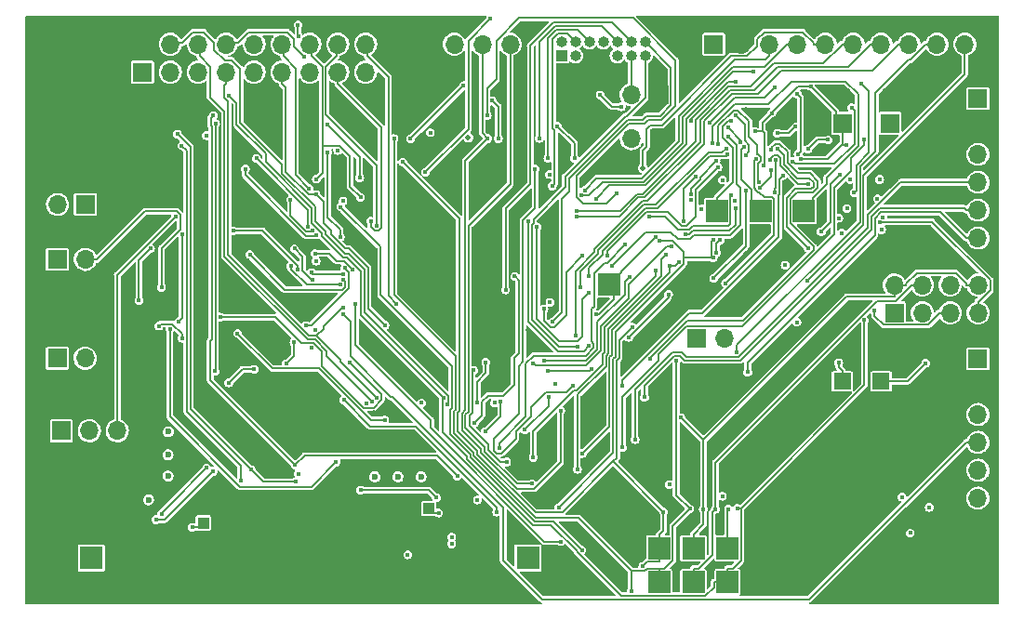
<source format=gbl>
G04 #@! TF.GenerationSoftware,KiCad,Pcbnew,(6.0.1)*
G04 #@! TF.CreationDate,2023-03-29T19:48:02-04:00*
G04 #@! TF.ProjectId,OBCProto,4f424350-726f-4746-9f2e-6b696361645f,rev?*
G04 #@! TF.SameCoordinates,Original*
G04 #@! TF.FileFunction,Copper,L4,Bot*
G04 #@! TF.FilePolarity,Positive*
%FSLAX46Y46*%
G04 Gerber Fmt 4.6, Leading zero omitted, Abs format (unit mm)*
G04 Created by KiCad (PCBNEW (6.0.1)) date 2023-03-29 19:48:02*
%MOMM*%
%LPD*%
G01*
G04 APERTURE LIST*
G04 #@! TA.AperFunction,ComponentPad*
%ADD10R,1.700000X1.700000*%
G04 #@! TD*
G04 #@! TA.AperFunction,ComponentPad*
%ADD11O,1.700000X1.700000*%
G04 #@! TD*
G04 #@! TA.AperFunction,ComponentPad*
%ADD12R,1.000000X1.000000*%
G04 #@! TD*
G04 #@! TA.AperFunction,ComponentPad*
%ADD13O,1.000000X1.000000*%
G04 #@! TD*
G04 #@! TA.AperFunction,ComponentPad*
%ADD14R,2.100000X2.100000*%
G04 #@! TD*
G04 #@! TA.AperFunction,ComponentPad*
%ADD15C,2.100000*%
G04 #@! TD*
G04 #@! TA.AperFunction,SMDPad,CuDef*
%ADD16R,2.000000X2.000000*%
G04 #@! TD*
G04 #@! TA.AperFunction,SMDPad,CuDef*
%ADD17R,1.000000X1.000000*%
G04 #@! TD*
G04 #@! TA.AperFunction,SMDPad,CuDef*
%ADD18R,1.500000X1.500000*%
G04 #@! TD*
G04 #@! TA.AperFunction,ViaPad*
%ADD19C,0.500000*%
G04 #@! TD*
G04 #@! TA.AperFunction,ViaPad*
%ADD20C,0.400000*%
G04 #@! TD*
G04 #@! TA.AperFunction,ViaPad*
%ADD21C,0.600000*%
G04 #@! TD*
G04 #@! TA.AperFunction,Conductor*
%ADD22C,0.200000*%
G04 #@! TD*
G04 APERTURE END LIST*
D10*
X184900000Y-77750000D03*
D11*
X184900000Y-80290000D03*
X184900000Y-82830000D03*
X184900000Y-85370000D03*
X184900000Y-87910000D03*
X184900000Y-90450000D03*
D10*
X177300000Y-97275000D03*
D11*
X177300000Y-94735000D03*
X179840000Y-97275000D03*
X179840000Y-94735000D03*
X182380000Y-97275000D03*
X182380000Y-94735000D03*
X184920000Y-97275000D03*
X184920000Y-94735000D03*
D10*
X103650000Y-87400000D03*
D11*
X101110000Y-87400000D03*
D10*
X155900000Y-81400000D03*
D11*
X153360000Y-81400000D03*
D10*
X101100000Y-92400000D03*
D11*
X103640000Y-92400000D03*
D10*
X108850000Y-75350000D03*
D11*
X108850000Y-72810000D03*
X111390000Y-75350000D03*
X111390000Y-72810000D03*
X113930000Y-75350000D03*
X113930000Y-72810000D03*
X116470000Y-75350000D03*
X116470000Y-72810000D03*
X119010000Y-75350000D03*
X119010000Y-72810000D03*
X121550000Y-75350000D03*
X121550000Y-72810000D03*
X124090000Y-75350000D03*
X124090000Y-72810000D03*
X126630000Y-75350000D03*
X126630000Y-72810000D03*
X129170000Y-75350000D03*
X129170000Y-72810000D03*
D12*
X147000000Y-73850000D03*
D13*
X147000000Y-72580000D03*
X148270000Y-73850000D03*
X148270000Y-72580000D03*
X149540000Y-73850000D03*
X149540000Y-72580000D03*
X150810000Y-73850000D03*
X150810000Y-72580000D03*
X152080000Y-73850000D03*
X152080000Y-72580000D03*
X153350000Y-73850000D03*
X153350000Y-72580000D03*
X154620000Y-73850000D03*
X154620000Y-72580000D03*
D10*
X134700000Y-72800000D03*
D11*
X137240000Y-72800000D03*
X139780000Y-72800000D03*
X142320000Y-72800000D03*
D10*
X155875000Y-77400000D03*
D11*
X153335000Y-77400000D03*
D10*
X160860000Y-72800000D03*
D11*
X163400000Y-72800000D03*
X165940000Y-72800000D03*
X168480000Y-72800000D03*
X171020000Y-72800000D03*
X173560000Y-72800000D03*
X176100000Y-72800000D03*
X178640000Y-72800000D03*
X181180000Y-72800000D03*
X183720000Y-72800000D03*
D10*
X101475000Y-108000000D03*
D11*
X104015000Y-108000000D03*
X106555000Y-108000000D03*
D10*
X159300000Y-99600000D03*
D11*
X161840000Y-99600000D03*
D14*
X143930000Y-119600000D03*
D15*
X146470000Y-119600000D03*
D14*
X104200000Y-119600000D03*
D15*
X101660000Y-119600000D03*
D10*
X184900000Y-101450000D03*
D11*
X184900000Y-103990000D03*
X184900000Y-106530000D03*
X184900000Y-109070000D03*
X184900000Y-111610000D03*
X184900000Y-114150000D03*
D10*
X172600000Y-80000000D03*
D11*
X172600000Y-77460000D03*
D10*
X101100000Y-101400000D03*
D11*
X103640000Y-101400000D03*
D10*
X176900000Y-80000000D03*
D11*
X176900000Y-77460000D03*
D16*
X159000000Y-121800000D03*
X159000000Y-118700000D03*
D17*
X114400000Y-116400000D03*
D16*
X165100000Y-88000000D03*
D18*
X176100000Y-103500000D03*
D16*
X151300000Y-94700000D03*
X155900000Y-118700000D03*
X155900000Y-121800000D03*
D18*
X172550000Y-103500000D03*
D16*
X169050000Y-88000000D03*
D17*
X134900000Y-115100000D03*
D16*
X162100000Y-121800000D03*
X161150000Y-88000000D03*
X162100000Y-118700000D03*
D19*
X151800000Y-82200000D03*
X156000000Y-113600000D03*
X158300000Y-104100000D03*
D20*
X163600000Y-121600000D03*
D19*
X121700000Y-108900000D03*
X118700000Y-121800000D03*
X120500000Y-81100000D03*
X117000000Y-115000000D03*
X109300000Y-87100000D03*
X168000000Y-91900000D03*
X167825000Y-109400000D03*
X122000000Y-90200000D03*
X105600000Y-93700000D03*
X150700000Y-96200000D03*
X134700000Y-116300000D03*
X129900000Y-106400000D03*
X161200000Y-97200000D03*
X117000000Y-117000000D03*
X111500000Y-119100000D03*
X150900000Y-75600000D03*
X114800000Y-105500000D03*
X180200000Y-90700000D03*
D20*
X139900000Y-114800000D03*
D19*
X122500000Y-119100000D03*
X147100000Y-75600000D03*
X174000000Y-115000000D03*
D20*
X169300000Y-78500000D03*
D19*
X134700000Y-118300000D03*
D20*
X157700000Y-120200000D03*
D19*
X123400000Y-114800000D03*
X137900000Y-121800000D03*
X153800000Y-110500000D03*
X121100000Y-111400000D03*
X155800000Y-75500000D03*
X114000000Y-118900000D03*
X118000000Y-117000000D03*
X131600000Y-74700000D03*
X145800000Y-94700000D03*
X142300000Y-116900000D03*
X133300000Y-100000000D03*
X149000000Y-115300000D03*
X136700000Y-92000000D03*
X117700000Y-100500000D03*
X140600000Y-99900000D03*
X163800000Y-78800000D03*
X129700000Y-100000000D03*
X118400000Y-105100000D03*
X165200000Y-79100000D03*
X108800000Y-90000000D03*
X149800000Y-107300000D03*
X164300000Y-109300000D03*
X170350000Y-103125000D03*
X150800000Y-84300000D03*
X140100000Y-85000000D03*
X109300000Y-83900000D03*
X144000000Y-98800000D03*
X140100000Y-91100000D03*
X171525000Y-105650000D03*
X143600000Y-108700000D03*
D20*
X159800000Y-86500000D03*
D19*
X155400000Y-96400000D03*
X149600000Y-81000000D03*
X128800000Y-108800000D03*
X162800000Y-107500000D03*
X145500000Y-86500000D03*
X160400000Y-95400000D03*
X132600000Y-90500000D03*
D20*
X158830000Y-96130000D03*
X112100000Y-102600000D03*
X109700000Y-94900000D03*
D19*
X137600000Y-112900000D03*
X135525000Y-111850000D03*
X163800000Y-91900000D03*
X145000000Y-114800000D03*
X158600000Y-110000000D03*
X121000000Y-100100000D03*
X112100000Y-100800000D03*
X112100000Y-105500000D03*
X137075000Y-85250000D03*
X158600000Y-75900000D03*
X160300000Y-74700000D03*
X143100000Y-87900000D03*
X164500000Y-112800000D03*
X128600000Y-87900000D03*
X150100000Y-110400000D03*
X124500000Y-105100000D03*
X123900000Y-81300000D03*
X164400000Y-91100000D03*
X167700000Y-78900000D03*
X154400000Y-97400000D03*
X166000000Y-114100000D03*
X176600000Y-121600000D03*
X111700000Y-83900000D03*
X129100000Y-80600000D03*
X146000000Y-107500000D03*
X147700000Y-107300000D03*
X124100000Y-97300000D03*
X128200000Y-90600000D03*
X117600000Y-95400000D03*
X166000000Y-81300000D03*
X140800000Y-106400000D03*
D20*
X161100000Y-120300000D03*
D19*
X151500000Y-112600000D03*
X182500000Y-112500000D03*
X123800000Y-84700000D03*
X117500000Y-116000000D03*
X126600000Y-77800000D03*
X155200000Y-106400000D03*
X116200000Y-93000000D03*
X117000000Y-108200000D03*
X109350000Y-119650000D03*
X118800000Y-109200000D03*
X110900000Y-123000000D03*
X146900000Y-112700000D03*
X146000000Y-97400000D03*
X165000000Y-95300000D03*
X120600000Y-92300000D03*
X137200000Y-119100000D03*
X143300000Y-79100000D03*
X165475000Y-122550000D03*
X170900000Y-84300000D03*
X167700000Y-85600000D03*
X134800000Y-76700000D03*
X140500000Y-80300000D03*
X147100000Y-78400000D03*
X127000000Y-115000000D03*
X152100000Y-121300000D03*
X172500000Y-87000000D03*
X109825000Y-108175000D03*
X177400000Y-117500000D03*
X176400000Y-81800000D03*
X117700000Y-81800000D03*
X111700000Y-87200000D03*
X109900000Y-81400000D03*
X125900000Y-108800000D03*
X137600000Y-113900000D03*
D20*
X129400000Y-119300000D03*
D19*
X168200000Y-81500000D03*
X117700000Y-87900000D03*
X175400000Y-92200000D03*
X154300000Y-115400000D03*
X107700000Y-105400000D03*
X134800000Y-87900000D03*
X170700000Y-87300000D03*
X141000000Y-102000000D03*
X118000000Y-115000000D03*
X143200000Y-75500000D03*
X165200000Y-117100000D03*
X158100000Y-72300000D03*
X114200000Y-93000000D03*
X114200000Y-97900000D03*
D20*
X127096100Y-87092200D03*
D21*
X132100000Y-112200000D03*
D20*
X176259200Y-88548300D03*
D21*
X109400000Y-114300000D03*
D20*
X167353600Y-92907800D03*
X126626100Y-82480300D03*
X156802300Y-112890900D03*
X124577600Y-98850300D03*
X114678800Y-81118700D03*
X145921000Y-84665700D03*
X145943500Y-96299400D03*
D21*
X130000000Y-112200000D03*
D20*
X146466400Y-103758500D03*
X176129800Y-89683000D03*
X172236300Y-88639100D03*
X123050000Y-111917600D03*
D19*
X138500000Y-81300000D03*
D20*
X140910600Y-105470700D03*
X173295600Y-85117900D03*
X175753000Y-86870000D03*
X161636300Y-113970200D03*
D21*
X134200000Y-112200000D03*
D20*
X135050000Y-80850000D03*
X129213700Y-105480700D03*
X124234300Y-100440300D03*
X139340634Y-114308707D03*
X161640800Y-85160400D03*
X133000000Y-119300000D03*
X175965000Y-85117600D03*
X172505700Y-90021600D03*
X134260500Y-105470700D03*
X124642500Y-92550000D03*
X162800000Y-87044900D03*
X172974500Y-87750500D03*
D21*
X111175000Y-112125000D03*
D20*
X178737200Y-117324700D03*
D21*
X111200000Y-108100000D03*
D20*
X168424000Y-98119000D03*
X159750700Y-87822400D03*
X180469200Y-114986100D03*
D21*
X111175000Y-110200000D03*
D20*
X158749500Y-86981200D03*
X177996000Y-114060500D03*
X110582900Y-94939200D03*
X122379800Y-93009400D03*
X126831200Y-94712400D03*
X134612300Y-84450000D03*
X140519500Y-70501600D03*
X161252800Y-81897100D03*
X124684100Y-85086300D03*
X128693900Y-86735800D03*
X164985162Y-85330012D03*
X173643900Y-86315000D03*
X123042500Y-72087300D03*
X169495400Y-85531500D03*
X123012700Y-71017200D03*
X124026700Y-85950000D03*
X165950300Y-83369800D03*
X174321200Y-76368500D03*
X145434500Y-101626600D03*
X165081498Y-85848643D03*
X130919700Y-98381700D03*
X160844200Y-94126800D03*
X153214200Y-94004800D03*
X166046800Y-84246800D03*
X163787848Y-86143748D03*
X124642500Y-86493300D03*
X126897300Y-87620400D03*
X148846300Y-118886100D03*
X119217000Y-83196900D03*
X123943300Y-89393600D03*
X124316900Y-89767200D03*
X122337200Y-86952800D03*
X124672500Y-90158500D03*
X118211900Y-84170400D03*
X125690200Y-82631600D03*
X126850900Y-90356200D03*
X112168000Y-98036700D03*
X117108800Y-89805500D03*
X112468500Y-90109700D03*
X122973200Y-93294400D03*
X123728200Y-98426200D03*
X127253000Y-93187700D03*
X118620100Y-91949100D03*
X127129600Y-94261800D03*
X109575200Y-91418500D03*
X108528300Y-96128300D03*
X122678800Y-91418500D03*
X124359200Y-94264200D03*
X127101000Y-97369700D03*
X112443800Y-99570100D03*
X110337300Y-98466000D03*
X122642800Y-99938400D03*
X121936800Y-101899700D03*
X168302000Y-80320000D03*
X166639000Y-80910100D03*
X146919600Y-118102100D03*
X128223800Y-96450000D03*
X141900700Y-95183800D03*
X141100000Y-115400000D03*
X144333900Y-112833100D03*
X127169600Y-105183700D03*
X129768800Y-105362200D03*
X162859900Y-79238000D03*
X163744381Y-82902661D03*
X130165800Y-105010200D03*
X127126700Y-96833900D03*
X148909700Y-92078000D03*
X145396900Y-96910600D03*
X151169100Y-92078000D03*
X161236100Y-83989500D03*
X174571300Y-97938800D03*
X116739800Y-77471000D03*
X169467700Y-91396300D03*
X136250000Y-105028600D03*
X166652000Y-82352000D03*
X162987100Y-115076200D03*
X162200000Y-115134600D03*
X174550400Y-81513800D03*
X169428400Y-82352800D03*
X171261300Y-81511700D03*
X136594900Y-105583000D03*
X152533900Y-109529200D03*
X163948900Y-102673300D03*
X149708500Y-102375400D03*
X145709600Y-102523400D03*
X154550600Y-104958300D03*
X143649600Y-107911300D03*
X145817000Y-104958300D03*
X153685900Y-108800500D03*
X161000000Y-115144700D03*
X159911600Y-115137700D03*
X157865100Y-106815000D03*
X146155200Y-98105800D03*
X148437300Y-100322000D03*
X154973200Y-88496200D03*
X162439400Y-86572800D03*
X149503600Y-95411600D03*
X164688320Y-83254298D03*
X130154200Y-89343800D03*
X161927400Y-94568700D03*
X144756900Y-89450000D03*
X144012300Y-88918400D03*
X155054200Y-101491600D03*
X149510900Y-100253800D03*
X129620900Y-88915700D03*
X166107300Y-82425700D03*
X146158000Y-85702200D03*
X145755900Y-83190800D03*
X144982000Y-81378100D03*
X162873300Y-76197600D03*
X168443600Y-77344500D03*
X168532400Y-82789100D03*
X158776900Y-79761300D03*
X167135200Y-84763000D03*
X148009500Y-103922200D03*
X152545800Y-103922200D03*
X144583500Y-84176900D03*
X140695300Y-77948500D03*
X148167300Y-83172800D03*
X158139200Y-88894400D03*
X141250000Y-81385300D03*
X146630900Y-80289300D03*
X159180400Y-84891279D03*
X158268200Y-90103700D03*
X162823600Y-87764900D03*
X146921000Y-106153300D03*
X140250000Y-81387200D03*
X158775800Y-86453000D03*
X161059200Y-83453200D03*
X140234200Y-79276300D03*
X151992100Y-86414600D03*
X111849000Y-88515300D03*
X133250000Y-81395800D03*
X138080500Y-76570400D03*
X158675000Y-115120300D03*
X157452200Y-101589000D03*
X131750000Y-81393200D03*
X153345200Y-122590000D03*
X132550500Y-83547100D03*
X153425000Y-98550000D03*
X156283100Y-115388900D03*
X154395600Y-120350100D03*
X144421400Y-110426600D03*
X155593700Y-93390700D03*
X112021900Y-80985000D03*
X118757700Y-111560800D03*
X122771500Y-112642800D03*
X112421100Y-82024200D03*
X128700000Y-113400000D03*
X146729200Y-115010400D03*
X160806000Y-90622800D03*
X170641400Y-89862100D03*
X135600000Y-114100000D03*
X155931100Y-90709000D03*
X160805800Y-92259000D03*
X117787800Y-112550000D03*
X172357200Y-84652600D03*
X161093800Y-91800000D03*
X156485800Y-91974500D03*
X137500000Y-112150498D03*
X122759700Y-111148400D03*
X115307500Y-79287900D03*
X148448700Y-111517300D03*
X161449300Y-90639000D03*
X166478500Y-83349600D03*
X166391000Y-86295314D03*
X137000000Y-117700000D03*
X152784300Y-91070200D03*
X175953800Y-88990000D03*
X110600000Y-115600000D03*
X141317500Y-109613500D03*
X114700000Y-111400000D03*
X137000000Y-118300000D03*
X157693600Y-92610700D03*
X148894600Y-110078500D03*
X175483200Y-97062800D03*
X156828200Y-92962500D03*
X110100000Y-116100000D03*
X115300000Y-111700000D03*
X166132900Y-79066300D03*
X169672300Y-76629800D03*
X164622800Y-80745900D03*
X165414500Y-83852600D03*
X164442200Y-75304500D03*
X172944800Y-81938900D03*
X168809200Y-83265300D03*
X150168900Y-86854900D03*
X156734500Y-95570700D03*
X153114800Y-99487100D03*
X127689700Y-101778700D03*
X139310000Y-105465500D03*
X115943900Y-97651600D03*
X140101000Y-101778700D03*
X130900500Y-107041600D03*
X117507300Y-99138700D03*
X141452300Y-105331900D03*
X140060900Y-108081000D03*
X141996600Y-110849700D03*
X111351300Y-98710600D03*
X138991700Y-102498800D03*
X126475800Y-110849700D03*
X156966800Y-91244500D03*
X144406600Y-101854300D03*
X166367000Y-76750600D03*
X123563300Y-73963500D03*
X173411800Y-78592300D03*
X160444300Y-79949200D03*
X168037100Y-83467100D03*
X163296106Y-81723914D03*
X152427200Y-78501300D03*
X162148300Y-80413600D03*
X150517900Y-77425500D03*
X151567100Y-93015100D03*
X162169500Y-81217100D03*
X162433300Y-79800000D03*
X162914400Y-100831000D03*
X148304000Y-99349600D03*
X155546600Y-90346400D03*
X150157700Y-97415400D03*
X131937200Y-96425500D03*
X161966500Y-82300000D03*
X148751400Y-94907700D03*
X162115900Y-82845400D03*
X149498300Y-93910500D03*
X139056400Y-107293900D03*
X142741800Y-93950000D03*
X127099500Y-93733600D03*
X124226400Y-93592200D03*
X169370300Y-94375100D03*
X148401300Y-88498400D03*
X148332300Y-87950000D03*
D19*
X154400000Y-84100000D03*
D20*
X148786800Y-86535100D03*
X149095000Y-86096300D03*
X160724600Y-81819900D03*
X163643742Y-82120660D03*
X116703800Y-103650000D03*
X119016500Y-102402900D03*
X127966500Y-93341600D03*
X124541600Y-91846600D03*
X128625700Y-84967000D03*
X125676600Y-80158700D03*
X115463000Y-102593700D03*
X115493400Y-80026500D03*
X172236300Y-101810200D03*
X180143100Y-101860000D03*
X113400000Y-116800000D03*
X135800000Y-115500000D03*
D22*
X167700000Y-85600000D02*
X167167467Y-86132533D01*
X167167467Y-91067467D02*
X168000000Y-91900000D01*
X167167467Y-86132533D02*
X167167467Y-91067467D01*
X110582900Y-91389900D02*
X110582900Y-94939200D01*
X109087200Y-88030900D02*
X111989200Y-88030900D01*
X112277100Y-89695700D02*
X110582900Y-91389900D01*
X112277100Y-88318800D02*
X112277100Y-89695700D01*
X103640000Y-92400000D02*
X104718100Y-92400000D01*
X104718100Y-92400000D02*
X109087200Y-88030900D01*
X111989200Y-88030900D02*
X112277100Y-88318800D01*
X122379800Y-93306400D02*
X123785800Y-94712400D01*
X123785800Y-94712400D02*
X126831200Y-94712400D01*
X122379800Y-93009400D02*
X122379800Y-93306400D01*
X138510000Y-80552300D02*
X134612300Y-84450000D01*
X140519500Y-70501600D02*
X138510000Y-72511100D01*
X138510000Y-72511100D02*
X138510000Y-80552300D01*
X125216400Y-84554000D02*
X124684100Y-85086300D01*
X127744800Y-85786700D02*
X128693900Y-86735800D01*
X164865398Y-82826797D02*
X165115821Y-83077220D01*
X164049900Y-81193000D02*
X164799275Y-81942375D01*
X126810800Y-82037400D02*
X127744800Y-82971400D01*
X164884497Y-85229347D02*
X164985162Y-85330012D01*
X163037300Y-78807800D02*
X164049900Y-79820400D01*
X161252800Y-80239800D02*
X162684800Y-78807800D01*
X161252800Y-81897100D02*
X161252800Y-80239800D01*
X164799275Y-81942375D02*
X164799275Y-82826797D01*
X125216400Y-74879700D02*
X125216400Y-82037400D01*
X164799275Y-82826797D02*
X164865398Y-82826797D01*
X165115821Y-83077220D02*
X165115821Y-83431376D01*
X162684800Y-78807800D02*
X163037300Y-78807800D01*
X165115821Y-83431376D02*
X164884497Y-83662700D01*
X124224800Y-72944800D02*
X124090000Y-72810000D01*
X125216400Y-82037400D02*
X125216400Y-84554000D01*
X164049900Y-79820400D02*
X164049900Y-81193000D01*
X124224800Y-73888100D02*
X124224800Y-72944800D01*
X124224800Y-73888100D02*
X125216400Y-74879700D01*
X127744800Y-82971400D02*
X127744800Y-85786700D01*
X125216400Y-82037400D02*
X126810800Y-82037400D01*
X164884497Y-83662700D02*
X164884497Y-85229347D01*
X166906700Y-83137200D02*
X166906700Y-83884100D01*
X173643900Y-86315000D02*
X173832100Y-86126800D01*
X123012700Y-72057500D02*
X123012700Y-71017200D01*
X166906700Y-83884100D02*
X168554100Y-85531500D01*
X173832100Y-86126800D02*
X173832100Y-83802600D01*
X168554100Y-85531500D02*
X169495400Y-85531500D01*
X122786600Y-75004700D02*
X121670000Y-73888100D01*
X165950300Y-83369800D02*
X165950300Y-83272400D01*
X124026700Y-85950000D02*
X122786600Y-84709900D01*
X174984900Y-77032200D02*
X174321200Y-76368500D01*
X174984900Y-82649800D02*
X174984900Y-77032200D01*
X173832100Y-83802600D02*
X174984900Y-82649800D01*
X123042500Y-72087300D02*
X123012700Y-72057500D01*
X166332100Y-82890600D02*
X166660100Y-82890600D01*
X165950300Y-83272400D02*
X166332100Y-82890600D01*
X121670000Y-73888100D02*
X121670000Y-72930000D01*
X166660100Y-82890600D02*
X166906700Y-83137200D01*
X122786600Y-84709900D02*
X122786600Y-75004700D01*
X121670000Y-72930000D02*
X121550000Y-72810000D01*
X125995600Y-89777600D02*
X125995600Y-90121700D01*
X121878100Y-76756200D02*
X121878100Y-84406900D01*
X121550000Y-75350000D02*
X121550000Y-76428100D01*
X127627300Y-91405200D02*
X129386200Y-93164100D01*
X152766600Y-95595900D02*
X152766600Y-94452400D01*
X123964500Y-86493300D02*
X124642500Y-86493300D01*
X166046800Y-84883341D02*
X165081498Y-85848643D01*
X163787848Y-91183152D02*
X163787848Y-86143748D01*
X121878100Y-84406900D02*
X123964500Y-86493300D01*
X150267100Y-98095400D02*
X152766600Y-95595900D01*
X121550000Y-76428100D02*
X121878100Y-76756200D01*
X129386200Y-93164100D02*
X129386200Y-96848200D01*
X124642500Y-86493300D02*
X125330900Y-87181700D01*
X125330900Y-89112900D02*
X125995600Y-89777600D01*
X166046800Y-84246800D02*
X166046800Y-84883341D01*
X145434500Y-101626600D02*
X149207600Y-101626600D01*
X152766600Y-94452400D02*
X153214200Y-94004800D01*
X149207600Y-101626600D02*
X150267100Y-100567100D01*
X127279100Y-91405200D02*
X127627300Y-91405200D01*
X129386200Y-96848200D02*
X130919700Y-98381700D01*
X160844200Y-94126800D02*
X163787848Y-91183152D01*
X125330900Y-87181700D02*
X125330900Y-89112900D01*
X150267100Y-100567100D02*
X150267100Y-98095400D01*
X125995600Y-90121700D02*
X127279100Y-91405200D01*
X130528200Y-95622200D02*
X130528200Y-91251300D01*
X146239800Y-116279600D02*
X144537400Y-116279600D01*
X137023100Y-105937700D02*
X137023100Y-102117100D01*
X137023100Y-102117100D02*
X130528200Y-95622200D01*
X130528200Y-91251300D02*
X126897300Y-87620400D01*
X136866600Y-108346500D02*
X136866600Y-106094200D01*
X144537400Y-116279600D02*
X138684900Y-110427100D01*
X138684900Y-110164800D02*
X136866600Y-108346500D01*
X136866600Y-106094200D02*
X137023100Y-105937700D01*
X148846300Y-118886100D02*
X146239800Y-116279600D01*
X138684900Y-110427100D02*
X138684900Y-110164800D01*
X119217000Y-83196900D02*
X123924600Y-87904500D01*
X123924600Y-87904500D02*
X123924600Y-89374900D01*
X123924600Y-89374900D02*
X123943300Y-89393600D01*
X122337200Y-88392900D02*
X123766000Y-89821700D01*
X123766000Y-89821700D02*
X124262400Y-89821700D01*
X122337200Y-86952800D02*
X122337200Y-88392900D01*
X124262400Y-89821700D02*
X124316900Y-89767200D01*
X118211900Y-84731600D02*
X123727500Y-90247200D01*
X124583800Y-90247200D02*
X124672500Y-90158500D01*
X123727500Y-90247200D02*
X124583800Y-90247200D01*
X118211900Y-84170400D02*
X118211900Y-84731600D01*
X126850900Y-90356200D02*
X126850900Y-89704900D01*
X126850900Y-89704900D02*
X125690200Y-88544200D01*
X125690200Y-88544200D02*
X125690200Y-82631600D01*
X119792600Y-89805500D02*
X117108800Y-89805500D01*
X122973200Y-92986100D02*
X119792600Y-89805500D01*
X122973200Y-93294400D02*
X122973200Y-92986100D01*
X112468500Y-97736200D02*
X112168000Y-98036700D01*
X112468500Y-90109700D02*
X112468500Y-97736200D01*
X127617300Y-93621900D02*
X127617300Y-95018600D01*
X127617300Y-95018600D02*
X124209700Y-98426200D01*
X127253000Y-93257600D02*
X127617300Y-93621900D01*
X124209700Y-98426200D02*
X123728200Y-98426200D01*
X127253000Y-93187700D02*
X127253000Y-93257600D01*
X127278300Y-94893600D02*
X127278300Y-94410500D01*
X118620100Y-91949100D02*
X121826900Y-95155900D01*
X121826900Y-95155900D02*
X127016000Y-95155900D01*
X127278300Y-94410500D02*
X127129600Y-94261800D01*
X127016000Y-95155900D02*
X127278300Y-94893600D01*
X108528300Y-92465400D02*
X108528300Y-96128300D01*
X109575200Y-91418500D02*
X108528300Y-92465400D01*
X124251300Y-94264200D02*
X123401400Y-93414300D01*
X124359200Y-94264200D02*
X124251300Y-94264200D01*
X123401400Y-93414300D02*
X123401400Y-92141100D01*
X123401400Y-92141100D02*
X122678800Y-91418500D01*
X145238500Y-123376800D02*
X141680850Y-119819150D01*
X141680850Y-114980850D02*
X141680850Y-119819150D01*
X169515100Y-123376800D02*
X145238500Y-123376800D01*
X131464600Y-104948200D02*
X131648200Y-104948200D01*
X127758200Y-98026900D02*
X127758200Y-101241800D01*
X131464600Y-104948200D02*
X127758200Y-101241800D01*
X184900000Y-109070000D02*
X183821900Y-109070000D01*
X131648200Y-104948200D02*
X141680850Y-114980850D01*
X127101000Y-97369700D02*
X127758200Y-98026900D01*
X183821900Y-109070000D02*
X169515100Y-123376800D01*
X111528700Y-98282500D02*
X112443800Y-99197600D01*
X112443800Y-99197600D02*
X112443800Y-99570100D01*
X110337300Y-98466000D02*
X110520800Y-98282500D01*
X122642800Y-101193700D02*
X121936800Y-101899700D01*
X122642800Y-99938400D02*
X122642800Y-101193700D01*
X110520800Y-98282500D02*
X111528700Y-98282500D01*
X166639000Y-80910100D02*
X167711900Y-80910100D01*
X167711900Y-80910100D02*
X168302000Y-80320000D01*
X146919600Y-118102100D02*
X145431900Y-118102100D01*
X135086700Y-107756900D02*
X135086700Y-107038100D01*
X128223800Y-100175200D02*
X128223800Y-96450000D01*
X141900700Y-87777000D02*
X144143600Y-85534100D01*
X144143600Y-85534100D02*
X144143600Y-72946800D01*
X146286600Y-70803800D02*
X151573800Y-70803800D01*
X151573800Y-70803800D02*
X153350000Y-72580000D01*
X144143600Y-72946800D02*
X146286600Y-70803800D01*
X145431900Y-118102100D02*
X135086700Y-107756900D01*
X135086700Y-107038100D02*
X128223800Y-100175200D01*
X141900700Y-95183800D02*
X141900700Y-87777000D01*
X142320000Y-72800000D02*
X142320000Y-73878100D01*
X144333900Y-112833100D02*
X142946900Y-112833100D01*
X139997300Y-109494300D02*
X138250700Y-107747700D01*
X141100000Y-115000000D02*
X141100000Y-115400000D01*
X142946900Y-112833100D02*
X139997300Y-109883500D01*
X138545600Y-89311900D02*
X142320000Y-85537500D01*
X142320000Y-85537500D02*
X142320000Y-73878100D01*
X138250700Y-107747700D02*
X138250700Y-106566100D01*
X138000000Y-111900000D02*
X141100000Y-115000000D01*
X127169600Y-105183700D02*
X129592950Y-107607050D01*
X138250700Y-106566100D02*
X138545600Y-106271200D01*
X129592950Y-107607050D02*
X133707050Y-107607050D01*
X138545600Y-106271200D02*
X138545600Y-89311900D01*
X133707050Y-107607050D02*
X138000000Y-111900000D01*
X139997300Y-109883500D02*
X139997300Y-109494300D01*
X115008100Y-77635400D02*
X115008100Y-74831300D01*
X125606100Y-100735500D02*
X124554600Y-99684000D01*
X129768800Y-105362200D02*
X125606100Y-101199500D01*
X115008100Y-74831300D02*
X114064900Y-73888100D01*
X164071243Y-82575799D02*
X163744381Y-82902661D01*
X123877900Y-99684000D02*
X116317000Y-92123100D01*
X125606100Y-101199500D02*
X125606100Y-100735500D01*
X162859900Y-79238000D02*
X163721800Y-80099900D01*
X163721800Y-81594139D02*
X164071243Y-81943582D01*
X164071243Y-81943582D02*
X164071243Y-82575799D01*
X114064900Y-73888100D02*
X114064900Y-72944900D01*
X124554600Y-99684000D02*
X123877900Y-99684000D01*
X114064900Y-72944900D02*
X113930000Y-72810000D01*
X163721800Y-80099900D02*
X163721800Y-81594139D01*
X116317000Y-92123100D02*
X116317000Y-78944300D01*
X116317000Y-78944300D02*
X115008100Y-77635400D01*
X116470000Y-75350000D02*
X116470000Y-76428100D01*
X145396900Y-97967300D02*
X145396900Y-96910600D01*
X146364000Y-98558100D02*
X145987700Y-98558100D01*
X126885500Y-101550900D02*
X126885500Y-101729900D01*
X157929800Y-89347400D02*
X158321500Y-89347400D01*
X125330800Y-98510600D02*
X127007500Y-96833900D01*
X158321500Y-89347400D02*
X159204000Y-88464900D01*
X116645100Y-77981700D02*
X116645100Y-91987200D01*
X154764500Y-88068000D02*
X156650400Y-88068000D01*
X125330800Y-98715600D02*
X125330800Y-98510600D01*
X116311700Y-77648300D02*
X116645100Y-77981700D01*
X156650400Y-88068000D02*
X157929800Y-89347400D01*
X124690500Y-99355900D02*
X125330800Y-98715600D01*
X116311700Y-76586400D02*
X116311700Y-77648300D01*
X116645100Y-91987200D02*
X124013800Y-99355900D01*
X159204000Y-86021600D02*
X161236100Y-83989500D01*
X116470000Y-76428100D02*
X116311700Y-76586400D01*
X126885500Y-101729900D02*
X130165800Y-105010200D01*
X124013800Y-99355900D02*
X124690500Y-99355900D01*
X151169100Y-91663400D02*
X154764500Y-88068000D01*
X148909700Y-92078000D02*
X147429600Y-93558100D01*
X145987700Y-98558100D02*
X145396900Y-97967300D01*
X124690500Y-99355900D02*
X126885500Y-101550900D01*
X127007500Y-96833900D02*
X127126700Y-96833900D01*
X159204000Y-88464900D02*
X159204000Y-86021600D01*
X147429600Y-93558100D02*
X147429600Y-97492500D01*
X147429600Y-97492500D02*
X146364000Y-98558100D01*
X151169100Y-92078000D02*
X151169100Y-91663400D01*
X163331600Y-115076200D02*
X162987100Y-115076200D01*
X136250000Y-105028600D02*
X136166800Y-105111800D01*
X127115200Y-92225400D02*
X127483300Y-92225400D01*
X163331600Y-119800800D02*
X163331600Y-115076200D01*
X116739800Y-77471000D02*
X117411800Y-78143000D01*
X152397700Y-123042900D02*
X160089500Y-123042900D01*
X136166800Y-105111800D02*
X136166800Y-108113400D01*
X174571300Y-97938800D02*
X174571300Y-103836500D01*
X168262200Y-85999400D02*
X167494978Y-86766622D01*
X162100000Y-121800000D02*
X160871900Y-121800000D01*
X120054200Y-82768700D02*
X120054200Y-83546900D01*
X160089500Y-123042900D02*
X160871900Y-122260500D01*
X125175500Y-90020200D02*
X125175500Y-90285700D01*
X169710400Y-85999400D02*
X168262200Y-85999400D01*
X162100000Y-121800000D02*
X162100000Y-120571900D01*
X125175500Y-90285700D02*
X127115200Y-92225400D01*
X128722800Y-93464900D02*
X128722800Y-97501400D01*
X167494978Y-86766622D02*
X167494978Y-89423578D01*
X127483300Y-92225400D02*
X128722800Y-93464900D01*
X167234800Y-82934800D02*
X167234800Y-83748200D01*
X120054200Y-83546900D02*
X124252800Y-87745500D01*
X117411800Y-80126300D02*
X120054200Y-82768700D01*
X124252800Y-87745500D02*
X124252800Y-89097500D01*
X138356800Y-110563000D02*
X144401500Y-116607700D01*
X169953800Y-85384400D02*
X169953800Y-85756000D01*
X144401500Y-116607700D02*
X146030700Y-116607700D01*
X162560500Y-120571900D02*
X163331600Y-119800800D01*
X166652000Y-82352000D02*
X167234800Y-82934800D01*
X168480500Y-84993900D02*
X169563300Y-84993900D01*
X136166800Y-108113400D02*
X138356800Y-110303400D01*
X174571300Y-103836500D02*
X163331600Y-115076200D01*
X148418200Y-119063400D02*
X152397700Y-123042900D01*
X117411800Y-78143000D02*
X117411800Y-80126300D01*
X167234800Y-83748200D02*
X168480500Y-84993900D01*
X146030700Y-116607700D02*
X148418200Y-118995200D01*
X162100000Y-120571900D02*
X162560500Y-120571900D01*
X124252800Y-89097500D02*
X125175500Y-90020200D01*
X169563300Y-84993900D02*
X169953800Y-85384400D01*
X128722800Y-97501400D02*
X136250000Y-105028600D01*
X148418200Y-118995200D02*
X148418200Y-119063400D01*
X167494978Y-89423578D02*
X169467700Y-91396300D01*
X169953800Y-85756000D02*
X169710400Y-85999400D01*
X160871900Y-122260500D02*
X160871900Y-121800000D01*
X138356800Y-110303400D02*
X138356800Y-110563000D01*
X121550000Y-84578700D02*
X124580900Y-87609600D01*
X129050900Y-97223100D02*
X136695000Y-104867200D01*
X111524800Y-72675200D02*
X111390000Y-72810000D01*
X171805600Y-90127900D02*
X171805600Y-85896400D01*
X158390300Y-98473200D02*
X163460300Y-98473200D01*
X155798000Y-101619700D02*
X155798000Y-101065500D01*
X169428400Y-82352800D02*
X170269500Y-81511700D01*
X115391800Y-73310700D02*
X116352900Y-74271800D01*
X163460300Y-98473200D02*
X171805600Y-90127900D01*
X152534000Y-104883700D02*
X155798000Y-101619700D01*
X115391800Y-72670600D02*
X115391800Y-73310700D01*
X152534000Y-109529200D02*
X152534000Y-104883700D01*
X113440200Y-71703100D02*
X114424300Y-71703100D01*
X117740000Y-75041100D02*
X117740000Y-79990500D01*
X136695000Y-104867200D02*
X136695000Y-105482900D01*
X173348100Y-83207100D02*
X174550400Y-82004800D01*
X112468100Y-72675200D02*
X113440200Y-71703100D01*
X162100000Y-115234600D02*
X162200000Y-115134600D01*
X114424300Y-71703100D02*
X115391800Y-72670600D01*
X171805600Y-85896400D02*
X173348100Y-84353900D01*
X152533900Y-109529200D02*
X152534000Y-109529200D01*
X112468100Y-72675200D02*
X111524800Y-72675200D01*
X129050900Y-93292800D02*
X129050900Y-97223100D01*
X117740000Y-79990500D02*
X121550000Y-83800500D01*
X174550400Y-82004800D02*
X174550400Y-81513800D01*
X124580900Y-88961600D02*
X125503600Y-89884300D01*
X155798000Y-101065500D02*
X158390300Y-98473200D01*
X124580900Y-87609600D02*
X124580900Y-88961600D01*
X125503600Y-89884300D02*
X125503600Y-90149800D01*
X136695000Y-105482900D02*
X136594900Y-105583000D01*
X127251100Y-91897300D02*
X127655400Y-91897300D01*
X170269500Y-81511700D02*
X171261300Y-81511700D01*
X121550000Y-83800500D02*
X121550000Y-84578700D01*
X162100000Y-118700000D02*
X162100000Y-115234600D01*
X116352900Y-74271800D02*
X116970700Y-74271800D01*
X125503600Y-90149800D02*
X127251100Y-91897300D01*
X127655400Y-91897300D02*
X129050900Y-93292800D01*
X173348100Y-84353900D02*
X173348100Y-83207100D01*
X116970700Y-74271800D02*
X117740000Y-75041100D01*
X145709600Y-102523400D02*
X149560500Y-102523400D01*
X176085900Y-88097300D02*
X175525700Y-88657500D01*
X184900000Y-90450000D02*
X183821900Y-90450000D01*
X163948900Y-101786400D02*
X163948900Y-102673300D01*
X183821900Y-90450000D02*
X181469200Y-88097300D01*
X149560500Y-102523400D02*
X149708500Y-102375400D01*
X175525700Y-88657500D02*
X175525700Y-90209600D01*
X175525700Y-90209600D02*
X163948900Y-101786400D01*
X181469200Y-88097300D02*
X176085900Y-88097300D01*
X157761900Y-101160800D02*
X158212600Y-101611500D01*
X154550600Y-103872400D02*
X157262200Y-101160800D01*
X163265100Y-101611500D02*
X175197600Y-89679000D01*
X175197600Y-88494900D02*
X175951500Y-87741000D01*
X184900000Y-87910000D02*
X183821900Y-87910000D01*
X145817000Y-104958300D02*
X145817000Y-105743900D01*
X175951500Y-87741000D02*
X183652900Y-87741000D01*
X154550600Y-104958300D02*
X154550600Y-103872400D01*
X175197600Y-89679000D02*
X175197600Y-88494900D01*
X183652900Y-87741000D02*
X183821900Y-87910000D01*
X145817000Y-105743900D02*
X143649600Y-107911300D01*
X157262200Y-101160800D02*
X157761900Y-101160800D01*
X158212600Y-101611500D02*
X163265100Y-101611500D01*
X153685900Y-104273100D02*
X157126300Y-100832700D01*
X153685900Y-108800500D02*
X153685900Y-104273100D01*
X174869400Y-88359100D02*
X177858500Y-85370000D01*
X177858500Y-85370000D02*
X184900000Y-85370000D01*
X158348500Y-101283400D02*
X163129200Y-101283400D01*
X157897800Y-100832700D02*
X158348500Y-101283400D01*
X157126300Y-100832700D02*
X157897800Y-100832700D01*
X174869400Y-89543200D02*
X174869400Y-88359100D01*
X163129200Y-101283400D02*
X174869400Y-89543200D01*
X177411800Y-96196800D02*
X175707900Y-96196800D01*
X178761900Y-94846700D02*
X177411800Y-96196800D01*
X160722600Y-119309800D02*
X160722600Y-115422100D01*
X159000000Y-121800000D02*
X159000000Y-120571900D01*
X161000000Y-110904700D02*
X161000000Y-115144700D01*
X179840000Y-94735000D02*
X178761900Y-94735000D01*
X160722600Y-115422100D02*
X161000000Y-115144700D01*
X159460500Y-120571900D02*
X160722600Y-119309800D01*
X175707900Y-96196800D02*
X161000000Y-110904700D01*
X178761900Y-94735000D02*
X178761900Y-94846700D01*
X159000000Y-120571900D02*
X159460500Y-120571900D01*
X177300000Y-94735000D02*
X178378100Y-94735000D01*
X159000000Y-117471900D02*
X159911600Y-116560300D01*
X172960000Y-95813100D02*
X159911600Y-108861500D01*
X177300000Y-94735000D02*
X177300000Y-95813100D01*
X179366800Y-93634600D02*
X178378100Y-94623300D01*
X159911600Y-116560300D02*
X159911600Y-115137700D01*
X183841900Y-94600200D02*
X182876300Y-93634600D01*
X159911600Y-108861500D02*
X157865100Y-106815000D01*
X159000000Y-118700000D02*
X159000000Y-117471900D01*
X159911600Y-115137700D02*
X159911600Y-108861500D01*
X184920000Y-94735000D02*
X183841900Y-94735000D01*
X178378100Y-94623300D02*
X178378100Y-94735000D01*
X177300000Y-95813100D02*
X172960000Y-95813100D01*
X183841900Y-94735000D02*
X183841900Y-94600200D01*
X182876300Y-93634600D02*
X179366800Y-93634600D01*
X156964900Y-78344700D02*
X155952100Y-79357500D01*
X147028000Y-86861800D02*
X147028000Y-97233000D01*
X154620000Y-72580000D02*
X156964900Y-74924900D01*
X147663500Y-86226300D02*
X147028000Y-86861800D01*
X153016300Y-79685600D02*
X147663500Y-85038400D01*
X147663500Y-85038400D02*
X147663500Y-86226300D01*
X154385900Y-79685600D02*
X153016300Y-79685600D01*
X156964900Y-74924900D02*
X156964900Y-78344700D01*
X147028000Y-97233000D02*
X146155200Y-98105800D01*
X154714000Y-79357500D02*
X154385900Y-79685600D01*
X155952100Y-79357500D02*
X154714000Y-79357500D01*
X152819900Y-79357500D02*
X152931500Y-79357500D01*
X144312700Y-97873700D02*
X144312700Y-89223500D01*
X148437300Y-100322000D02*
X146761000Y-100322000D01*
X154620000Y-77669000D02*
X154620000Y-73850000D01*
X144312700Y-89223500D02*
X144440400Y-89095800D01*
X147335400Y-85818400D02*
X147335400Y-84842000D01*
X146761000Y-100322000D02*
X144312700Y-97873700D01*
X144440400Y-88713400D02*
X147335400Y-85818400D01*
X144440400Y-89095800D02*
X144440400Y-88713400D01*
X147335400Y-84842000D02*
X152819900Y-79357500D01*
X152931500Y-79357500D02*
X154620000Y-77669000D01*
X157630000Y-89675500D02*
X158621600Y-89675500D01*
X154973200Y-88496200D02*
X156450700Y-88496200D01*
X162378200Y-89164600D02*
X162378200Y-86634000D01*
X158621600Y-89675500D02*
X158949700Y-89347400D01*
X156450700Y-88496200D02*
X157630000Y-89675500D01*
X158949700Y-89347400D02*
X162195400Y-89347400D01*
X162195400Y-89347400D02*
X162378200Y-89164600D01*
X162378200Y-86634000D02*
X162439400Y-86572800D01*
X166328200Y-86898500D02*
X166152514Y-86722814D01*
X148442000Y-99825700D02*
X146757000Y-99825700D01*
X126495200Y-72944800D02*
X126630000Y-72810000D01*
X130154200Y-89343800D02*
X130154200Y-83833800D01*
X126495200Y-73888100D02*
X126495200Y-72944800D01*
X164988813Y-86276143D02*
X164904421Y-86276143D01*
X146757000Y-99825700D02*
X144756900Y-97825600D01*
X130154200Y-83833800D02*
X125544600Y-79224200D01*
X164556986Y-83421059D02*
X164688320Y-83289725D01*
X149503600Y-95411600D02*
X148878400Y-96036800D01*
X148878400Y-96036800D02*
X148878400Y-99389300D01*
X164653998Y-85941328D02*
X164556986Y-85844316D01*
X165435484Y-86722814D02*
X164988813Y-86276143D01*
X166152514Y-86722814D02*
X165435484Y-86722814D01*
X144756900Y-97825600D02*
X144756900Y-89450000D01*
X164556986Y-85844316D02*
X164556986Y-83421059D01*
X164688320Y-83289725D02*
X164688320Y-83254298D01*
X164904421Y-86276143D02*
X164653998Y-86025720D01*
X125544600Y-74838700D02*
X126495200Y-73888100D01*
X166328200Y-90167900D02*
X166328200Y-86898500D01*
X125544600Y-79224200D02*
X125544600Y-74838700D01*
X148878400Y-99389300D02*
X148442000Y-99825700D01*
X161927400Y-94568700D02*
X166328200Y-90167900D01*
X164653998Y-86025720D02*
X164653998Y-85941328D01*
X168398100Y-86327500D02*
X167822489Y-86903111D01*
X130582300Y-89530800D02*
X130321800Y-89791300D01*
X169941100Y-91528400D02*
X163513400Y-97956100D01*
X166107300Y-82425700D02*
X166107300Y-82237400D01*
X167822489Y-89119789D02*
X169941100Y-91238400D01*
X149007900Y-100756800D02*
X149510900Y-100253800D01*
X169596600Y-84550000D02*
X170323600Y-85277000D01*
X143984400Y-98041300D02*
X146699900Y-100756800D01*
X166107300Y-82237400D02*
X166468700Y-81876000D01*
X170323600Y-85865100D02*
X169861200Y-86327500D01*
X129620900Y-89416000D02*
X129620900Y-88915700D01*
X170323600Y-85277000D02*
X170323600Y-85865100D01*
X130582300Y-80380400D02*
X130582300Y-89530800D01*
X129996200Y-89791300D02*
X129620900Y-89416000D01*
X130321800Y-89791300D02*
X129996200Y-89791300D01*
X126630000Y-75350000D02*
X126630000Y-76428100D01*
X158436700Y-97956100D02*
X155054200Y-101338600D01*
X167822489Y-86903111D02*
X167822489Y-89119789D01*
X166468700Y-81876000D02*
X166827100Y-81876000D01*
X169941100Y-91238400D02*
X169941100Y-91528400D01*
X167562900Y-82611800D02*
X167562900Y-83612300D01*
X168500600Y-84550000D02*
X169596600Y-84550000D01*
X144012300Y-88918400D02*
X143984400Y-88946300D01*
X146699900Y-100756800D02*
X149007900Y-100756800D01*
X155054200Y-101338600D02*
X155054200Y-101491600D01*
X166827100Y-81876000D02*
X167562900Y-82611800D01*
X143984400Y-88946300D02*
X143984400Y-98041300D01*
X126630000Y-76428100D02*
X130582300Y-80380400D01*
X167562900Y-83612300D02*
X168500600Y-84550000D01*
X169861200Y-86327500D02*
X168398100Y-86327500D01*
X163513400Y-97956100D02*
X158436700Y-97956100D01*
X146171000Y-80486700D02*
X146349100Y-80664800D01*
X146349100Y-80664800D02*
X146349100Y-85511100D01*
X148270000Y-72580000D02*
X147507000Y-71817000D01*
X146349100Y-85511100D02*
X146158000Y-85702200D01*
X146171000Y-72311500D02*
X146171000Y-80486700D01*
X147507000Y-71817000D02*
X146665500Y-71817000D01*
X146665500Y-71817000D02*
X146171000Y-72311500D01*
X145755900Y-72262600D02*
X146529600Y-71488900D01*
X146529600Y-71488900D02*
X148448900Y-71488900D01*
X148448900Y-71488900D02*
X149540000Y-72580000D01*
X145755900Y-83190800D02*
X145755900Y-72262600D01*
X150632800Y-71132800D02*
X152080000Y-72580000D01*
X144982000Y-72572500D02*
X146421700Y-71132800D01*
X144982000Y-81378100D02*
X144982000Y-72572500D01*
X146421700Y-71132800D02*
X150632800Y-71132800D01*
X158776900Y-79608800D02*
X162188100Y-76197600D01*
X162188100Y-76197600D02*
X162873300Y-76197600D01*
X168743400Y-82578100D02*
X168532400Y-82789100D01*
X158776900Y-79761300D02*
X158776900Y-79608800D01*
X168443600Y-77344500D02*
X168743400Y-77644300D01*
X168743400Y-77644300D02*
X168743400Y-82578100D01*
X144236800Y-105834900D02*
X145568500Y-104503200D01*
X143088400Y-102089900D02*
X143088400Y-106465400D01*
X142864100Y-108066900D02*
X144236800Y-106694200D01*
X141115200Y-110073400D02*
X141500300Y-110073400D01*
X166772489Y-86518402D02*
X166772489Y-90345311D01*
X143497500Y-88827800D02*
X143497500Y-101680800D01*
X144583500Y-87741800D02*
X143497500Y-88827800D01*
X141500300Y-110073400D02*
X142864100Y-108709600D01*
X143088400Y-106465400D02*
X140848400Y-108705400D01*
X140848400Y-109806600D02*
X141115200Y-110073400D01*
X147428500Y-104503200D02*
X148009500Y-103922200D01*
X166772489Y-90345311D02*
X159837700Y-97280100D01*
X152545800Y-103382900D02*
X152545800Y-103922200D01*
X143497500Y-101680800D02*
X143088400Y-102089900D01*
X166818500Y-85079700D02*
X166818500Y-86472391D01*
X159837700Y-97280100D02*
X158648600Y-97280100D01*
X158648600Y-97280100D02*
X152545800Y-103382900D01*
X144583500Y-84176900D02*
X144583500Y-87741800D01*
X140848400Y-108705400D02*
X140848400Y-109806600D01*
X167135200Y-84763000D02*
X166818500Y-85079700D01*
X166818500Y-86472391D02*
X166772489Y-86518402D01*
X142864100Y-108709600D02*
X142864100Y-108066900D01*
X144236800Y-106694200D02*
X144236800Y-105834900D01*
X145568500Y-104503200D02*
X147428500Y-104503200D01*
X158139200Y-85932479D02*
X159180400Y-84891279D01*
X146630900Y-80289300D02*
X148167300Y-81825700D01*
X158975500Y-89785600D02*
X158657400Y-90103700D01*
X158139200Y-88894400D02*
X158139200Y-85932479D01*
X162280700Y-89785600D02*
X158975500Y-89785600D01*
X158657400Y-90103700D02*
X158268200Y-90103700D01*
X162823600Y-87764900D02*
X162823600Y-89242700D01*
X140695300Y-77948500D02*
X141250000Y-78503200D01*
X141250000Y-78503200D02*
X141250000Y-81385300D01*
X148167300Y-81825700D02*
X148167300Y-83172800D01*
X162823600Y-89242700D02*
X162280700Y-89785600D01*
X146921000Y-110868900D02*
X144487600Y-113302300D01*
X137922600Y-107938900D02*
X137922600Y-106430200D01*
X139669200Y-109685500D02*
X137922600Y-107938900D01*
X139780000Y-80917200D02*
X140250000Y-81387200D01*
X139669200Y-110019400D02*
X139669200Y-109685500D01*
X137922600Y-106430200D02*
X138217500Y-106135300D01*
X139780000Y-72800000D02*
X139780000Y-80917200D01*
X144487600Y-113302300D02*
X142952100Y-113302300D01*
X146921000Y-106153300D02*
X146921000Y-110868900D01*
X138217500Y-83419700D02*
X140250000Y-81387200D01*
X142952100Y-113302300D02*
X139669200Y-110019400D01*
X138217500Y-106135300D02*
X138217500Y-83419700D01*
X158775800Y-86453000D02*
X158775800Y-85950000D01*
X140234200Y-76816000D02*
X141050000Y-76000200D01*
X140234200Y-79276300D02*
X140234200Y-76816000D01*
X159607900Y-85117900D02*
X159607900Y-84904500D01*
X141050000Y-72470800D02*
X143097200Y-70423600D01*
X148938600Y-87308100D02*
X151098600Y-87308100D01*
X153152200Y-80013700D02*
X148348900Y-84817000D01*
X148348900Y-86718400D02*
X148938600Y-87308100D01*
X143097200Y-70423600D02*
X153519300Y-70423600D01*
X154521800Y-80013700D02*
X153152200Y-80013700D01*
X157350600Y-74254900D02*
X157350600Y-78454500D01*
X159607900Y-84904500D02*
X161059200Y-83453200D01*
X157350600Y-78454500D02*
X156119500Y-79685600D01*
X156119500Y-79685600D02*
X154849900Y-79685600D01*
X153519300Y-70423600D02*
X157350600Y-74254900D01*
X158775800Y-85950000D02*
X159607900Y-85117900D01*
X154849900Y-79685600D02*
X154521800Y-80013700D01*
X141050000Y-76000200D02*
X141050000Y-72470800D01*
X151098600Y-87308100D02*
X151992100Y-86414600D01*
X148348900Y-84817000D02*
X148348900Y-86718400D01*
X106555000Y-93809300D02*
X106555000Y-108000000D01*
X111849000Y-88515300D02*
X106555000Y-93809300D01*
X133255100Y-81395800D02*
X133250000Y-81395800D01*
X138080500Y-76570400D02*
X133255100Y-81395800D01*
X157128100Y-116667200D02*
X157128100Y-119804400D01*
X158675000Y-115120300D02*
X157431700Y-113877000D01*
X154779300Y-120571900D02*
X155900000Y-120571900D01*
X137351200Y-101234100D02*
X131750000Y-95632900D01*
X148518500Y-115951500D02*
X144673300Y-115951500D01*
X144673300Y-115951500D02*
X139013000Y-110291200D01*
X137225400Y-106199400D02*
X137351200Y-106073600D01*
X153345200Y-120778200D02*
X153345200Y-122590000D01*
X156360600Y-120571900D02*
X155900000Y-120571900D01*
X139013000Y-110291200D02*
X139013000Y-110017100D01*
X157128100Y-119804400D02*
X156360600Y-120571900D01*
X154573000Y-120778200D02*
X154779300Y-120571900D01*
X137351200Y-106073600D02*
X137351200Y-101234100D01*
X153345200Y-120778200D02*
X148518500Y-115951500D01*
X157431700Y-113877000D02*
X157431700Y-101609500D01*
X153345200Y-120778200D02*
X154573000Y-120778200D01*
X157431700Y-101609500D02*
X157452200Y-101589000D01*
X155900000Y-121800000D02*
X155900000Y-120571900D01*
X158675000Y-115120300D02*
X157128100Y-116667200D01*
X137225400Y-108229500D02*
X137225400Y-106199400D01*
X131750000Y-95632900D02*
X131750000Y-81393200D01*
X139013000Y-110017100D02*
X137225400Y-108229500D01*
X147064300Y-115448300D02*
X151703400Y-110809200D01*
X139341100Y-110155300D02*
X144634100Y-115448300D01*
X152031500Y-110481100D02*
X152031500Y-101586700D01*
X139341100Y-109850700D02*
X139341100Y-110155300D01*
X152031500Y-101586700D02*
X152235700Y-101382500D01*
X155900000Y-118700000D02*
X155900000Y-119928100D01*
X156283100Y-117088800D02*
X156283100Y-115388900D01*
X137686700Y-88683300D02*
X137686700Y-106202100D01*
X154395600Y-120350100D02*
X154817600Y-119928100D01*
X154817600Y-119928100D02*
X155900000Y-119928100D01*
X153423000Y-98573300D02*
X152235700Y-99760600D01*
X137557700Y-106331100D02*
X137557700Y-108067300D01*
X151703400Y-110809200D02*
X152031500Y-110481100D01*
X152235700Y-101382500D02*
X152235700Y-99760600D01*
X155900000Y-118700000D02*
X155900000Y-117471900D01*
X132550500Y-83547100D02*
X137686700Y-88683300D01*
X137686700Y-106202100D02*
X137557700Y-106331100D01*
X144634100Y-115448300D02*
X147064300Y-115448300D01*
X151703400Y-110809200D02*
X156283100Y-115388900D01*
X137557700Y-108067300D02*
X139341100Y-109850700D01*
X155900000Y-117471900D02*
X156283100Y-117088800D01*
X113224700Y-82187800D02*
X112021900Y-80985000D01*
X148339100Y-104350300D02*
X150719100Y-101970300D01*
X144421400Y-108039800D02*
X148110900Y-104350300D01*
X150923300Y-100838900D02*
X150923300Y-98599100D01*
X118757700Y-111560800D02*
X119839700Y-112642800D01*
X155593700Y-93928700D02*
X155593700Y-93390700D01*
X119839700Y-112642800D02*
X122771500Y-112642800D01*
X144421400Y-110426600D02*
X144421400Y-108039800D01*
X150719100Y-101970300D02*
X150719100Y-101043100D01*
X150923300Y-98599100D02*
X155593700Y-93928700D01*
X118757700Y-111560800D02*
X113224700Y-106027800D01*
X150719100Y-101043100D02*
X150923300Y-100838900D01*
X148110900Y-104350300D02*
X148339100Y-104350300D01*
X113224700Y-106027800D02*
X113224700Y-82187800D01*
X155931100Y-90709000D02*
X157084100Y-90709000D01*
X158125600Y-91750500D02*
X158125600Y-92259000D01*
X171477500Y-85532300D02*
X172357200Y-84652600D01*
X171477500Y-89026000D02*
X171477500Y-85532300D01*
X146729200Y-115010400D02*
X151703400Y-110036200D01*
X160638300Y-90790500D02*
X160806000Y-90622800D01*
X158125600Y-92259000D02*
X160638300Y-92259000D01*
X160638300Y-92259000D02*
X160638300Y-90790500D01*
X134900000Y-113400000D02*
X135600000Y-114100000D01*
X117787800Y-111187800D02*
X112900000Y-106300000D01*
X151907600Y-99006700D02*
X158125600Y-92788700D01*
X151703400Y-101450800D02*
X151907600Y-101246600D01*
X157084100Y-90709000D02*
X158125600Y-91750500D01*
X117787800Y-112550000D02*
X117787800Y-111187800D01*
X128700000Y-113400000D02*
X134900000Y-113400000D01*
X151703400Y-110036200D02*
X151703400Y-101450800D01*
X158125600Y-92788700D02*
X158125600Y-92259000D01*
X112900000Y-106300000D02*
X112900000Y-82500000D01*
X112896600Y-82499700D02*
X112421100Y-82024200D01*
X151907600Y-101246600D02*
X151907600Y-99006700D01*
X160638300Y-92259000D02*
X160805800Y-92259000D01*
X170641400Y-89862100D02*
X171477500Y-89026000D01*
X115065300Y-80203800D02*
X115146000Y-80284500D01*
X151047200Y-102106200D02*
X151047200Y-101179000D01*
X151251400Y-98735000D02*
X156050600Y-93935800D01*
X115010200Y-99836900D02*
X115010200Y-103398900D01*
X148448700Y-104704700D02*
X151047200Y-102106200D01*
X122759700Y-111148400D02*
X123608100Y-110300000D01*
X151251400Y-100974800D02*
X151251400Y-98735000D01*
X115146000Y-99701100D02*
X115010200Y-99836900D01*
X148448700Y-111517300D02*
X148448700Y-104704700D01*
X161093800Y-91800000D02*
X161093900Y-91800000D01*
X115010200Y-103398900D02*
X122759700Y-111148400D01*
X123608100Y-110300000D02*
X135649502Y-110300000D01*
X156050600Y-93935800D02*
X156050600Y-92409700D01*
X115146000Y-80284500D02*
X115146000Y-99701100D01*
X161093900Y-91800000D02*
X161093900Y-90994400D01*
X161093900Y-90994400D02*
X161449300Y-90639000D01*
X151047200Y-101179000D02*
X151251400Y-100974800D01*
X156050600Y-92409700D02*
X156485800Y-91974500D01*
X115065300Y-79530100D02*
X115065300Y-80203800D01*
X115307500Y-79287900D02*
X115065300Y-79530100D01*
X135649502Y-110300000D02*
X137500000Y-112150498D01*
X166478500Y-83349600D02*
X166478500Y-85895160D01*
X166391000Y-85982660D02*
X166391000Y-86295314D01*
X166478500Y-85895160D02*
X166391000Y-85982660D01*
X149949500Y-93696600D02*
X150936400Y-92709700D01*
X149729500Y-96910100D02*
X149949500Y-96690100D01*
X143744400Y-101897900D02*
X144471100Y-101171200D01*
X110600000Y-115500000D02*
X110600000Y-115600000D01*
X141317500Y-109613500D02*
X141317500Y-109149500D01*
X114700000Y-111400000D02*
X111300000Y-114800000D01*
X185054800Y-96196900D02*
X186037000Y-95214700D01*
X149939000Y-100431200D02*
X149939000Y-100076400D01*
X144471100Y-101171200D02*
X149199000Y-101171200D01*
X143744400Y-106722600D02*
X143744400Y-101897900D01*
X111300000Y-114800000D02*
X110600000Y-115500000D01*
X149729500Y-99866900D02*
X149729500Y-96910100D01*
X180742400Y-88990000D02*
X175953800Y-88990000D01*
X151144800Y-92709700D02*
X152784300Y-91070200D01*
X149949500Y-96690100D02*
X149949500Y-93696600D01*
X150936400Y-92709700D02*
X151144800Y-92709700D01*
X186037000Y-95214700D02*
X186037000Y-94284600D01*
X186037000Y-94284600D02*
X180742400Y-88990000D01*
X149939000Y-100076400D02*
X149729500Y-99866900D01*
X184920000Y-96196900D02*
X185054800Y-96196900D01*
X184920000Y-97275000D02*
X184920000Y-96196900D01*
X149199000Y-101171200D02*
X149939000Y-100431200D01*
X141317500Y-109149500D02*
X143744400Y-106722600D01*
X181301900Y-97409800D02*
X180358300Y-98353400D01*
X157693600Y-92610700D02*
X157341800Y-92962500D01*
X175483200Y-97517400D02*
X175483200Y-97062800D01*
X151375300Y-101314900D02*
X151579500Y-101110700D01*
X148894600Y-110078500D02*
X151375300Y-107597800D01*
X182380000Y-97275000D02*
X181301900Y-97275000D01*
X151579500Y-101110700D02*
X151579500Y-98870900D01*
X180358300Y-98353400D02*
X176319200Y-98353400D01*
X181301900Y-97275000D02*
X181301900Y-97409800D01*
X151579500Y-98870900D02*
X156828200Y-93622200D01*
X110900000Y-116100000D02*
X110100000Y-116100000D01*
X156828200Y-93622200D02*
X156828200Y-92962500D01*
X151375300Y-107597800D02*
X151375300Y-101314900D01*
X115300000Y-111700000D02*
X111500000Y-115500000D01*
X157341800Y-92962500D02*
X156828200Y-92962500D01*
X176319200Y-98353400D02*
X175483200Y-97517400D01*
X111500000Y-115500000D02*
X110900000Y-116100000D01*
X168491200Y-76629800D02*
X166132900Y-78988100D01*
X172944800Y-81938800D02*
X172944800Y-81938900D01*
X172600000Y-81872000D02*
X172666800Y-81938800D01*
X158324200Y-79597500D02*
X158324200Y-81938100D01*
X165286200Y-79913000D02*
X165286200Y-80745900D01*
X165443332Y-83823768D02*
X165414500Y-83852600D01*
X172600000Y-80000000D02*
X172600000Y-81078100D01*
X151368300Y-85655500D02*
X150168900Y-86854900D01*
X164442200Y-75304500D02*
X162617200Y-75304500D01*
X172666800Y-81938800D02*
X172944800Y-81938800D01*
X171964400Y-78921900D02*
X171964400Y-79364400D01*
X165443332Y-80903032D02*
X165443332Y-83823768D01*
X168809200Y-83265200D02*
X168809200Y-83265300D01*
X171206800Y-83265200D02*
X168809200Y-83265200D01*
X165286200Y-80745900D02*
X165443332Y-80903032D01*
X166132900Y-79066300D02*
X165286200Y-79913000D01*
X172600000Y-81872000D02*
X172600000Y-81078100D01*
X171964400Y-79364400D02*
X172600000Y-80000000D01*
X154606800Y-85655500D02*
X151368300Y-85655500D01*
X164622800Y-80745900D02*
X165286200Y-80745900D01*
X172600000Y-81872000D02*
X171206800Y-83265200D01*
X158324200Y-81938100D02*
X154606800Y-85655500D01*
X171964400Y-78921900D02*
X169672300Y-76629800D01*
X166132900Y-78988100D02*
X166132900Y-79066300D01*
X162617200Y-75304500D02*
X158324200Y-79597500D01*
X169672300Y-76629800D02*
X168491200Y-76629800D01*
X156734500Y-95570700D02*
X156734500Y-95867400D01*
X156734500Y-95867400D02*
X153114800Y-99487100D01*
X120961900Y-97651600D02*
X115943900Y-97651600D01*
X125161900Y-102106500D02*
X125161900Y-100755300D01*
X124418700Y-100012100D02*
X123322400Y-100012100D01*
X129898200Y-105912700D02*
X128968100Y-105912700D01*
X139310000Y-103536100D02*
X140101000Y-102745100D01*
X139310000Y-105465500D02*
X139310000Y-103536100D01*
X130601200Y-105209700D02*
X129898200Y-105912700D01*
X128968100Y-105912700D02*
X125161900Y-102106500D01*
X123322400Y-100012100D02*
X120961900Y-97651600D01*
X127689700Y-101778700D02*
X130601200Y-104690200D01*
X130601200Y-104690200D02*
X130601200Y-105209700D01*
X140101000Y-102745100D02*
X140101000Y-101778700D01*
X125161900Y-100755300D02*
X124418700Y-100012100D01*
X120702200Y-102333600D02*
X124925000Y-102333600D01*
X129633000Y-107041600D02*
X130900500Y-107041600D01*
X140060900Y-108081000D02*
X141452300Y-106689600D01*
X141452300Y-106689600D02*
X141452300Y-105331900D01*
X117507300Y-99138700D02*
X120702200Y-102333600D01*
X124925000Y-102333600D02*
X129633000Y-107041600D01*
X138881900Y-102608600D02*
X138881900Y-106398900D01*
X124205500Y-113120000D02*
X117743600Y-113120000D01*
X138627900Y-107586200D02*
X140325400Y-109283700D01*
X138991700Y-102498800D02*
X138881900Y-102608600D01*
X140325400Y-109283700D02*
X140325400Y-109747600D01*
X126475800Y-110849700D02*
X124205500Y-113120000D01*
X141427500Y-110849700D02*
X141996600Y-110849700D01*
X138627900Y-106652900D02*
X138627900Y-107586200D01*
X140325400Y-109747600D02*
X141427500Y-110849700D01*
X117743600Y-113120000D02*
X111351300Y-106727700D01*
X111351300Y-106727700D02*
X111351300Y-98710600D01*
X138881900Y-106398900D02*
X138627900Y-106652900D01*
X153350000Y-76306900D02*
X153350000Y-73850000D01*
X153335000Y-77400000D02*
X153335000Y-76321900D01*
X153335000Y-76321900D02*
X153350000Y-76306900D01*
X153134100Y-95924300D02*
X153134100Y-94695300D01*
X150595200Y-100703100D02*
X150595200Y-98463200D01*
X149243600Y-102054700D02*
X150595200Y-100703100D01*
X156584900Y-91244500D02*
X156966800Y-91244500D01*
X150595200Y-98463200D02*
X153134100Y-95924300D01*
X153134100Y-94695300D02*
X156584900Y-91244500D01*
X144406600Y-101854300D02*
X144607000Y-102054700D01*
X144607000Y-102054700D02*
X149243600Y-102054700D01*
X173678100Y-78858600D02*
X173678100Y-81865500D01*
X173678100Y-81865500D02*
X171840400Y-83703200D01*
X166367000Y-76750600D02*
X165473500Y-77644100D01*
X118510300Y-71713000D02*
X122041400Y-71713000D01*
X116604800Y-72675200D02*
X116470000Y-72810000D01*
X117548100Y-72675200D02*
X118510300Y-71713000D01*
X168273200Y-83703200D02*
X168037100Y-83467100D01*
X122628200Y-73028400D02*
X123563300Y-73963500D01*
X117548100Y-72675200D02*
X116604800Y-72675200D01*
X165473500Y-77644100D02*
X162749400Y-77644100D01*
X171840400Y-83703200D02*
X168273200Y-83703200D01*
X173411800Y-78592300D02*
X173678100Y-78858600D01*
X162749400Y-77644100D02*
X160444300Y-79949200D01*
X122041400Y-71713000D02*
X122628200Y-72299800D01*
X122628200Y-72299800D02*
X122628200Y-73028400D01*
X150517900Y-77425500D02*
X151593700Y-78501300D01*
X151593700Y-78501300D02*
X152427200Y-78501300D01*
X162148300Y-80413600D02*
X163296106Y-81561406D01*
X163296106Y-81561406D02*
X163296106Y-81723914D01*
X157563600Y-90531800D02*
X156943900Y-89912100D01*
X162169500Y-81217100D02*
X162939900Y-81987500D01*
X158693300Y-90531800D02*
X157563600Y-90531800D01*
X162939900Y-85539800D02*
X163251800Y-85851700D01*
X159030400Y-90194700D02*
X158693300Y-90531800D01*
X163251800Y-89278700D02*
X162335800Y-90194700D01*
X156943900Y-89912100D02*
X154670100Y-89912100D01*
X162335800Y-90194700D02*
X159030400Y-90194700D01*
X154670100Y-89912100D02*
X151567100Y-93015100D01*
X163251800Y-85851700D02*
X163251800Y-89278700D01*
X162939900Y-81987500D02*
X162939900Y-85539800D01*
X161667400Y-80289100D02*
X161667400Y-81320400D01*
X162592200Y-85329700D02*
X161150000Y-86771900D01*
X162156500Y-79800000D02*
X161667400Y-80289100D01*
X162433300Y-79800000D02*
X162156500Y-79800000D01*
X161150000Y-88000000D02*
X161150000Y-86771900D01*
X161667400Y-81320400D02*
X162592200Y-82245200D01*
X162592200Y-82245200D02*
X162592200Y-85329700D01*
X162914400Y-100831000D02*
X162914400Y-100225700D01*
X175552200Y-82546500D02*
X175552200Y-77269300D01*
X180101900Y-72874900D02*
X180101900Y-72800000D01*
X162914400Y-100225700D02*
X174160300Y-88979800D01*
X178770600Y-74206200D02*
X180101900Y-72874900D01*
X178615300Y-74206200D02*
X178770600Y-74206200D01*
X175552200Y-77269300D02*
X178615300Y-74206200D01*
X174160300Y-83938400D02*
X175552200Y-82546500D01*
X174160300Y-88979800D02*
X174160300Y-83938400D01*
X181180000Y-72800000D02*
X180101900Y-72800000D01*
X164911900Y-77316000D02*
X162472000Y-77316000D01*
X162472000Y-77316000D02*
X159992300Y-79795700D01*
X150017500Y-91423000D02*
X150017500Y-91742200D01*
X175295100Y-75188000D02*
X167039900Y-75188000D01*
X177561900Y-72800000D02*
X177561900Y-72921200D01*
X154356800Y-87083700D02*
X150017500Y-91423000D01*
X178640000Y-72800000D02*
X177561900Y-72800000D01*
X159992300Y-81878000D02*
X154786600Y-87083700D01*
X148304000Y-93455700D02*
X148304000Y-99349600D01*
X159992300Y-79795700D02*
X159992300Y-81878000D01*
X167039900Y-75188000D02*
X164911900Y-77316000D01*
X154786600Y-87083700D02*
X154356800Y-87083700D01*
X150017500Y-91742200D02*
X148304000Y-93455700D01*
X177561900Y-72921200D02*
X175295100Y-75188000D01*
X155546600Y-90346400D02*
X152421100Y-93471900D01*
X151800000Y-96000000D02*
X151800000Y-95200000D01*
X150157700Y-97415400D02*
X150384600Y-97415400D01*
X152421100Y-93578900D02*
X151300000Y-94700000D01*
X151800000Y-95200000D02*
X151300000Y-94700000D01*
X150384600Y-97415400D02*
X151800000Y-96000000D01*
X152421100Y-93471900D02*
X152421100Y-93578900D01*
X131230800Y-95719100D02*
X131230800Y-75814100D01*
X131937200Y-96425500D02*
X131230800Y-95719100D01*
X131230800Y-75814100D02*
X129304800Y-73888100D01*
X129304800Y-73888100D02*
X129304800Y-72944800D01*
X129304800Y-72944800D02*
X129170000Y-72810000D01*
X148751400Y-93472200D02*
X148751400Y-94907700D01*
X154492600Y-87411800D02*
X150345600Y-91558800D01*
X161622900Y-82643600D02*
X160360331Y-82643600D01*
X161966500Y-82300000D02*
X161622900Y-82643600D01*
X155592131Y-87411800D02*
X154492600Y-87411800D01*
X150345600Y-91878000D02*
X148751400Y-93472200D01*
X150345600Y-91558800D02*
X150345600Y-91878000D01*
X160360331Y-82643600D02*
X155592131Y-87411800D01*
X150741000Y-91946600D02*
X150741000Y-91627500D01*
X154628600Y-87739900D02*
X155727201Y-87739900D01*
X160495401Y-82971700D02*
X161989600Y-82971700D01*
X150741000Y-91627500D02*
X154628600Y-87739900D01*
X161989600Y-82971700D02*
X162115900Y-82845400D01*
X155727201Y-87739900D02*
X160495401Y-82971700D01*
X149498300Y-93189300D02*
X150741000Y-91946600D01*
X149498300Y-93910500D02*
X149498300Y-93189300D01*
X143100000Y-94300000D02*
X143100000Y-100960400D01*
X142741800Y-93950000D02*
X142750000Y-93950000D01*
X140300000Y-104800000D02*
X139769000Y-105331000D01*
X142750000Y-93950000D02*
X143100000Y-94300000D01*
X142680200Y-103819800D02*
X141700000Y-104800000D01*
X139769000Y-105331000D02*
X139769000Y-106581300D01*
X141700000Y-104800000D02*
X140300000Y-104800000D01*
X139769000Y-106581300D02*
X139056400Y-107293900D01*
X142680200Y-101380200D02*
X142680200Y-103819800D01*
X143100000Y-100960400D02*
X142680200Y-101380200D01*
X124226400Y-93592200D02*
X124367800Y-93733600D01*
X124367800Y-93733600D02*
X127099500Y-93733600D01*
X174488400Y-89257000D02*
X174488400Y-84736200D01*
X183720000Y-75504600D02*
X183720000Y-72800000D01*
X169370300Y-94375100D02*
X174488400Y-89257000D01*
X174488400Y-84736200D02*
X183720000Y-75504600D01*
X153988900Y-86755600D02*
X154554200Y-86755600D01*
X154554200Y-86755600D02*
X159600400Y-81709400D01*
X152246100Y-88498400D02*
X153988900Y-86755600D01*
X176100000Y-72800000D02*
X175021900Y-72800000D01*
X175021900Y-72910100D02*
X175021900Y-72800000D01*
X164513800Y-76987900D02*
X166641800Y-74859900D01*
X162336200Y-76987900D02*
X164513800Y-76987900D01*
X148401300Y-88498400D02*
X152246100Y-88498400D01*
X159600400Y-81709400D02*
X159600400Y-79723700D01*
X173072100Y-74859900D02*
X175021900Y-72910100D01*
X159600400Y-79723700D02*
X162336200Y-76987900D01*
X166641800Y-74859900D02*
X173072100Y-74859900D01*
X164176200Y-76659800D02*
X166304200Y-74531800D01*
X153853000Y-86427500D02*
X154418300Y-86427500D01*
X162200300Y-76659800D02*
X164176200Y-76659800D01*
X170829700Y-74531800D02*
X172481900Y-72879600D01*
X166304200Y-74531800D02*
X170829700Y-74531800D01*
X159206100Y-79654000D02*
X162200300Y-76659800D01*
X154418300Y-86427500D02*
X159206100Y-81639700D01*
X148332300Y-87950000D02*
X152330500Y-87950000D01*
X152330500Y-87950000D02*
X153853000Y-86427500D01*
X159206100Y-81639700D02*
X159206100Y-79654000D01*
X173560000Y-72800000D02*
X172481900Y-72800000D01*
X172481900Y-72879600D02*
X172481900Y-72800000D01*
X164814200Y-72966400D02*
X163888500Y-73892100D01*
X169941900Y-72800000D02*
X169941900Y-72665200D01*
X164814200Y-72332500D02*
X164814200Y-72966400D01*
X163888500Y-73892100D02*
X162417900Y-73892100D01*
X154400000Y-82485200D02*
X154746100Y-82139100D01*
X171020000Y-72800000D02*
X169941900Y-72800000D01*
X162417900Y-73892100D02*
X156132300Y-80177700D01*
X154400000Y-84100000D02*
X154400000Y-82485200D01*
X155097100Y-80177700D02*
X154746100Y-80528700D01*
X168975500Y-71698800D02*
X165447900Y-71698800D01*
X169941900Y-72665200D02*
X168975500Y-71698800D01*
X154746100Y-80528700D02*
X154746100Y-82139100D01*
X165447900Y-71698800D02*
X164814200Y-72332500D01*
X156132300Y-80177700D02*
X155097100Y-80177700D01*
X149493700Y-86535100D02*
X148786800Y-86535100D01*
X165446300Y-74836100D02*
X162621600Y-74836100D01*
X168480000Y-72800000D02*
X167401900Y-72800000D01*
X157987900Y-79469800D02*
X157987900Y-81810400D01*
X162621600Y-74836100D02*
X157987900Y-79469800D01*
X167401900Y-72800000D02*
X167401900Y-72880500D01*
X150701400Y-85327400D02*
X149493700Y-86535100D01*
X154470900Y-85327400D02*
X150701400Y-85327400D01*
X167401900Y-72880500D02*
X165446300Y-74836100D01*
X157987900Y-81810400D02*
X154470900Y-85327400D01*
X165940000Y-73878100D02*
X165597900Y-74220200D01*
X157659700Y-81674600D02*
X154335000Y-84999300D01*
X162773500Y-74220200D02*
X157659700Y-79334000D01*
X165940000Y-72800000D02*
X165940000Y-73878100D01*
X165597900Y-74220200D02*
X162773500Y-74220200D01*
X157659700Y-79334000D02*
X157659700Y-81674600D01*
X154335000Y-84999300D02*
X150192000Y-84999300D01*
X150192000Y-84999300D02*
X149095000Y-86096300D01*
X174007100Y-77337300D02*
X172854300Y-76184500D01*
X169885700Y-87164300D02*
X169050000Y-88000000D01*
X162744800Y-78283800D02*
X160724600Y-80304000D01*
X160724600Y-80304000D02*
X160724600Y-81819900D01*
X172854300Y-76184500D02*
X167945300Y-76184500D01*
X171149400Y-85508200D02*
X171149400Y-84928200D01*
X171149400Y-84928200D02*
X174007100Y-82070500D01*
X167945300Y-76184500D02*
X165846000Y-78283800D01*
X169885700Y-86771900D02*
X171149400Y-85508200D01*
X165846000Y-78283800D02*
X162744800Y-78283800D01*
X174007100Y-82070500D02*
X174007100Y-77337300D01*
X169885700Y-86771900D02*
X169885700Y-87164300D01*
X163366880Y-85117380D02*
X163366880Y-83129739D01*
X163316880Y-82725583D02*
X163366880Y-82675583D01*
X163316880Y-83079739D02*
X163316880Y-82725583D01*
X163366880Y-82397522D02*
X163643742Y-82120660D01*
X164326497Y-86076997D02*
X163366880Y-85117380D01*
X163366880Y-83129739D02*
X163316880Y-83079739D01*
X165100000Y-88000000D02*
X164326497Y-87226497D01*
X164326497Y-87226497D02*
X164326497Y-86076997D01*
X163366880Y-82675583D02*
X163366880Y-82397522D01*
X117950900Y-102402900D02*
X116703800Y-103650000D01*
X119016500Y-102402900D02*
X117950900Y-102402900D01*
X127966500Y-93293700D02*
X127966500Y-93341600D01*
X127226300Y-92553500D02*
X127966500Y-93293700D01*
X124541600Y-91846600D02*
X125829900Y-91846600D01*
X126536800Y-92553500D02*
X127226300Y-92553500D01*
X125829900Y-91846600D02*
X126536800Y-92553500D01*
X128625700Y-83107800D02*
X125676600Y-80158700D01*
X128625700Y-84967000D02*
X128625700Y-83107800D01*
X115493400Y-102563300D02*
X115463000Y-102593700D01*
X115493400Y-80026500D02*
X115493400Y-102563300D01*
X172236300Y-102208200D02*
X172236300Y-101810200D01*
X172550000Y-102521900D02*
X172236300Y-102208200D01*
X172550000Y-103500000D02*
X172550000Y-102521900D01*
X178503100Y-103500000D02*
X176100000Y-103500000D01*
X180143100Y-101860000D02*
X178503100Y-103500000D01*
X113400000Y-116800000D02*
X114000000Y-116800000D01*
X114000000Y-116800000D02*
X114400000Y-116400000D01*
X135300000Y-115500000D02*
X134900000Y-115100000D01*
X135800000Y-115500000D02*
X135300000Y-115500000D01*
G04 #@! TA.AperFunction,Conductor*
G36*
X140164499Y-70218745D02*
G01*
X140183244Y-70264000D01*
X140176269Y-70293053D01*
X140133854Y-70376296D01*
X140133066Y-70381272D01*
X140120927Y-70457916D01*
X140102970Y-70493159D01*
X138336399Y-72259730D01*
X138331837Y-72263668D01*
X138327731Y-72265675D01*
X138323714Y-72270006D01*
X138323712Y-72270007D01*
X138293645Y-72302420D01*
X138291979Y-72304150D01*
X138277752Y-72318377D01*
X138276082Y-72320811D01*
X138275414Y-72321615D01*
X138232074Y-72344441D01*
X138185287Y-72329936D01*
X138169682Y-72310760D01*
X138119218Y-72215849D01*
X138111494Y-72206378D01*
X137990990Y-72058626D01*
X137990988Y-72058624D01*
X137989011Y-72056200D01*
X137830275Y-71924882D01*
X137821955Y-71920383D01*
X137759527Y-71886629D01*
X137649055Y-71826897D01*
X137630910Y-71821280D01*
X137455242Y-71766902D01*
X137455243Y-71766902D01*
X137452254Y-71765977D01*
X137247369Y-71744443D01*
X137244259Y-71744726D01*
X137244258Y-71744726D01*
X137224974Y-71746481D01*
X137042203Y-71763114D01*
X137039206Y-71763996D01*
X137039201Y-71763997D01*
X136847578Y-71820395D01*
X136847575Y-71820396D01*
X136844572Y-71821280D01*
X136806136Y-71841374D01*
X136664773Y-71915277D01*
X136664770Y-71915279D01*
X136662002Y-71916726D01*
X136501447Y-72045815D01*
X136499434Y-72048214D01*
X136371033Y-72201235D01*
X136371030Y-72201239D01*
X136369024Y-72203630D01*
X136357070Y-72225375D01*
X136278293Y-72368670D01*
X136269776Y-72384162D01*
X136268831Y-72387140D01*
X136268830Y-72387143D01*
X136208429Y-72577552D01*
X136207484Y-72580532D01*
X136191823Y-72720157D01*
X136185070Y-72780363D01*
X136184520Y-72785262D01*
X136201759Y-72990553D01*
X136225431Y-73073108D01*
X136252569Y-73167747D01*
X136258544Y-73188586D01*
X136275464Y-73221508D01*
X136313712Y-73295931D01*
X136352712Y-73371818D01*
X136354655Y-73374270D01*
X136354656Y-73374271D01*
X136383641Y-73410841D01*
X136480677Y-73533270D01*
X136483061Y-73535299D01*
X136483063Y-73535301D01*
X136635181Y-73664763D01*
X136637564Y-73666791D01*
X136736431Y-73722046D01*
X136813088Y-73764888D01*
X136817398Y-73767297D01*
X136820376Y-73768265D01*
X136820377Y-73768265D01*
X137010358Y-73829994D01*
X137010361Y-73829995D01*
X137013329Y-73830959D01*
X137217894Y-73855351D01*
X137221014Y-73855111D01*
X137221017Y-73855111D01*
X137420173Y-73839787D01*
X137420177Y-73839786D01*
X137423300Y-73839546D01*
X137426316Y-73838704D01*
X137426321Y-73838703D01*
X137618709Y-73784987D01*
X137618708Y-73784987D01*
X137621725Y-73784145D01*
X137659847Y-73764888D01*
X137802812Y-73692672D01*
X137802817Y-73692669D01*
X137805610Y-73691258D01*
X137817870Y-73681680D01*
X137927272Y-73596206D01*
X137967951Y-73564424D01*
X137980906Y-73549416D01*
X138097052Y-73414858D01*
X138140813Y-73392849D01*
X138187319Y-73408229D01*
X138209500Y-73456677D01*
X138209500Y-76110405D01*
X138190755Y-76155660D01*
X138145500Y-76174405D01*
X138135488Y-76173617D01*
X138085475Y-76165696D01*
X138080500Y-76164908D01*
X137955196Y-76184754D01*
X137842158Y-76242350D01*
X137752450Y-76332058D01*
X137694854Y-76445096D01*
X137686174Y-76499899D01*
X137681927Y-76526716D01*
X137663970Y-76561959D01*
X133247619Y-80978310D01*
X133212376Y-80996267D01*
X133124696Y-81010154D01*
X133011658Y-81067750D01*
X132921950Y-81157458D01*
X132864354Y-81270496D01*
X132844508Y-81395800D01*
X132864354Y-81521104D01*
X132921950Y-81634142D01*
X133011658Y-81723850D01*
X133124696Y-81781446D01*
X133250000Y-81801292D01*
X133375304Y-81781446D01*
X133488342Y-81723850D01*
X133578050Y-81634142D01*
X133635646Y-81521104D01*
X133647614Y-81445543D01*
X133665571Y-81410300D01*
X134225871Y-80850000D01*
X134644508Y-80850000D01*
X134664354Y-80975304D01*
X134721950Y-81088342D01*
X134811658Y-81178050D01*
X134924696Y-81235646D01*
X135050000Y-81255492D01*
X135175304Y-81235646D01*
X135288342Y-81178050D01*
X135378050Y-81088342D01*
X135435646Y-80975304D01*
X135455492Y-80850000D01*
X135435646Y-80724696D01*
X135378050Y-80611658D01*
X135288342Y-80521950D01*
X135175304Y-80464354D01*
X135050000Y-80444508D01*
X134924696Y-80464354D01*
X134811658Y-80521950D01*
X134721950Y-80611658D01*
X134664354Y-80724696D01*
X134644508Y-80850000D01*
X134225871Y-80850000D01*
X138088941Y-76986930D01*
X138124186Y-76968973D01*
X138135490Y-76967183D01*
X138183120Y-76978619D01*
X138208712Y-77020385D01*
X138209500Y-77030395D01*
X138209500Y-80401319D01*
X138190755Y-80446574D01*
X134603859Y-84033470D01*
X134568616Y-84051427D01*
X134486996Y-84064354D01*
X134373958Y-84121950D01*
X134284250Y-84211658D01*
X134226654Y-84324696D01*
X134206808Y-84450000D01*
X134226654Y-84575304D01*
X134247368Y-84615958D01*
X134274846Y-84669886D01*
X134278690Y-84718718D01*
X134246877Y-84755965D01*
X134198045Y-84759809D01*
X134172567Y-84744196D01*
X132967030Y-83538659D01*
X132949073Y-83503416D01*
X132938502Y-83436674D01*
X132936146Y-83421796D01*
X132878550Y-83308758D01*
X132788842Y-83219050D01*
X132675804Y-83161454D01*
X132550500Y-83141608D01*
X132425196Y-83161454D01*
X132312158Y-83219050D01*
X132222450Y-83308758D01*
X132173532Y-83404766D01*
X132171524Y-83408706D01*
X132134277Y-83440518D01*
X132085444Y-83436674D01*
X132053632Y-83399427D01*
X132050500Y-83379650D01*
X132050500Y-81685602D01*
X132069245Y-81640347D01*
X132078050Y-81631542D01*
X132135646Y-81518504D01*
X132155492Y-81393200D01*
X132135646Y-81267896D01*
X132078050Y-81154858D01*
X131988342Y-81065150D01*
X131875304Y-81007554D01*
X131750000Y-80987708D01*
X131745025Y-80988496D01*
X131629669Y-81006766D01*
X131629667Y-81006767D01*
X131624696Y-81007554D01*
X131620210Y-81009840D01*
X131615418Y-81011397D01*
X131614481Y-81008513D01*
X131575489Y-81011560D01*
X131538259Y-80979727D01*
X131531300Y-80950703D01*
X131531300Y-75869090D01*
X131531741Y-75863080D01*
X131533225Y-75858758D01*
X131531345Y-75808672D01*
X131531300Y-75806271D01*
X131531300Y-75786152D01*
X131530761Y-75783258D01*
X131530490Y-75780319D01*
X131530593Y-75780310D01*
X131530122Y-75776076D01*
X131529248Y-75752796D01*
X131529248Y-75752794D01*
X131529026Y-75746891D01*
X131522944Y-75732735D01*
X131518829Y-75719190D01*
X131517091Y-75709858D01*
X131516009Y-75704047D01*
X131500680Y-75679179D01*
X131496370Y-75670883D01*
X131484836Y-75644037D01*
X131480822Y-75639151D01*
X131473563Y-75631892D01*
X131464337Y-75620220D01*
X131460367Y-75613780D01*
X131457268Y-75608752D01*
X131432150Y-75589652D01*
X131425634Y-75583963D01*
X129670112Y-73828441D01*
X129651367Y-73783186D01*
X129670112Y-73737931D01*
X129686511Y-73726061D01*
X129732813Y-73702672D01*
X129732822Y-73702666D01*
X129735610Y-73701258D01*
X129897951Y-73574424D01*
X129908629Y-73562054D01*
X130012248Y-73442008D01*
X130032564Y-73418472D01*
X130110706Y-73280917D01*
X130132778Y-73242064D01*
X130132779Y-73242063D01*
X130134323Y-73239344D01*
X130136019Y-73234248D01*
X130198363Y-73046833D01*
X130199351Y-73043863D01*
X130200141Y-73037615D01*
X130224946Y-72841257D01*
X130224946Y-72841253D01*
X130225171Y-72839474D01*
X130225583Y-72810000D01*
X130212927Y-72680926D01*
X130205785Y-72608080D01*
X130205785Y-72608079D01*
X130205480Y-72604970D01*
X130204577Y-72601979D01*
X130204576Y-72601974D01*
X130174174Y-72501280D01*
X130145935Y-72407749D01*
X130144470Y-72404993D01*
X130144468Y-72404989D01*
X130050688Y-72228614D01*
X130049218Y-72225849D01*
X130042052Y-72217063D01*
X129920990Y-72068626D01*
X129920988Y-72068624D01*
X129919011Y-72066200D01*
X129760275Y-71934882D01*
X129745467Y-71926875D01*
X129702431Y-71903606D01*
X129579055Y-71836897D01*
X129560910Y-71831280D01*
X129385242Y-71776902D01*
X129385243Y-71776902D01*
X129382254Y-71775977D01*
X129177369Y-71754443D01*
X129174259Y-71754726D01*
X129174258Y-71754726D01*
X129148590Y-71757062D01*
X128972203Y-71773114D01*
X128969206Y-71773996D01*
X128969201Y-71773997D01*
X128777578Y-71830395D01*
X128777575Y-71830396D01*
X128774572Y-71831280D01*
X128732167Y-71853449D01*
X128594773Y-71925277D01*
X128594770Y-71925279D01*
X128592002Y-71926726D01*
X128431447Y-72055815D01*
X128429434Y-72058214D01*
X128301033Y-72211235D01*
X128301030Y-72211239D01*
X128299024Y-72213630D01*
X128261050Y-72282705D01*
X128203634Y-72387145D01*
X128199776Y-72394162D01*
X128198831Y-72397140D01*
X128198830Y-72397143D01*
X128138430Y-72587549D01*
X128137484Y-72590532D01*
X128122545Y-72723718D01*
X128117779Y-72766211D01*
X128114520Y-72795262D01*
X128131759Y-73000553D01*
X128143287Y-73040755D01*
X128185677Y-73188586D01*
X128188544Y-73198586D01*
X128223978Y-73267534D01*
X128280703Y-73377908D01*
X128282712Y-73381818D01*
X128284655Y-73384270D01*
X128284656Y-73384271D01*
X128313571Y-73420753D01*
X128410677Y-73543270D01*
X128413061Y-73545299D01*
X128413063Y-73545301D01*
X128553431Y-73664763D01*
X128567564Y-73676791D01*
X128747398Y-73777297D01*
X128750376Y-73778265D01*
X128750377Y-73778265D01*
X128940358Y-73839994D01*
X128940361Y-73839995D01*
X128943329Y-73840959D01*
X128947874Y-73841501D01*
X128948299Y-73841739D01*
X128949493Y-73842002D01*
X128949413Y-73842365D01*
X128990591Y-73865468D01*
X129004300Y-73905051D01*
X129004300Y-73916048D01*
X129004839Y-73918942D01*
X129005110Y-73921881D01*
X129005007Y-73921890D01*
X129005478Y-73926124D01*
X129006226Y-73946033D01*
X129006574Y-73955308D01*
X129008905Y-73960734D01*
X129008906Y-73960738D01*
X129012655Y-73969464D01*
X129016770Y-73983007D01*
X129019591Y-73998153D01*
X129034920Y-74023021D01*
X129039230Y-74031317D01*
X129050764Y-74058163D01*
X129054778Y-74063049D01*
X129062037Y-74070308D01*
X129071263Y-74081979D01*
X129078332Y-74093448D01*
X129083032Y-74097022D01*
X129083033Y-74097023D01*
X129103450Y-74112548D01*
X129109966Y-74118237D01*
X129180486Y-74188758D01*
X129199231Y-74234013D01*
X129180486Y-74279268D01*
X129141031Y-74297750D01*
X128972203Y-74313114D01*
X128969206Y-74313996D01*
X128969201Y-74313997D01*
X128777578Y-74370395D01*
X128777575Y-74370396D01*
X128774572Y-74371280D01*
X128759094Y-74379372D01*
X128594773Y-74465277D01*
X128594770Y-74465279D01*
X128592002Y-74466726D01*
X128431447Y-74595815D01*
X128429434Y-74598214D01*
X128301033Y-74751235D01*
X128301030Y-74751239D01*
X128299024Y-74753630D01*
X128264078Y-74817197D01*
X128209324Y-74916795D01*
X128199776Y-74934162D01*
X128198831Y-74937140D01*
X128198830Y-74937143D01*
X128168412Y-75033033D01*
X128137484Y-75130532D01*
X128129625Y-75200600D01*
X128118529Y-75299525D01*
X128114520Y-75335262D01*
X128131759Y-75540553D01*
X128160377Y-75640356D01*
X128181288Y-75713280D01*
X128188544Y-75738586D01*
X128216455Y-75792896D01*
X128270579Y-75898209D01*
X128282712Y-75921818D01*
X128284655Y-75924270D01*
X128284656Y-75924271D01*
X128342239Y-75996923D01*
X128410677Y-76083270D01*
X128413061Y-76085299D01*
X128413063Y-76085301D01*
X128550860Y-76202575D01*
X128567564Y-76216791D01*
X128657869Y-76267261D01*
X128739395Y-76312824D01*
X128747398Y-76317297D01*
X128750376Y-76318265D01*
X128750377Y-76318265D01*
X128940358Y-76379994D01*
X128940361Y-76379995D01*
X128943329Y-76380959D01*
X129147894Y-76405351D01*
X129151014Y-76405111D01*
X129151017Y-76405111D01*
X129350173Y-76389787D01*
X129350177Y-76389786D01*
X129353300Y-76389546D01*
X129356316Y-76388704D01*
X129356321Y-76388703D01*
X129548709Y-76334987D01*
X129548708Y-76334987D01*
X129551725Y-76334145D01*
X129645906Y-76286571D01*
X129732812Y-76242672D01*
X129732817Y-76242669D01*
X129735610Y-76241258D01*
X129738877Y-76238706D01*
X129861847Y-76142631D01*
X129897951Y-76114424D01*
X129930020Y-76077272D01*
X130018091Y-75975239D01*
X130032564Y-75958472D01*
X130117662Y-75808672D01*
X130132778Y-75782064D01*
X130132779Y-75782063D01*
X130134323Y-75779344D01*
X130136345Y-75773268D01*
X130198363Y-75586833D01*
X130199351Y-75583863D01*
X130204823Y-75540553D01*
X130225171Y-75379474D01*
X130226530Y-75379646D01*
X130246597Y-75339223D01*
X130293023Y-75323599D01*
X130333924Y-75342196D01*
X130911555Y-75919827D01*
X130930300Y-75965082D01*
X130930300Y-80146419D01*
X130911555Y-80191674D01*
X130866300Y-80210419D01*
X130821045Y-80191674D01*
X130811975Y-80180199D01*
X130811868Y-80180081D01*
X130808768Y-80175052D01*
X130801553Y-80169565D01*
X130783650Y-80155952D01*
X130777134Y-80150263D01*
X127040551Y-76413680D01*
X127021806Y-76368425D01*
X127040551Y-76323170D01*
X127056944Y-76311303D01*
X127195610Y-76241258D01*
X127198877Y-76238706D01*
X127321847Y-76142631D01*
X127357951Y-76114424D01*
X127390020Y-76077272D01*
X127478091Y-75975239D01*
X127492564Y-75958472D01*
X127577662Y-75808672D01*
X127592778Y-75782064D01*
X127592779Y-75782063D01*
X127594323Y-75779344D01*
X127596345Y-75773268D01*
X127658363Y-75586833D01*
X127659351Y-75583863D01*
X127661554Y-75566431D01*
X127684946Y-75381257D01*
X127684946Y-75381253D01*
X127685171Y-75379474D01*
X127685583Y-75350000D01*
X127671916Y-75210612D01*
X127665785Y-75148080D01*
X127665785Y-75148079D01*
X127665480Y-75144970D01*
X127664577Y-75141979D01*
X127664576Y-75141974D01*
X127631684Y-75033033D01*
X127605935Y-74947749D01*
X127604470Y-74944993D01*
X127604468Y-74944989D01*
X127529705Y-74804380D01*
X127509218Y-74765849D01*
X127503356Y-74758662D01*
X127380990Y-74608626D01*
X127380988Y-74608624D01*
X127379011Y-74606200D01*
X127220275Y-74474882D01*
X127196484Y-74462018D01*
X127147933Y-74435767D01*
X127039055Y-74376897D01*
X127020910Y-74371280D01*
X126845242Y-74316902D01*
X126845243Y-74316902D01*
X126842254Y-74315977D01*
X126659022Y-74296719D01*
X126615975Y-74273347D01*
X126602063Y-74226380D01*
X126620457Y-74187815D01*
X126668805Y-74139467D01*
X126673365Y-74135531D01*
X126677469Y-74133525D01*
X126711555Y-74096779D01*
X126713222Y-74095049D01*
X126725359Y-74082913D01*
X126727448Y-74080824D01*
X126729117Y-74078391D01*
X126731004Y-74076120D01*
X126731084Y-74076187D01*
X126733746Y-74072857D01*
X126753601Y-74051454D01*
X126755791Y-74045964D01*
X126755793Y-74045961D01*
X126759311Y-74037143D01*
X126765977Y-74024658D01*
X126771350Y-74016825D01*
X126774692Y-74011954D01*
X126781435Y-73983539D01*
X126784262Y-73974601D01*
X126793409Y-73951674D01*
X126795083Y-73947478D01*
X126795700Y-73941185D01*
X126795700Y-73930921D01*
X126797430Y-73916143D01*
X126799175Y-73908789D01*
X126799175Y-73908785D01*
X126800540Y-73903034D01*
X126799899Y-73898327D01*
X126820594Y-73854543D01*
X126846374Y-73840312D01*
X126965791Y-73806970D01*
X127008710Y-73794987D01*
X127008712Y-73794986D01*
X127011725Y-73794145D01*
X127067595Y-73765923D01*
X127192812Y-73702672D01*
X127192817Y-73702669D01*
X127195610Y-73701258D01*
X127204647Y-73694198D01*
X127296781Y-73622215D01*
X127357951Y-73574424D01*
X127368629Y-73562054D01*
X127472248Y-73442008D01*
X127492564Y-73418472D01*
X127570706Y-73280917D01*
X127592778Y-73242064D01*
X127592779Y-73242063D01*
X127594323Y-73239344D01*
X127596019Y-73234248D01*
X127658363Y-73046833D01*
X127659351Y-73043863D01*
X127660141Y-73037615D01*
X127684946Y-72841257D01*
X127684946Y-72841253D01*
X127685171Y-72839474D01*
X127685583Y-72810000D01*
X127672927Y-72680926D01*
X127665785Y-72608080D01*
X127665785Y-72608079D01*
X127665480Y-72604970D01*
X127664577Y-72601979D01*
X127664576Y-72601974D01*
X127634174Y-72501280D01*
X127605935Y-72407749D01*
X127604470Y-72404993D01*
X127604468Y-72404989D01*
X127510688Y-72228614D01*
X127509218Y-72225849D01*
X127502052Y-72217063D01*
X127380990Y-72068626D01*
X127380988Y-72068624D01*
X127379011Y-72066200D01*
X127220275Y-71934882D01*
X127205467Y-71926875D01*
X127162431Y-71903606D01*
X127039055Y-71836897D01*
X127020910Y-71831280D01*
X126845242Y-71776902D01*
X126845243Y-71776902D01*
X126842254Y-71775977D01*
X126637369Y-71754443D01*
X126634259Y-71754726D01*
X126634258Y-71754726D01*
X126608590Y-71757062D01*
X126432203Y-71773114D01*
X126429206Y-71773996D01*
X126429201Y-71773997D01*
X126237578Y-71830395D01*
X126237575Y-71830396D01*
X126234572Y-71831280D01*
X126192167Y-71853449D01*
X126054773Y-71925277D01*
X126054770Y-71925279D01*
X126052002Y-71926726D01*
X125891447Y-72055815D01*
X125889434Y-72058214D01*
X125761033Y-72211235D01*
X125761030Y-72211239D01*
X125759024Y-72213630D01*
X125721050Y-72282705D01*
X125663634Y-72387145D01*
X125659776Y-72394162D01*
X125658831Y-72397140D01*
X125658830Y-72397143D01*
X125598430Y-72587549D01*
X125597484Y-72590532D01*
X125582545Y-72723718D01*
X125577779Y-72766211D01*
X125574520Y-72795262D01*
X125591759Y-73000553D01*
X125603287Y-73040755D01*
X125645677Y-73188586D01*
X125648544Y-73198586D01*
X125683978Y-73267534D01*
X125740703Y-73377908D01*
X125742712Y-73381818D01*
X125744655Y-73384270D01*
X125744656Y-73384271D01*
X125773571Y-73420753D01*
X125870677Y-73543270D01*
X125873061Y-73545299D01*
X125873063Y-73545301D01*
X126013431Y-73664763D01*
X126027564Y-73676791D01*
X126036312Y-73681680D01*
X126116615Y-73726560D01*
X126146974Y-73765001D01*
X126141259Y-73813650D01*
X126130647Y-73827682D01*
X125405255Y-74553074D01*
X125360000Y-74571819D01*
X125314745Y-74553074D01*
X124590112Y-73828441D01*
X124571367Y-73783186D01*
X124590112Y-73737931D01*
X124606511Y-73726061D01*
X124652813Y-73702672D01*
X124652822Y-73702666D01*
X124655610Y-73701258D01*
X124817951Y-73574424D01*
X124828629Y-73562054D01*
X124932248Y-73442008D01*
X124952564Y-73418472D01*
X125030706Y-73280917D01*
X125052778Y-73242064D01*
X125052779Y-73242063D01*
X125054323Y-73239344D01*
X125056019Y-73234248D01*
X125118363Y-73046833D01*
X125119351Y-73043863D01*
X125120141Y-73037615D01*
X125144946Y-72841257D01*
X125144946Y-72841253D01*
X125145171Y-72839474D01*
X125145583Y-72810000D01*
X125132927Y-72680926D01*
X125125785Y-72608080D01*
X125125785Y-72608079D01*
X125125480Y-72604970D01*
X125124577Y-72601979D01*
X125124576Y-72601974D01*
X125094174Y-72501280D01*
X125065935Y-72407749D01*
X125064470Y-72404993D01*
X125064468Y-72404989D01*
X124970688Y-72228614D01*
X124969218Y-72225849D01*
X124962052Y-72217063D01*
X124840990Y-72068626D01*
X124840988Y-72068624D01*
X124839011Y-72066200D01*
X124680275Y-71934882D01*
X124665467Y-71926875D01*
X124622431Y-71903606D01*
X124499055Y-71836897D01*
X124480910Y-71831280D01*
X124305242Y-71776902D01*
X124305243Y-71776902D01*
X124302254Y-71775977D01*
X124097369Y-71754443D01*
X124094259Y-71754726D01*
X124094258Y-71754726D01*
X124068590Y-71757062D01*
X123892203Y-71773114D01*
X123889206Y-71773996D01*
X123889201Y-71773997D01*
X123697578Y-71830395D01*
X123697575Y-71830396D01*
X123694572Y-71831280D01*
X123652167Y-71853449D01*
X123514773Y-71925277D01*
X123514770Y-71925279D01*
X123512002Y-71926726D01*
X123509563Y-71928687D01*
X123501139Y-71935459D01*
X123454124Y-71949205D01*
X123411159Y-71925681D01*
X123404014Y-71914635D01*
X123400835Y-71908396D01*
X123370550Y-71848958D01*
X123331945Y-71810353D01*
X123313200Y-71765098D01*
X123313200Y-71309602D01*
X123331945Y-71264347D01*
X123340750Y-71255542D01*
X123398346Y-71142504D01*
X123418192Y-71017200D01*
X123398346Y-70891896D01*
X123340750Y-70778858D01*
X123251042Y-70689150D01*
X123138004Y-70631554D01*
X123012700Y-70611708D01*
X122887396Y-70631554D01*
X122774358Y-70689150D01*
X122684650Y-70778858D01*
X122627054Y-70891896D01*
X122607208Y-71017200D01*
X122627054Y-71142504D01*
X122684650Y-71255542D01*
X122693455Y-71264347D01*
X122712200Y-71309602D01*
X122712200Y-71804319D01*
X122693455Y-71849574D01*
X122648200Y-71868319D01*
X122602945Y-71849574D01*
X122292770Y-71539399D01*
X122288832Y-71534837D01*
X122286825Y-71530731D01*
X122282494Y-71526714D01*
X122282493Y-71526712D01*
X122250080Y-71496645D01*
X122248350Y-71494979D01*
X122234123Y-71480752D01*
X122231691Y-71479083D01*
X122229429Y-71477204D01*
X122229495Y-71477124D01*
X122226168Y-71474463D01*
X122219885Y-71468635D01*
X122204754Y-71454599D01*
X122199268Y-71452410D01*
X122199266Y-71452409D01*
X122190444Y-71448889D01*
X122177958Y-71442222D01*
X122170127Y-71436850D01*
X122170124Y-71436848D01*
X122165254Y-71433508D01*
X122136839Y-71426765D01*
X122127901Y-71423938D01*
X122104974Y-71414791D01*
X122100778Y-71413117D01*
X122096283Y-71412676D01*
X122096282Y-71412676D01*
X122096039Y-71412652D01*
X122096032Y-71412652D01*
X122094485Y-71412500D01*
X122084221Y-71412500D01*
X122069443Y-71410770D01*
X122062089Y-71409025D01*
X122062085Y-71409025D01*
X122056334Y-71407660D01*
X122050477Y-71408457D01*
X122050476Y-71408457D01*
X122025069Y-71411915D01*
X122016439Y-71412500D01*
X118565290Y-71412500D01*
X118559280Y-71412059D01*
X118554958Y-71410575D01*
X118504872Y-71412455D01*
X118502471Y-71412500D01*
X118482352Y-71412500D01*
X118479458Y-71413039D01*
X118476519Y-71413310D01*
X118476510Y-71413207D01*
X118472276Y-71413678D01*
X118448996Y-71414552D01*
X118448994Y-71414552D01*
X118443091Y-71414774D01*
X118435711Y-71417945D01*
X118428935Y-71420856D01*
X118415389Y-71424971D01*
X118400247Y-71427791D01*
X118375379Y-71443120D01*
X118367083Y-71447430D01*
X118340237Y-71458964D01*
X118335351Y-71462978D01*
X118328092Y-71470237D01*
X118316421Y-71479463D01*
X118304952Y-71486532D01*
X118301378Y-71491232D01*
X118301377Y-71491233D01*
X118285852Y-71511650D01*
X118280163Y-71518166D01*
X117487878Y-72310451D01*
X117442623Y-72329196D01*
X117397368Y-72310451D01*
X117386114Y-72295242D01*
X117379388Y-72282591D01*
X117349218Y-72225849D01*
X117342052Y-72217063D01*
X117220990Y-72068626D01*
X117220988Y-72068624D01*
X117219011Y-72066200D01*
X117060275Y-71934882D01*
X117045467Y-71926875D01*
X117002431Y-71903606D01*
X116879055Y-71836897D01*
X116860910Y-71831280D01*
X116685242Y-71776902D01*
X116685243Y-71776902D01*
X116682254Y-71775977D01*
X116477369Y-71754443D01*
X116474259Y-71754726D01*
X116474258Y-71754726D01*
X116448590Y-71757062D01*
X116272203Y-71773114D01*
X116269206Y-71773996D01*
X116269201Y-71773997D01*
X116077578Y-71830395D01*
X116077575Y-71830396D01*
X116074572Y-71831280D01*
X116032167Y-71853449D01*
X115894773Y-71925277D01*
X115894770Y-71925279D01*
X115892002Y-71926726D01*
X115731447Y-72055815D01*
X115729434Y-72058214D01*
X115601033Y-72211235D01*
X115601030Y-72211239D01*
X115599024Y-72213630D01*
X115590186Y-72229707D01*
X115555228Y-72293294D01*
X115516999Y-72323921D01*
X115468312Y-72318546D01*
X115453889Y-72307717D01*
X114675670Y-71529499D01*
X114671732Y-71524937D01*
X114669725Y-71520831D01*
X114665394Y-71516814D01*
X114665393Y-71516812D01*
X114632980Y-71486745D01*
X114631250Y-71485079D01*
X114617023Y-71470852D01*
X114614591Y-71469183D01*
X114612329Y-71467304D01*
X114612395Y-71467224D01*
X114609068Y-71464563D01*
X114601111Y-71457182D01*
X114587654Y-71444699D01*
X114582168Y-71442510D01*
X114582166Y-71442509D01*
X114573344Y-71438989D01*
X114560858Y-71432322D01*
X114553027Y-71426950D01*
X114553024Y-71426948D01*
X114548154Y-71423608D01*
X114519739Y-71416865D01*
X114510801Y-71414038D01*
X114487874Y-71404891D01*
X114483678Y-71403217D01*
X114479183Y-71402776D01*
X114479182Y-71402776D01*
X114478939Y-71402752D01*
X114478932Y-71402752D01*
X114477385Y-71402600D01*
X114467121Y-71402600D01*
X114452343Y-71400870D01*
X114444989Y-71399125D01*
X114444985Y-71399125D01*
X114439234Y-71397760D01*
X114433377Y-71398557D01*
X114433376Y-71398557D01*
X114407969Y-71402015D01*
X114399339Y-71402600D01*
X113495190Y-71402600D01*
X113489180Y-71402159D01*
X113484858Y-71400675D01*
X113434773Y-71402555D01*
X113432372Y-71402600D01*
X113412252Y-71402600D01*
X113409358Y-71403139D01*
X113406419Y-71403410D01*
X113406410Y-71403307D01*
X113402176Y-71403778D01*
X113378895Y-71404652D01*
X113378893Y-71404652D01*
X113372992Y-71404874D01*
X113367566Y-71407205D01*
X113367562Y-71407206D01*
X113358836Y-71410955D01*
X113345293Y-71415070D01*
X113343623Y-71415381D01*
X113330147Y-71417891D01*
X113305279Y-71433220D01*
X113296983Y-71437530D01*
X113270137Y-71449064D01*
X113265251Y-71453078D01*
X113257992Y-71460337D01*
X113246321Y-71469563D01*
X113234852Y-71476632D01*
X113231278Y-71481332D01*
X113231277Y-71481333D01*
X113215752Y-71501750D01*
X113210063Y-71508266D01*
X112407878Y-72310451D01*
X112362623Y-72329196D01*
X112317368Y-72310451D01*
X112306114Y-72295242D01*
X112299388Y-72282591D01*
X112269218Y-72225849D01*
X112262052Y-72217063D01*
X112140990Y-72068626D01*
X112140988Y-72068624D01*
X112139011Y-72066200D01*
X111980275Y-71934882D01*
X111965467Y-71926875D01*
X111922431Y-71903606D01*
X111799055Y-71836897D01*
X111780910Y-71831280D01*
X111605242Y-71776902D01*
X111605243Y-71776902D01*
X111602254Y-71775977D01*
X111397369Y-71754443D01*
X111394259Y-71754726D01*
X111394258Y-71754726D01*
X111368590Y-71757062D01*
X111192203Y-71773114D01*
X111189206Y-71773996D01*
X111189201Y-71773997D01*
X110997578Y-71830395D01*
X110997575Y-71830396D01*
X110994572Y-71831280D01*
X110952167Y-71853449D01*
X110814773Y-71925277D01*
X110814770Y-71925279D01*
X110812002Y-71926726D01*
X110651447Y-72055815D01*
X110649434Y-72058214D01*
X110521033Y-72211235D01*
X110521030Y-72211239D01*
X110519024Y-72213630D01*
X110481050Y-72282705D01*
X110423634Y-72387145D01*
X110419776Y-72394162D01*
X110418831Y-72397140D01*
X110418830Y-72397143D01*
X110358430Y-72587549D01*
X110357484Y-72590532D01*
X110342545Y-72723718D01*
X110337779Y-72766211D01*
X110334520Y-72795262D01*
X110351759Y-73000553D01*
X110363287Y-73040755D01*
X110405677Y-73188586D01*
X110408544Y-73198586D01*
X110443978Y-73267534D01*
X110500703Y-73377908D01*
X110502712Y-73381818D01*
X110504655Y-73384270D01*
X110504656Y-73384271D01*
X110533571Y-73420753D01*
X110630677Y-73543270D01*
X110633061Y-73545299D01*
X110633063Y-73545301D01*
X110773431Y-73664763D01*
X110787564Y-73676791D01*
X110967398Y-73777297D01*
X110970376Y-73778265D01*
X110970377Y-73778265D01*
X111160358Y-73839994D01*
X111160361Y-73839995D01*
X111163329Y-73840959D01*
X111367894Y-73865351D01*
X111371014Y-73865111D01*
X111371017Y-73865111D01*
X111570173Y-73849787D01*
X111570177Y-73849786D01*
X111573300Y-73849546D01*
X111576316Y-73848704D01*
X111576321Y-73848703D01*
X111768709Y-73794987D01*
X111768708Y-73794987D01*
X111771725Y-73794145D01*
X111827595Y-73765923D01*
X111952812Y-73702672D01*
X111952817Y-73702669D01*
X111955610Y-73701258D01*
X111964647Y-73694198D01*
X112056781Y-73622215D01*
X112117951Y-73574424D01*
X112128629Y-73562054D01*
X112232248Y-73442008D01*
X112252564Y-73418472D01*
X112330706Y-73280917D01*
X112352778Y-73242064D01*
X112352779Y-73242063D01*
X112354323Y-73239344D01*
X112356019Y-73234248D01*
X112418363Y-73046833D01*
X112419351Y-73043863D01*
X112420890Y-73031680D01*
X112445158Y-72989131D01*
X112484385Y-72975700D01*
X112496048Y-72975700D01*
X112498942Y-72975161D01*
X112501881Y-72974890D01*
X112501890Y-72974993D01*
X112506124Y-72974522D01*
X112529405Y-72973648D01*
X112529407Y-72973648D01*
X112535308Y-72973426D01*
X112540734Y-72971095D01*
X112540738Y-72971094D01*
X112549464Y-72967345D01*
X112563007Y-72963230D01*
X112564677Y-72962919D01*
X112578153Y-72960409D01*
X112603021Y-72945080D01*
X112611317Y-72940770D01*
X112638163Y-72929236D01*
X112643049Y-72925222D01*
X112650308Y-72917963D01*
X112661980Y-72908737D01*
X112673448Y-72901668D01*
X112692548Y-72876550D01*
X112698237Y-72870034D01*
X112769163Y-72799108D01*
X112814418Y-72780363D01*
X112859673Y-72799108D01*
X112878193Y-72839007D01*
X112891759Y-73000553D01*
X112903287Y-73040755D01*
X112945677Y-73188586D01*
X112948544Y-73198586D01*
X112983978Y-73267534D01*
X113040703Y-73377908D01*
X113042712Y-73381818D01*
X113044655Y-73384270D01*
X113044656Y-73384271D01*
X113073571Y-73420753D01*
X113170677Y-73543270D01*
X113173061Y-73545299D01*
X113173063Y-73545301D01*
X113313431Y-73664763D01*
X113327564Y-73676791D01*
X113507398Y-73777297D01*
X113510376Y-73778265D01*
X113510377Y-73778265D01*
X113700358Y-73839994D01*
X113700361Y-73839995D01*
X113703329Y-73840959D01*
X113706429Y-73841329D01*
X113706435Y-73841330D01*
X113707973Y-73841513D01*
X113708427Y-73841768D01*
X113709493Y-73842002D01*
X113709422Y-73842326D01*
X113750692Y-73865481D01*
X113764400Y-73905063D01*
X113764400Y-73916048D01*
X113764939Y-73918942D01*
X113765210Y-73921881D01*
X113765107Y-73921890D01*
X113765578Y-73926124D01*
X113766326Y-73946033D01*
X113766674Y-73955308D01*
X113769005Y-73960734D01*
X113769006Y-73960738D01*
X113772755Y-73969464D01*
X113776870Y-73983007D01*
X113779691Y-73998153D01*
X113795020Y-74023021D01*
X113799330Y-74031317D01*
X113810864Y-74058163D01*
X113814878Y-74063049D01*
X113822137Y-74070308D01*
X113831363Y-74081979D01*
X113838432Y-74093448D01*
X113843132Y-74097022D01*
X113843133Y-74097023D01*
X113863550Y-74112548D01*
X113870066Y-74118237D01*
X113940578Y-74188749D01*
X113959323Y-74234004D01*
X113940578Y-74279259D01*
X113901124Y-74297741D01*
X113801463Y-74306811D01*
X113732203Y-74313114D01*
X113729206Y-74313996D01*
X113729201Y-74313997D01*
X113537578Y-74370395D01*
X113537575Y-74370396D01*
X113534572Y-74371280D01*
X113519094Y-74379372D01*
X113354773Y-74465277D01*
X113354770Y-74465279D01*
X113352002Y-74466726D01*
X113191447Y-74595815D01*
X113189434Y-74598214D01*
X113061033Y-74751235D01*
X113061030Y-74751239D01*
X113059024Y-74753630D01*
X113024078Y-74817197D01*
X112969324Y-74916795D01*
X112959776Y-74934162D01*
X112958831Y-74937140D01*
X112958830Y-74937143D01*
X112928412Y-75033033D01*
X112897484Y-75130532D01*
X112889625Y-75200600D01*
X112878529Y-75299525D01*
X112874520Y-75335262D01*
X112891759Y-75540553D01*
X112920377Y-75640356D01*
X112941288Y-75713280D01*
X112948544Y-75738586D01*
X112976455Y-75792896D01*
X113030579Y-75898209D01*
X113042712Y-75921818D01*
X113044655Y-75924270D01*
X113044656Y-75924271D01*
X113102239Y-75996923D01*
X113170677Y-76083270D01*
X113173061Y-76085299D01*
X113173063Y-76085301D01*
X113310860Y-76202575D01*
X113327564Y-76216791D01*
X113417869Y-76267261D01*
X113499395Y-76312824D01*
X113507398Y-76317297D01*
X113510376Y-76318265D01*
X113510377Y-76318265D01*
X113700358Y-76379994D01*
X113700361Y-76379995D01*
X113703329Y-76380959D01*
X113907894Y-76405351D01*
X113911014Y-76405111D01*
X113911017Y-76405111D01*
X114110173Y-76389787D01*
X114110177Y-76389786D01*
X114113300Y-76389546D01*
X114116316Y-76388704D01*
X114116321Y-76388703D01*
X114308709Y-76334987D01*
X114308708Y-76334987D01*
X114311725Y-76334145D01*
X114405906Y-76286571D01*
X114492812Y-76242672D01*
X114492817Y-76242669D01*
X114495610Y-76241258D01*
X114498877Y-76238706D01*
X114604198Y-76156420D01*
X114651400Y-76143330D01*
X114694033Y-76167451D01*
X114707600Y-76206853D01*
X114707600Y-77580410D01*
X114707159Y-77586420D01*
X114705675Y-77590742D01*
X114707392Y-77636474D01*
X114707555Y-77640827D01*
X114707600Y-77643228D01*
X114707600Y-77663348D01*
X114708139Y-77666242D01*
X114708410Y-77669181D01*
X114708307Y-77669190D01*
X114708778Y-77673424D01*
X114709389Y-77689684D01*
X114709874Y-77702608D01*
X114712205Y-77708034D01*
X114712206Y-77708038D01*
X114715955Y-77716764D01*
X114720070Y-77730307D01*
X114722891Y-77745453D01*
X114738220Y-77770321D01*
X114742530Y-77778617D01*
X114754064Y-77805463D01*
X114758078Y-77810349D01*
X114765337Y-77817608D01*
X114774563Y-77829279D01*
X114781632Y-77840748D01*
X114786332Y-77844322D01*
X114786333Y-77844323D01*
X114806750Y-77859848D01*
X114813266Y-77865537D01*
X115997755Y-79050026D01*
X116016500Y-79095281D01*
X116016500Y-79955850D01*
X115997755Y-80001105D01*
X115952500Y-80019850D01*
X115907245Y-80001105D01*
X115889288Y-79965862D01*
X115879834Y-79906172D01*
X115879046Y-79901196D01*
X115821450Y-79788158D01*
X115731742Y-79698450D01*
X115645466Y-79654490D01*
X115632425Y-79647845D01*
X115600613Y-79610598D01*
X115604457Y-79561765D01*
X115616226Y-79545566D01*
X115635550Y-79526242D01*
X115693146Y-79413204D01*
X115712992Y-79287900D01*
X115693146Y-79162596D01*
X115635550Y-79049558D01*
X115545842Y-78959850D01*
X115432804Y-78902254D01*
X115307500Y-78882408D01*
X115182196Y-78902254D01*
X115069158Y-78959850D01*
X114979450Y-79049558D01*
X114921854Y-79162596D01*
X114921066Y-79167572D01*
X114908961Y-79244002D01*
X114884876Y-79283773D01*
X114883031Y-79284675D01*
X114868675Y-79300151D01*
X114848952Y-79321413D01*
X114847286Y-79323143D01*
X114833052Y-79337377D01*
X114831383Y-79339809D01*
X114829504Y-79342071D01*
X114829424Y-79342005D01*
X114826763Y-79345332D01*
X114806899Y-79366746D01*
X114804710Y-79372232D01*
X114804709Y-79372234D01*
X114801189Y-79381056D01*
X114794522Y-79393542D01*
X114789150Y-79401373D01*
X114789148Y-79401376D01*
X114785808Y-79406246D01*
X114779065Y-79434661D01*
X114776238Y-79443599D01*
X114767189Y-79466281D01*
X114765417Y-79470722D01*
X114764800Y-79477015D01*
X114764800Y-79487279D01*
X114763070Y-79502057D01*
X114761325Y-79509411D01*
X114761325Y-79509415D01*
X114759960Y-79515166D01*
X114760757Y-79521023D01*
X114760757Y-79521024D01*
X114764215Y-79546431D01*
X114764800Y-79555061D01*
X114764800Y-80148810D01*
X114764359Y-80154820D01*
X114762875Y-80159142D01*
X114764041Y-80190206D01*
X114764755Y-80209227D01*
X114764800Y-80211628D01*
X114764800Y-80231748D01*
X114765339Y-80234642D01*
X114765610Y-80237581D01*
X114765507Y-80237590D01*
X114765978Y-80241824D01*
X114766121Y-80245616D01*
X114767074Y-80271008D01*
X114769405Y-80276434D01*
X114769406Y-80276438D01*
X114773155Y-80285164D01*
X114777270Y-80298707D01*
X114780091Y-80313853D01*
X114795420Y-80338721D01*
X114799730Y-80347017D01*
X114811264Y-80373863D01*
X114815278Y-80378749D01*
X114822537Y-80386008D01*
X114831762Y-80397678D01*
X114835982Y-80404524D01*
X114845500Y-80438106D01*
X114845500Y-80664676D01*
X114826755Y-80709931D01*
X114781500Y-80728676D01*
X114771488Y-80727888D01*
X114701003Y-80716725D01*
X114678800Y-80713208D01*
X114553496Y-80733054D01*
X114440458Y-80790650D01*
X114350750Y-80880358D01*
X114293154Y-80993396D01*
X114273308Y-81118700D01*
X114293154Y-81244004D01*
X114350750Y-81357042D01*
X114440458Y-81446750D01*
X114553496Y-81504346D01*
X114678800Y-81524192D01*
X114683775Y-81523404D01*
X114771488Y-81509512D01*
X114819118Y-81520947D01*
X114844712Y-81562712D01*
X114845500Y-81572724D01*
X114845500Y-99547586D01*
X114827490Y-99591066D01*
X114827931Y-99591475D01*
X114826299Y-99593234D01*
X114826297Y-99593236D01*
X114793845Y-99628220D01*
X114792179Y-99629950D01*
X114777952Y-99644177D01*
X114776283Y-99646609D01*
X114774404Y-99648871D01*
X114774324Y-99648805D01*
X114771663Y-99652132D01*
X114751799Y-99673546D01*
X114749610Y-99679032D01*
X114749609Y-99679034D01*
X114746089Y-99687856D01*
X114739422Y-99700342D01*
X114734050Y-99708173D01*
X114734048Y-99708176D01*
X114730708Y-99713046D01*
X114723965Y-99741461D01*
X114721138Y-99750399D01*
X114710317Y-99777522D01*
X114709700Y-99783815D01*
X114709700Y-99794079D01*
X114707970Y-99808857D01*
X114706225Y-99816211D01*
X114706225Y-99816215D01*
X114704860Y-99821966D01*
X114705657Y-99827823D01*
X114705657Y-99827824D01*
X114709115Y-99853231D01*
X114709700Y-99861861D01*
X114709700Y-103343910D01*
X114709259Y-103349920D01*
X114707775Y-103354242D01*
X114707997Y-103360148D01*
X114709655Y-103404327D01*
X114709700Y-103406728D01*
X114709700Y-103426848D01*
X114710239Y-103429742D01*
X114710510Y-103432681D01*
X114710407Y-103432690D01*
X114710878Y-103436924D01*
X114711974Y-103466108D01*
X114714305Y-103471534D01*
X114714306Y-103471538D01*
X114718055Y-103480264D01*
X114722170Y-103493807D01*
X114724991Y-103508953D01*
X114740320Y-103533821D01*
X114744630Y-103542117D01*
X114756164Y-103568963D01*
X114760178Y-103573849D01*
X114767437Y-103581108D01*
X114776663Y-103592779D01*
X114783732Y-103604248D01*
X114788432Y-103607822D01*
X114788433Y-103607823D01*
X114808850Y-103623348D01*
X114815366Y-103629037D01*
X122343170Y-111156841D01*
X122361127Y-111192084D01*
X122374054Y-111273704D01*
X122431650Y-111386742D01*
X122521358Y-111476450D01*
X122634396Y-111534046D01*
X122711276Y-111546222D01*
X122753041Y-111571815D01*
X122764476Y-111619445D01*
X122746519Y-111654689D01*
X122721950Y-111679258D01*
X122664354Y-111792296D01*
X122644508Y-111917600D01*
X122664354Y-112042904D01*
X122703037Y-112118823D01*
X122721950Y-112155942D01*
X122720814Y-112156521D01*
X122731000Y-112198946D01*
X122705408Y-112240712D01*
X122677801Y-112252148D01*
X122651171Y-112256366D01*
X122646196Y-112257154D01*
X122533158Y-112314750D01*
X122524353Y-112323555D01*
X122479098Y-112342300D01*
X119990681Y-112342300D01*
X119945426Y-112323555D01*
X119174230Y-111552359D01*
X119156273Y-111517116D01*
X119148950Y-111470881D01*
X119143346Y-111435496D01*
X119085750Y-111322458D01*
X118996042Y-111232750D01*
X118883004Y-111175154D01*
X118801385Y-111162227D01*
X118766142Y-111144270D01*
X113543945Y-105922074D01*
X113525200Y-105876819D01*
X113525200Y-82242790D01*
X113525641Y-82236780D01*
X113527125Y-82232458D01*
X113525245Y-82182373D01*
X113525200Y-82179972D01*
X113525200Y-82159852D01*
X113524661Y-82156958D01*
X113524390Y-82154019D01*
X113524493Y-82154010D01*
X113524022Y-82149776D01*
X113523148Y-82126495D01*
X113523148Y-82126493D01*
X113522926Y-82120592D01*
X113520595Y-82115166D01*
X113520594Y-82115162D01*
X113516845Y-82106436D01*
X113512730Y-82092893D01*
X113511849Y-82088165D01*
X113509909Y-82077747D01*
X113494580Y-82052879D01*
X113490270Y-82044583D01*
X113478736Y-82017737D01*
X113474722Y-82012851D01*
X113467463Y-82005592D01*
X113458237Y-81993920D01*
X113454267Y-81987480D01*
X113451168Y-81982452D01*
X113440410Y-81974271D01*
X113426050Y-81963352D01*
X113419534Y-81957663D01*
X112438430Y-80976559D01*
X112420473Y-80941316D01*
X112409627Y-80872836D01*
X112407546Y-80859696D01*
X112349950Y-80746658D01*
X112260242Y-80656950D01*
X112147204Y-80599354D01*
X112021900Y-80579508D01*
X111896596Y-80599354D01*
X111783558Y-80656950D01*
X111693850Y-80746658D01*
X111636254Y-80859696D01*
X111616408Y-80985000D01*
X111636254Y-81110304D01*
X111693850Y-81223342D01*
X111783558Y-81313050D01*
X111896596Y-81370646D01*
X111967691Y-81381906D01*
X111978216Y-81383573D01*
X112013459Y-81401530D01*
X112203491Y-81591562D01*
X112222236Y-81636817D01*
X112203491Y-81682072D01*
X112187293Y-81693840D01*
X112182758Y-81696150D01*
X112093050Y-81785858D01*
X112035454Y-81898896D01*
X112015608Y-82024200D01*
X112035454Y-82149504D01*
X112093050Y-82262542D01*
X112182758Y-82352250D01*
X112295796Y-82409846D01*
X112370174Y-82421626D01*
X112377416Y-82422773D01*
X112412659Y-82440730D01*
X112580755Y-82608826D01*
X112599500Y-82654081D01*
X112599500Y-88057332D01*
X112580755Y-88102587D01*
X112535500Y-88121332D01*
X112496761Y-88108276D01*
X112493111Y-88105500D01*
X112478450Y-88094352D01*
X112471934Y-88088663D01*
X112240570Y-87857299D01*
X112236632Y-87852737D01*
X112234625Y-87848631D01*
X112230294Y-87844614D01*
X112230293Y-87844612D01*
X112197880Y-87814545D01*
X112196150Y-87812879D01*
X112181923Y-87798652D01*
X112179491Y-87796983D01*
X112177229Y-87795104D01*
X112177295Y-87795024D01*
X112173968Y-87792363D01*
X112166652Y-87785577D01*
X112152554Y-87772499D01*
X112147068Y-87770310D01*
X112147066Y-87770309D01*
X112138244Y-87766789D01*
X112125758Y-87760122D01*
X112117927Y-87754750D01*
X112117924Y-87754748D01*
X112113054Y-87751408D01*
X112084639Y-87744665D01*
X112075701Y-87741838D01*
X112052774Y-87732691D01*
X112048578Y-87731017D01*
X112044083Y-87730576D01*
X112044082Y-87730576D01*
X112043839Y-87730552D01*
X112043832Y-87730552D01*
X112042285Y-87730400D01*
X112032021Y-87730400D01*
X112017243Y-87728670D01*
X112009889Y-87726925D01*
X112009885Y-87726925D01*
X112004134Y-87725560D01*
X111998277Y-87726357D01*
X111998276Y-87726357D01*
X111972869Y-87729815D01*
X111964239Y-87730400D01*
X109142190Y-87730400D01*
X109136180Y-87729959D01*
X109131858Y-87728475D01*
X109081785Y-87730355D01*
X109079384Y-87730400D01*
X109059252Y-87730400D01*
X109056359Y-87730939D01*
X109053418Y-87731210D01*
X109053409Y-87731108D01*
X109049169Y-87731579D01*
X109025897Y-87732453D01*
X109025896Y-87732453D01*
X109019991Y-87732675D01*
X109014558Y-87735009D01*
X109014559Y-87735009D01*
X109005842Y-87738754D01*
X108992295Y-87742870D01*
X108982956Y-87744609D01*
X108982955Y-87744609D01*
X108977147Y-87745691D01*
X108972118Y-87748791D01*
X108952287Y-87761015D01*
X108943967Y-87765337D01*
X108921288Y-87775080D01*
X108921285Y-87775082D01*
X108917137Y-87776864D01*
X108912251Y-87780878D01*
X108904992Y-87788137D01*
X108893321Y-87797363D01*
X108881852Y-87804432D01*
X108878278Y-87809132D01*
X108878277Y-87809133D01*
X108862752Y-87829550D01*
X108857063Y-87836066D01*
X104704672Y-91988457D01*
X104659417Y-92007202D01*
X104614162Y-91988457D01*
X104602908Y-91973248D01*
X104571421Y-91914029D01*
X104519218Y-91815849D01*
X104512324Y-91807396D01*
X104390990Y-91658626D01*
X104390988Y-91658624D01*
X104389011Y-91656200D01*
X104230275Y-91524882D01*
X104224213Y-91521604D01*
X104144798Y-91478665D01*
X104049055Y-91426897D01*
X104030910Y-91421280D01*
X103880808Y-91374816D01*
X103852254Y-91365977D01*
X103647369Y-91344443D01*
X103644259Y-91344726D01*
X103644258Y-91344726D01*
X103618403Y-91347079D01*
X103442203Y-91363114D01*
X103439206Y-91363996D01*
X103439201Y-91363997D01*
X103247578Y-91420395D01*
X103247575Y-91420396D01*
X103244572Y-91421280D01*
X103210044Y-91439331D01*
X103064773Y-91515277D01*
X103064770Y-91515279D01*
X103062002Y-91516726D01*
X102901447Y-91645815D01*
X102899434Y-91648214D01*
X102771033Y-91801235D01*
X102771030Y-91801239D01*
X102769024Y-91803630D01*
X102757938Y-91823796D01*
X102672353Y-91979475D01*
X102669776Y-91984162D01*
X102668831Y-91987140D01*
X102668830Y-91987143D01*
X102612143Y-92165845D01*
X102607484Y-92180532D01*
X102592894Y-92310603D01*
X102585186Y-92379328D01*
X102584520Y-92385262D01*
X102601759Y-92590553D01*
X102620473Y-92655818D01*
X102652497Y-92767496D01*
X102658544Y-92788586D01*
X102695066Y-92859650D01*
X102744322Y-92955492D01*
X102752712Y-92971818D01*
X102754655Y-92974270D01*
X102754656Y-92974271D01*
X102782499Y-93009400D01*
X102880677Y-93133270D01*
X102883061Y-93135299D01*
X102883063Y-93135301D01*
X103033368Y-93263220D01*
X103037564Y-93266791D01*
X103217398Y-93367297D01*
X103220376Y-93368265D01*
X103220377Y-93368265D01*
X103410358Y-93429994D01*
X103410361Y-93429995D01*
X103413329Y-93430959D01*
X103617894Y-93455351D01*
X103621014Y-93455111D01*
X103621017Y-93455111D01*
X103820173Y-93439787D01*
X103820177Y-93439786D01*
X103823300Y-93439546D01*
X103826316Y-93438704D01*
X103826321Y-93438703D01*
X103996940Y-93391065D01*
X104021725Y-93384145D01*
X104068279Y-93360629D01*
X104202812Y-93292672D01*
X104202817Y-93292669D01*
X104205610Y-93291258D01*
X104215150Y-93283805D01*
X104338420Y-93187496D01*
X104367951Y-93164424D01*
X104374989Y-93156271D01*
X104484160Y-93029793D01*
X104502564Y-93008472D01*
X104573195Y-92884139D01*
X104602778Y-92832064D01*
X104602779Y-92832063D01*
X104604323Y-92829344D01*
X104608228Y-92817607D01*
X104632202Y-92745537D01*
X104664273Y-92708513D01*
X104690529Y-92701784D01*
X104723527Y-92700545D01*
X104725928Y-92700500D01*
X104746048Y-92700500D01*
X104748942Y-92699961D01*
X104751881Y-92699690D01*
X104751890Y-92699793D01*
X104756124Y-92699322D01*
X104779405Y-92698448D01*
X104779407Y-92698448D01*
X104785308Y-92698226D01*
X104790734Y-92695895D01*
X104790738Y-92695894D01*
X104799464Y-92692145D01*
X104813007Y-92688030D01*
X104814677Y-92687719D01*
X104828153Y-92685209D01*
X104853021Y-92669880D01*
X104861317Y-92665570D01*
X104888163Y-92654036D01*
X104893049Y-92650022D01*
X104900308Y-92642763D01*
X104911980Y-92633537D01*
X104923448Y-92626468D01*
X104942548Y-92601350D01*
X104948237Y-92594834D01*
X109192926Y-88350145D01*
X109238181Y-88331400D01*
X111397700Y-88331400D01*
X111442955Y-88350145D01*
X111461700Y-88395400D01*
X111460912Y-88405411D01*
X111450427Y-88471614D01*
X111432470Y-88506858D01*
X106381399Y-93557930D01*
X106376837Y-93561868D01*
X106372731Y-93563875D01*
X106368714Y-93568206D01*
X106368712Y-93568207D01*
X106338645Y-93600620D01*
X106336979Y-93602350D01*
X106322752Y-93616577D01*
X106321083Y-93619009D01*
X106319204Y-93621271D01*
X106319124Y-93621205D01*
X106316463Y-93624532D01*
X106296599Y-93645946D01*
X106294410Y-93651432D01*
X106294409Y-93651434D01*
X106290889Y-93660256D01*
X106284222Y-93672742D01*
X106278850Y-93680573D01*
X106278848Y-93680576D01*
X106275508Y-93685446D01*
X106271603Y-93701902D01*
X106268765Y-93713861D01*
X106265938Y-93722799D01*
X106258615Y-93741154D01*
X106255117Y-93749922D01*
X106254500Y-93756215D01*
X106254500Y-93766479D01*
X106252770Y-93781257D01*
X106251025Y-93788611D01*
X106251025Y-93788615D01*
X106249660Y-93794366D01*
X106250457Y-93800223D01*
X106250457Y-93800224D01*
X106253915Y-93825631D01*
X106254500Y-93834261D01*
X106254500Y-106945463D01*
X106235755Y-106990718D01*
X106208570Y-107006859D01*
X106162578Y-107020395D01*
X106162575Y-107020396D01*
X106159572Y-107021280D01*
X106090128Y-107057585D01*
X105979773Y-107115277D01*
X105979770Y-107115279D01*
X105977002Y-107116726D01*
X105816447Y-107245815D01*
X105814434Y-107248214D01*
X105686033Y-107401235D01*
X105686030Y-107401239D01*
X105684024Y-107403630D01*
X105682519Y-107406368D01*
X105592679Y-107569787D01*
X105584776Y-107584162D01*
X105583831Y-107587140D01*
X105583830Y-107587143D01*
X105523429Y-107777552D01*
X105522484Y-107780532D01*
X105499520Y-107985262D01*
X105516759Y-108190553D01*
X105531407Y-108241638D01*
X105570695Y-108378649D01*
X105573544Y-108388586D01*
X105608895Y-108457371D01*
X105666183Y-108568842D01*
X105667712Y-108571818D01*
X105669655Y-108574270D01*
X105669656Y-108574271D01*
X105726525Y-108646022D01*
X105795677Y-108733270D01*
X105798061Y-108735299D01*
X105798063Y-108735301D01*
X105909183Y-108829871D01*
X105952564Y-108866791D01*
X106132398Y-108967297D01*
X106135376Y-108968265D01*
X106135377Y-108968265D01*
X106325358Y-109029994D01*
X106325361Y-109029995D01*
X106328329Y-109030959D01*
X106532894Y-109055351D01*
X106536014Y-109055111D01*
X106536017Y-109055111D01*
X106735173Y-109039787D01*
X106735177Y-109039786D01*
X106738300Y-109039546D01*
X106741316Y-109038704D01*
X106741321Y-109038703D01*
X106933709Y-108984987D01*
X106933708Y-108984987D01*
X106936725Y-108984145D01*
X107043332Y-108930294D01*
X107117812Y-108892672D01*
X107117817Y-108892669D01*
X107120610Y-108891258D01*
X107138494Y-108877286D01*
X107234111Y-108802582D01*
X107282951Y-108764424D01*
X107285827Y-108761093D01*
X107415519Y-108610841D01*
X107417564Y-108608472D01*
X107497685Y-108467434D01*
X107517778Y-108432064D01*
X107517779Y-108432063D01*
X107519323Y-108429344D01*
X107531956Y-108391370D01*
X107583363Y-108236833D01*
X107584351Y-108233863D01*
X107587246Y-108210951D01*
X107602042Y-108093823D01*
X110694391Y-108093823D01*
X110695986Y-108106021D01*
X110709687Y-108210794D01*
X110712980Y-108235979D01*
X110770720Y-108367203D01*
X110862970Y-108476948D01*
X110866765Y-108479474D01*
X110866766Y-108479475D01*
X110880495Y-108488614D01*
X110982313Y-108556390D01*
X111000776Y-108562158D01*
X111114802Y-108597782D01*
X111114806Y-108597783D01*
X111119157Y-108599142D01*
X111123716Y-108599226D01*
X111123719Y-108599226D01*
X111186083Y-108600369D01*
X111262499Y-108601770D01*
X111391321Y-108566649D01*
X111396416Y-108565260D01*
X111396417Y-108565260D01*
X111400817Y-108564060D01*
X111522991Y-108489045D01*
X111619200Y-108382754D01*
X111625043Y-108370695D01*
X111679723Y-108257835D01*
X111679724Y-108257833D01*
X111681710Y-108253733D01*
X111705496Y-108112354D01*
X111705647Y-108100000D01*
X111696478Y-108035977D01*
X111685969Y-107962590D01*
X111685968Y-107962587D01*
X111685323Y-107958082D01*
X111683439Y-107953938D01*
X111683438Y-107953935D01*
X111627871Y-107831722D01*
X111627871Y-107831721D01*
X111625984Y-107827572D01*
X111622394Y-107823405D01*
X111535376Y-107722417D01*
X111532400Y-107718963D01*
X111528575Y-107716484D01*
X111528573Y-107716482D01*
X111415923Y-107643466D01*
X111415922Y-107643466D01*
X111412095Y-107640985D01*
X111348446Y-107621950D01*
X111279104Y-107601212D01*
X111279101Y-107601212D01*
X111274739Y-107599907D01*
X111270183Y-107599879D01*
X111270182Y-107599879D01*
X111197317Y-107599434D01*
X111131376Y-107599031D01*
X110993529Y-107638428D01*
X110872280Y-107714930D01*
X110869263Y-107718346D01*
X110801592Y-107794970D01*
X110777377Y-107822388D01*
X110775443Y-107826508D01*
X110775442Y-107826509D01*
X110763666Y-107851591D01*
X110716447Y-107952163D01*
X110710808Y-107988381D01*
X110695659Y-108085681D01*
X110694391Y-108093823D01*
X107602042Y-108093823D01*
X107609946Y-108031257D01*
X107609946Y-108031253D01*
X107610171Y-108029474D01*
X107610583Y-108000000D01*
X107595182Y-107842930D01*
X107590785Y-107798080D01*
X107590785Y-107798079D01*
X107590480Y-107794970D01*
X107589577Y-107791979D01*
X107589576Y-107791974D01*
X107543951Y-107640861D01*
X107530935Y-107597749D01*
X107529470Y-107594993D01*
X107529468Y-107594989D01*
X107435688Y-107418614D01*
X107434218Y-107415849D01*
X107432237Y-107413420D01*
X107305990Y-107258626D01*
X107305988Y-107258624D01*
X107304011Y-107256200D01*
X107145275Y-107124882D01*
X106964055Y-107026897D01*
X106900575Y-107007247D01*
X106862887Y-106975958D01*
X106855500Y-106946109D01*
X106855500Y-93960281D01*
X106874245Y-93915026D01*
X108118545Y-92670726D01*
X108163800Y-92651981D01*
X108209055Y-92670726D01*
X108227800Y-92715981D01*
X108227800Y-95835898D01*
X108209055Y-95881153D01*
X108200250Y-95889958D01*
X108142654Y-96002996D01*
X108122808Y-96128300D01*
X108142654Y-96253604D01*
X108200250Y-96366642D01*
X108289958Y-96456350D01*
X108402996Y-96513946D01*
X108528300Y-96533792D01*
X108653604Y-96513946D01*
X108766642Y-96456350D01*
X108856350Y-96366642D01*
X108913946Y-96253604D01*
X108933792Y-96128300D01*
X108913946Y-96002996D01*
X108856350Y-95889958D01*
X108847545Y-95881153D01*
X108828800Y-95835898D01*
X108828800Y-92616381D01*
X108847545Y-92571126D01*
X109583641Y-91835030D01*
X109618884Y-91817073D01*
X109626612Y-91815849D01*
X109700504Y-91804146D01*
X109813542Y-91746550D01*
X109903250Y-91656842D01*
X109960846Y-91543804D01*
X109980692Y-91418500D01*
X109960846Y-91293196D01*
X109903250Y-91180158D01*
X109813542Y-91090450D01*
X109809051Y-91088162D01*
X109807156Y-91086785D01*
X109781562Y-91045020D01*
X109792996Y-90997389D01*
X109799519Y-90989752D01*
X111857441Y-88931830D01*
X111892681Y-88913873D01*
X111902588Y-88912304D01*
X111950216Y-88923738D01*
X111975812Y-88965502D01*
X111976600Y-88975516D01*
X111976600Y-89544718D01*
X111957855Y-89589973D01*
X110409299Y-91138530D01*
X110404737Y-91142468D01*
X110400631Y-91144475D01*
X110396614Y-91148806D01*
X110396612Y-91148807D01*
X110366545Y-91181220D01*
X110364879Y-91182950D01*
X110350652Y-91197177D01*
X110348983Y-91199609D01*
X110347104Y-91201871D01*
X110347024Y-91201805D01*
X110344363Y-91205132D01*
X110324499Y-91226546D01*
X110322310Y-91232032D01*
X110322309Y-91232034D01*
X110318789Y-91240856D01*
X110312122Y-91253342D01*
X110306750Y-91261173D01*
X110306748Y-91261176D01*
X110303408Y-91266046D01*
X110298568Y-91286442D01*
X110296665Y-91294461D01*
X110293838Y-91303399D01*
X110283017Y-91330522D01*
X110282400Y-91336815D01*
X110282400Y-91347079D01*
X110280670Y-91361857D01*
X110278925Y-91369211D01*
X110278925Y-91369215D01*
X110277560Y-91374966D01*
X110278357Y-91380823D01*
X110278357Y-91380824D01*
X110281815Y-91406231D01*
X110282400Y-91414861D01*
X110282400Y-94646798D01*
X110263655Y-94692053D01*
X110254850Y-94700858D01*
X110197254Y-94813896D01*
X110177408Y-94939200D01*
X110197254Y-95064504D01*
X110254850Y-95177542D01*
X110344558Y-95267250D01*
X110457596Y-95324846D01*
X110582900Y-95344692D01*
X110708204Y-95324846D01*
X110821242Y-95267250D01*
X110910950Y-95177542D01*
X110968546Y-95064504D01*
X110988392Y-94939200D01*
X110968546Y-94813896D01*
X110910950Y-94700858D01*
X110902145Y-94692053D01*
X110883400Y-94646798D01*
X110883400Y-91540881D01*
X110902145Y-91495626D01*
X112049851Y-90347920D01*
X112095106Y-90329175D01*
X112140361Y-90347920D01*
X112140427Y-90347997D01*
X112140450Y-90348042D01*
X112149255Y-90356847D01*
X112168000Y-90402102D01*
X112168000Y-97576547D01*
X112149255Y-97621802D01*
X112114012Y-97639759D01*
X112042696Y-97651054D01*
X111929658Y-97708650D01*
X111839950Y-97798358D01*
X111782354Y-97911396D01*
X111781566Y-97916372D01*
X111772728Y-97972172D01*
X111747134Y-98013937D01*
X111699504Y-98025372D01*
X111685798Y-98021603D01*
X111677743Y-98018389D01*
X111665258Y-98011722D01*
X111657427Y-98006350D01*
X111657424Y-98006348D01*
X111652554Y-98003008D01*
X111624139Y-97996265D01*
X111615201Y-97993438D01*
X111592274Y-97984291D01*
X111588078Y-97982617D01*
X111583583Y-97982176D01*
X111583582Y-97982176D01*
X111583339Y-97982152D01*
X111583332Y-97982152D01*
X111581785Y-97982000D01*
X111571521Y-97982000D01*
X111556743Y-97980270D01*
X111549389Y-97978525D01*
X111549385Y-97978525D01*
X111543634Y-97977160D01*
X111537777Y-97977957D01*
X111537776Y-97977957D01*
X111512369Y-97981415D01*
X111503739Y-97982000D01*
X110575790Y-97982000D01*
X110569780Y-97981559D01*
X110565458Y-97980075D01*
X110515825Y-97981938D01*
X110515372Y-97981955D01*
X110512971Y-97982000D01*
X110492852Y-97982000D01*
X110489958Y-97982539D01*
X110487019Y-97982810D01*
X110487010Y-97982707D01*
X110482776Y-97983178D01*
X110459496Y-97984052D01*
X110459494Y-97984052D01*
X110453591Y-97984274D01*
X110442824Y-97988900D01*
X110439435Y-97990356D01*
X110425889Y-97994471D01*
X110410747Y-97997291D01*
X110385879Y-98012620D01*
X110377583Y-98016930D01*
X110350737Y-98028464D01*
X110345851Y-98032478D01*
X110338592Y-98039737D01*
X110326921Y-98048963D01*
X110315452Y-98056032D01*
X110315032Y-98055351D01*
X110287954Y-98068323D01*
X110229138Y-98077639D01*
X110211996Y-98080354D01*
X110098958Y-98137950D01*
X110009250Y-98227658D01*
X109951654Y-98340696D01*
X109931808Y-98466000D01*
X109951654Y-98591304D01*
X110009250Y-98704342D01*
X110098958Y-98794050D01*
X110211996Y-98851646D01*
X110337300Y-98871492D01*
X110462604Y-98851646D01*
X110575642Y-98794050D01*
X110665350Y-98704342D01*
X110709372Y-98617944D01*
X110746619Y-98586132D01*
X110766396Y-98583000D01*
X110891083Y-98583000D01*
X110936338Y-98601745D01*
X110955083Y-98647000D01*
X110954295Y-98657011D01*
X110946799Y-98704342D01*
X110945808Y-98710600D01*
X110965654Y-98835904D01*
X111023250Y-98948942D01*
X111032055Y-98957747D01*
X111050800Y-99003002D01*
X111050800Y-106672710D01*
X111050359Y-106678720D01*
X111048875Y-106683042D01*
X111050755Y-106733127D01*
X111050800Y-106735528D01*
X111050800Y-106755648D01*
X111051339Y-106758542D01*
X111051610Y-106761481D01*
X111051507Y-106761490D01*
X111051978Y-106765724D01*
X111052532Y-106780463D01*
X111053074Y-106794908D01*
X111055405Y-106800334D01*
X111055406Y-106800338D01*
X111059155Y-106809064D01*
X111063270Y-106822607D01*
X111066091Y-106837753D01*
X111081420Y-106862621D01*
X111085730Y-106870917D01*
X111097264Y-106897763D01*
X111101278Y-106902649D01*
X111108537Y-106909908D01*
X111117763Y-106921579D01*
X111124832Y-106933048D01*
X111129532Y-106936622D01*
X111129533Y-106936623D01*
X111149950Y-106952148D01*
X111156466Y-106957837D01*
X115390203Y-111191575D01*
X115408948Y-111236829D01*
X115390203Y-111282084D01*
X115344948Y-111300829D01*
X115334937Y-111300041D01*
X115304977Y-111295296D01*
X115304975Y-111295296D01*
X115300000Y-111294508D01*
X115174696Y-111314354D01*
X115170205Y-111316642D01*
X115166168Y-111317954D01*
X115117335Y-111314112D01*
X115086096Y-111277537D01*
X115085646Y-111274696D01*
X115083332Y-111270153D01*
X115050128Y-111204989D01*
X115028050Y-111161658D01*
X114938342Y-111071950D01*
X114825304Y-111014354D01*
X114700000Y-110994508D01*
X114574696Y-111014354D01*
X114461658Y-111071950D01*
X114371950Y-111161658D01*
X114314354Y-111274696D01*
X114307503Y-111317954D01*
X114301427Y-111356316D01*
X114283470Y-111391559D01*
X110453275Y-115221754D01*
X110437075Y-115233523D01*
X110424644Y-115239857D01*
X110361658Y-115271950D01*
X110271950Y-115361658D01*
X110214354Y-115474696D01*
X110194508Y-115600000D01*
X110195296Y-115604975D01*
X110195296Y-115604977D01*
X110198513Y-115625290D01*
X110187078Y-115672920D01*
X110145312Y-115698513D01*
X110125290Y-115698513D01*
X110104977Y-115695296D01*
X110104975Y-115695296D01*
X110100000Y-115694508D01*
X109974696Y-115714354D01*
X109861658Y-115771950D01*
X109771950Y-115861658D01*
X109714354Y-115974696D01*
X109694508Y-116100000D01*
X109714354Y-116225304D01*
X109771950Y-116338342D01*
X109861658Y-116428050D01*
X109974696Y-116485646D01*
X110100000Y-116505492D01*
X110225304Y-116485646D01*
X110338342Y-116428050D01*
X110347147Y-116419245D01*
X110392402Y-116400500D01*
X110845010Y-116400500D01*
X110851020Y-116400941D01*
X110855342Y-116402425D01*
X110905427Y-116400545D01*
X110907828Y-116400500D01*
X110927948Y-116400500D01*
X110930842Y-116399961D01*
X110933781Y-116399690D01*
X110933790Y-116399793D01*
X110938024Y-116399322D01*
X110961305Y-116398448D01*
X110961307Y-116398448D01*
X110967208Y-116398226D01*
X110972634Y-116395895D01*
X110972638Y-116395894D01*
X110981364Y-116392145D01*
X110994907Y-116388030D01*
X110996577Y-116387719D01*
X111010053Y-116385209D01*
X111034921Y-116369880D01*
X111043217Y-116365570D01*
X111070063Y-116354036D01*
X111074949Y-116350022D01*
X111082208Y-116342763D01*
X111093880Y-116333537D01*
X111105348Y-116326468D01*
X111124448Y-116301350D01*
X111130137Y-116294834D01*
X115308441Y-112116530D01*
X115343684Y-112098573D01*
X115425304Y-112085646D01*
X115538342Y-112028050D01*
X115628050Y-111938342D01*
X115685646Y-111825304D01*
X115705492Y-111700000D01*
X115699959Y-111665065D01*
X115711394Y-111617435D01*
X115753159Y-111591841D01*
X115800789Y-111603276D01*
X115808426Y-111609798D01*
X117492233Y-113293605D01*
X117496169Y-113298165D01*
X117498175Y-113302269D01*
X117502506Y-113306286D01*
X117502507Y-113306288D01*
X117534906Y-113336342D01*
X117536636Y-113338008D01*
X117550876Y-113352248D01*
X117553306Y-113353914D01*
X117555576Y-113355801D01*
X117555509Y-113355881D01*
X117558839Y-113358543D01*
X117580246Y-113378401D01*
X117585736Y-113380591D01*
X117585739Y-113380593D01*
X117594557Y-113384111D01*
X117607042Y-113390777D01*
X117619746Y-113399492D01*
X117648161Y-113406235D01*
X117657099Y-113409062D01*
X117680026Y-113418209D01*
X117684222Y-113419883D01*
X117688717Y-113420324D01*
X117688718Y-113420324D01*
X117688961Y-113420348D01*
X117688968Y-113420348D01*
X117690515Y-113420500D01*
X117700779Y-113420500D01*
X117715557Y-113422230D01*
X117722911Y-113423975D01*
X117722915Y-113423975D01*
X117728666Y-113425340D01*
X117734523Y-113424543D01*
X117734524Y-113424543D01*
X117759931Y-113421085D01*
X117768561Y-113420500D01*
X124150510Y-113420500D01*
X124156520Y-113420941D01*
X124160842Y-113422425D01*
X124210927Y-113420545D01*
X124213328Y-113420500D01*
X124233448Y-113420500D01*
X124236342Y-113419961D01*
X124239281Y-113419690D01*
X124239290Y-113419793D01*
X124243524Y-113419322D01*
X124266805Y-113418448D01*
X124266807Y-113418448D01*
X124272708Y-113418226D01*
X124278134Y-113415895D01*
X124278138Y-113415894D01*
X124286864Y-113412145D01*
X124300407Y-113408030D01*
X124302077Y-113407719D01*
X124315553Y-113405209D01*
X124324003Y-113400000D01*
X128294508Y-113400000D01*
X128314354Y-113525304D01*
X128371950Y-113638342D01*
X128461658Y-113728050D01*
X128574696Y-113785646D01*
X128700000Y-113805492D01*
X128825304Y-113785646D01*
X128938342Y-113728050D01*
X128947147Y-113719245D01*
X128992402Y-113700500D01*
X134749019Y-113700500D01*
X134794274Y-113719245D01*
X135183470Y-114108441D01*
X135201427Y-114143684D01*
X135214354Y-114225304D01*
X135255698Y-114306446D01*
X135259542Y-114355277D01*
X135227730Y-114392524D01*
X135198674Y-114399500D01*
X134380252Y-114399500D01*
X134377166Y-114400114D01*
X134377164Y-114400114D01*
X134354087Y-114404705D01*
X134321769Y-114411133D01*
X134255448Y-114455448D01*
X134211133Y-114521769D01*
X134205396Y-114550611D01*
X134202096Y-114567203D01*
X134199500Y-114580252D01*
X134199500Y-115619748D01*
X134200114Y-115622834D01*
X134200114Y-115622836D01*
X134203907Y-115641904D01*
X134211133Y-115678231D01*
X134255448Y-115744552D01*
X134321769Y-115788867D01*
X134354087Y-115795295D01*
X134377164Y-115799886D01*
X134377166Y-115799886D01*
X134380252Y-115800500D01*
X135257179Y-115800500D01*
X135271957Y-115802230D01*
X135279311Y-115803975D01*
X135279315Y-115803975D01*
X135285066Y-115805340D01*
X135290923Y-115804543D01*
X135290924Y-115804543D01*
X135316331Y-115801085D01*
X135324961Y-115800500D01*
X135507598Y-115800500D01*
X135552853Y-115819245D01*
X135561658Y-115828050D01*
X135674696Y-115885646D01*
X135800000Y-115905492D01*
X135925304Y-115885646D01*
X136038342Y-115828050D01*
X136128050Y-115738342D01*
X136185646Y-115625304D01*
X136205492Y-115500000D01*
X136185646Y-115374696D01*
X136128050Y-115261658D01*
X136038342Y-115171950D01*
X135925304Y-115114354D01*
X135800000Y-115094508D01*
X135674696Y-115114354D01*
X135674206Y-115111262D01*
X135635505Y-115108257D01*
X135603653Y-115071043D01*
X135600500Y-115051202D01*
X135600500Y-114580252D01*
X135599054Y-114572984D01*
X135608609Y-114524944D01*
X135651812Y-114497286D01*
X135688525Y-114491471D01*
X135725304Y-114485646D01*
X135838342Y-114428050D01*
X135928050Y-114338342D01*
X135985646Y-114225304D01*
X136005492Y-114100000D01*
X135985646Y-113974696D01*
X135928050Y-113861658D01*
X135838342Y-113771950D01*
X135725304Y-113714354D01*
X135643684Y-113701427D01*
X135608441Y-113683470D01*
X135151370Y-113226399D01*
X135147432Y-113221837D01*
X135145425Y-113217731D01*
X135141094Y-113213714D01*
X135141093Y-113213712D01*
X135108680Y-113183645D01*
X135106950Y-113181979D01*
X135092723Y-113167752D01*
X135090291Y-113166083D01*
X135088029Y-113164204D01*
X135088095Y-113164124D01*
X135084768Y-113161463D01*
X135067684Y-113145616D01*
X135063354Y-113141599D01*
X135057868Y-113139410D01*
X135057866Y-113139409D01*
X135049044Y-113135889D01*
X135036558Y-113129222D01*
X135028727Y-113123850D01*
X135028724Y-113123848D01*
X135023854Y-113120508D01*
X134995439Y-113113765D01*
X134986501Y-113110938D01*
X134963574Y-113101791D01*
X134959378Y-113100117D01*
X134954883Y-113099676D01*
X134954882Y-113099676D01*
X134954639Y-113099652D01*
X134954632Y-113099652D01*
X134953085Y-113099500D01*
X134942821Y-113099500D01*
X134928043Y-113097770D01*
X134920689Y-113096025D01*
X134920685Y-113096025D01*
X134914934Y-113094660D01*
X134909077Y-113095457D01*
X134909076Y-113095457D01*
X134883669Y-113098915D01*
X134875039Y-113099500D01*
X128992402Y-113099500D01*
X128947147Y-113080755D01*
X128938342Y-113071950D01*
X128825304Y-113014354D01*
X128700000Y-112994508D01*
X128574696Y-113014354D01*
X128461658Y-113071950D01*
X128371950Y-113161658D01*
X128314354Y-113274696D01*
X128294508Y-113400000D01*
X124324003Y-113400000D01*
X124340421Y-113389880D01*
X124348717Y-113385570D01*
X124375563Y-113374036D01*
X124380449Y-113370022D01*
X124387708Y-113362763D01*
X124399380Y-113353537D01*
X124404850Y-113350165D01*
X124410848Y-113346468D01*
X124417925Y-113337162D01*
X124429948Y-113321350D01*
X124435637Y-113314834D01*
X125556648Y-112193823D01*
X129494391Y-112193823D01*
X129494982Y-112198341D01*
X129510850Y-112319688D01*
X129512980Y-112335979D01*
X129570720Y-112467203D01*
X129573654Y-112470694D01*
X129573655Y-112470695D01*
X129604628Y-112507542D01*
X129662970Y-112576948D01*
X129782313Y-112656390D01*
X129806864Y-112664060D01*
X129914802Y-112697782D01*
X129914806Y-112697783D01*
X129919157Y-112699142D01*
X129923716Y-112699226D01*
X129923719Y-112699226D01*
X129986083Y-112700369D01*
X130062499Y-112701770D01*
X130163172Y-112674323D01*
X130196416Y-112665260D01*
X130196417Y-112665260D01*
X130200817Y-112664060D01*
X130322991Y-112589045D01*
X130399539Y-112504475D01*
X130416139Y-112486136D01*
X130416140Y-112486135D01*
X130419200Y-112482754D01*
X130425043Y-112470695D01*
X130479723Y-112357835D01*
X130479724Y-112357833D01*
X130481710Y-112353733D01*
X130505496Y-112212354D01*
X130505647Y-112200000D01*
X130504762Y-112193823D01*
X131594391Y-112193823D01*
X131594982Y-112198341D01*
X131610850Y-112319688D01*
X131612980Y-112335979D01*
X131670720Y-112467203D01*
X131673654Y-112470694D01*
X131673655Y-112470695D01*
X131704628Y-112507542D01*
X131762970Y-112576948D01*
X131882313Y-112656390D01*
X131906864Y-112664060D01*
X132014802Y-112697782D01*
X132014806Y-112697783D01*
X132019157Y-112699142D01*
X132023716Y-112699226D01*
X132023719Y-112699226D01*
X132086083Y-112700369D01*
X132162499Y-112701770D01*
X132263172Y-112674323D01*
X132296416Y-112665260D01*
X132296417Y-112665260D01*
X132300817Y-112664060D01*
X132422991Y-112589045D01*
X132499539Y-112504475D01*
X132516139Y-112486136D01*
X132516140Y-112486135D01*
X132519200Y-112482754D01*
X132525043Y-112470695D01*
X132579723Y-112357835D01*
X132579724Y-112357833D01*
X132581710Y-112353733D01*
X132605496Y-112212354D01*
X132605647Y-112200000D01*
X132604762Y-112193823D01*
X133694391Y-112193823D01*
X133694982Y-112198341D01*
X133710850Y-112319688D01*
X133712980Y-112335979D01*
X133770720Y-112467203D01*
X133773654Y-112470694D01*
X133773655Y-112470695D01*
X133804628Y-112507542D01*
X133862970Y-112576948D01*
X133982313Y-112656390D01*
X134006864Y-112664060D01*
X134114802Y-112697782D01*
X134114806Y-112697783D01*
X134119157Y-112699142D01*
X134123716Y-112699226D01*
X134123719Y-112699226D01*
X134186083Y-112700369D01*
X134262499Y-112701770D01*
X134363172Y-112674323D01*
X134396416Y-112665260D01*
X134396417Y-112665260D01*
X134400817Y-112664060D01*
X134522991Y-112589045D01*
X134599539Y-112504475D01*
X134616139Y-112486136D01*
X134616140Y-112486135D01*
X134619200Y-112482754D01*
X134625043Y-112470695D01*
X134679723Y-112357835D01*
X134679724Y-112357833D01*
X134681710Y-112353733D01*
X134705496Y-112212354D01*
X134705647Y-112200000D01*
X134704117Y-112189319D01*
X134685969Y-112062590D01*
X134685968Y-112062587D01*
X134685323Y-112058082D01*
X134683439Y-112053938D01*
X134683438Y-112053935D01*
X134627871Y-111931722D01*
X134627871Y-111931721D01*
X134625984Y-111927572D01*
X134621866Y-111922792D01*
X134564935Y-111856722D01*
X134532400Y-111818963D01*
X134528575Y-111816484D01*
X134528573Y-111816482D01*
X134415923Y-111743466D01*
X134415922Y-111743466D01*
X134412095Y-111740985D01*
X134352715Y-111723227D01*
X134279104Y-111701212D01*
X134279101Y-111701212D01*
X134274739Y-111699907D01*
X134270183Y-111699879D01*
X134270182Y-111699879D01*
X134197317Y-111699434D01*
X134131376Y-111699031D01*
X133993529Y-111738428D01*
X133872280Y-111814930D01*
X133869263Y-111818346D01*
X133781606Y-111917600D01*
X133777377Y-111922388D01*
X133775443Y-111926508D01*
X133775442Y-111926509D01*
X133768214Y-111941904D01*
X133716447Y-112052163D01*
X133694391Y-112193823D01*
X132604762Y-112193823D01*
X132604117Y-112189319D01*
X132585969Y-112062590D01*
X132585968Y-112062587D01*
X132585323Y-112058082D01*
X132583439Y-112053938D01*
X132583438Y-112053935D01*
X132527871Y-111931722D01*
X132527871Y-111931721D01*
X132525984Y-111927572D01*
X132521866Y-111922792D01*
X132464935Y-111856722D01*
X132432400Y-111818963D01*
X132428575Y-111816484D01*
X132428573Y-111816482D01*
X132315923Y-111743466D01*
X132315922Y-111743466D01*
X132312095Y-111740985D01*
X132252715Y-111723227D01*
X132179104Y-111701212D01*
X132179101Y-111701212D01*
X132174739Y-111699907D01*
X132170183Y-111699879D01*
X132170182Y-111699879D01*
X132097317Y-111699434D01*
X132031376Y-111699031D01*
X131893529Y-111738428D01*
X131772280Y-111814930D01*
X131769263Y-111818346D01*
X131681606Y-111917600D01*
X131677377Y-111922388D01*
X131675443Y-111926508D01*
X131675442Y-111926509D01*
X131668214Y-111941904D01*
X131616447Y-112052163D01*
X131594391Y-112193823D01*
X130504762Y-112193823D01*
X130504117Y-112189319D01*
X130485969Y-112062590D01*
X130485968Y-112062587D01*
X130485323Y-112058082D01*
X130483439Y-112053938D01*
X130483438Y-112053935D01*
X130427871Y-111931722D01*
X130427871Y-111931721D01*
X130425984Y-111927572D01*
X130421866Y-111922792D01*
X130364935Y-111856722D01*
X130332400Y-111818963D01*
X130328575Y-111816484D01*
X130328573Y-111816482D01*
X130215923Y-111743466D01*
X130215922Y-111743466D01*
X130212095Y-111740985D01*
X130152715Y-111723227D01*
X130079104Y-111701212D01*
X130079101Y-111701212D01*
X130074739Y-111699907D01*
X130070183Y-111699879D01*
X130070182Y-111699879D01*
X129997317Y-111699434D01*
X129931376Y-111699031D01*
X129793529Y-111738428D01*
X129672280Y-111814930D01*
X129669263Y-111818346D01*
X129581606Y-111917600D01*
X129577377Y-111922388D01*
X129575443Y-111926508D01*
X129575442Y-111926509D01*
X129568214Y-111941904D01*
X129516447Y-112052163D01*
X129494391Y-112193823D01*
X125556648Y-112193823D01*
X126484241Y-111266230D01*
X126519484Y-111248273D01*
X126522022Y-111247871D01*
X126601104Y-111235346D01*
X126714142Y-111177750D01*
X126803850Y-111088042D01*
X126861446Y-110975004D01*
X126881292Y-110849700D01*
X126861446Y-110724396D01*
X126845731Y-110693553D01*
X126841889Y-110644722D01*
X126873701Y-110607475D01*
X126902756Y-110600500D01*
X135498521Y-110600500D01*
X135543776Y-110619245D01*
X136314834Y-111390304D01*
X137083470Y-112158940D01*
X137101427Y-112194183D01*
X137114354Y-112275802D01*
X137171950Y-112388840D01*
X137261658Y-112478548D01*
X137374696Y-112536144D01*
X137500000Y-112555990D01*
X137625304Y-112536144D01*
X137738342Y-112478548D01*
X137828050Y-112388840D01*
X137867657Y-112311107D01*
X137904904Y-112279294D01*
X137953736Y-112283138D01*
X137969936Y-112294907D01*
X139483680Y-113808651D01*
X139502425Y-113853906D01*
X139483680Y-113899161D01*
X139438425Y-113917906D01*
X139428417Y-113917118D01*
X139340634Y-113903215D01*
X139215330Y-113923061D01*
X139102292Y-113980657D01*
X139012584Y-114070365D01*
X138954988Y-114183403D01*
X138935142Y-114308707D01*
X138954988Y-114434011D01*
X139012584Y-114547049D01*
X139102292Y-114636757D01*
X139215330Y-114694353D01*
X139340634Y-114714199D01*
X139465938Y-114694353D01*
X139578976Y-114636757D01*
X139668684Y-114547049D01*
X139726280Y-114434011D01*
X139746126Y-114308707D01*
X139732223Y-114220927D01*
X139743658Y-114173298D01*
X139785423Y-114147704D01*
X139833053Y-114159139D01*
X139840690Y-114165661D01*
X140761105Y-115086076D01*
X140779850Y-115131331D01*
X140770275Y-115160804D01*
X140771950Y-115161658D01*
X140714354Y-115274696D01*
X140694508Y-115400000D01*
X140714354Y-115525304D01*
X140771950Y-115638342D01*
X140861658Y-115728050D01*
X140974696Y-115785646D01*
X141100000Y-115805492D01*
X141225304Y-115785646D01*
X141287295Y-115754060D01*
X141336127Y-115750216D01*
X141373374Y-115782029D01*
X141380350Y-115811084D01*
X141380350Y-119764160D01*
X141379909Y-119770170D01*
X141378425Y-119774492D01*
X141378935Y-119788069D01*
X141380305Y-119824577D01*
X141380350Y-119826978D01*
X141380350Y-119847098D01*
X141380889Y-119849992D01*
X141381160Y-119852931D01*
X141381057Y-119852940D01*
X141381528Y-119857174D01*
X141381934Y-119867968D01*
X141382624Y-119886358D01*
X141384955Y-119891784D01*
X141384956Y-119891788D01*
X141388705Y-119900514D01*
X141392820Y-119914057D01*
X141395641Y-119929203D01*
X141410970Y-119954071D01*
X141415280Y-119962367D01*
X141426814Y-119989213D01*
X141430828Y-119994099D01*
X141438087Y-120001358D01*
X141447313Y-120013029D01*
X141454382Y-120024498D01*
X141459082Y-120028072D01*
X141459083Y-120028073D01*
X141479500Y-120043598D01*
X141486016Y-120049287D01*
X144987130Y-123550401D01*
X144991068Y-123554963D01*
X144993075Y-123559069D01*
X144997406Y-123563086D01*
X144997407Y-123563088D01*
X145029820Y-123593155D01*
X145031550Y-123594821D01*
X145045777Y-123609048D01*
X145048209Y-123610717D01*
X145050471Y-123612596D01*
X145050405Y-123612676D01*
X145053732Y-123615337D01*
X145075146Y-123635201D01*
X145089453Y-123640909D01*
X145101939Y-123647576D01*
X145109775Y-123652952D01*
X145109777Y-123652953D01*
X145114646Y-123656293D01*
X145120390Y-123657656D01*
X145120392Y-123657657D01*
X145134379Y-123660976D01*
X145143069Y-123663038D01*
X145152001Y-123665863D01*
X145171309Y-123673566D01*
X145178804Y-123676556D01*
X145213892Y-123710736D01*
X145214533Y-123759715D01*
X145180353Y-123794803D01*
X145155089Y-123800000D01*
X98264000Y-123800000D01*
X98218745Y-123781255D01*
X98200000Y-123736000D01*
X98200000Y-120669748D01*
X102949500Y-120669748D01*
X102961133Y-120728231D01*
X103005448Y-120794552D01*
X103071769Y-120838867D01*
X103104087Y-120845295D01*
X103127164Y-120849886D01*
X103127166Y-120849886D01*
X103130252Y-120850500D01*
X105269748Y-120850500D01*
X105272834Y-120849886D01*
X105272836Y-120849886D01*
X105295913Y-120845295D01*
X105328231Y-120838867D01*
X105394552Y-120794552D01*
X105438867Y-120728231D01*
X105450500Y-120669748D01*
X105450500Y-119300000D01*
X132594508Y-119300000D01*
X132614354Y-119425304D01*
X132671950Y-119538342D01*
X132761658Y-119628050D01*
X132874696Y-119685646D01*
X133000000Y-119705492D01*
X133125304Y-119685646D01*
X133238342Y-119628050D01*
X133328050Y-119538342D01*
X133385646Y-119425304D01*
X133405492Y-119300000D01*
X133385646Y-119174696D01*
X133328050Y-119061658D01*
X133238342Y-118971950D01*
X133125304Y-118914354D01*
X133000000Y-118894508D01*
X132874696Y-118914354D01*
X132761658Y-118971950D01*
X132671950Y-119061658D01*
X132614354Y-119174696D01*
X132594508Y-119300000D01*
X105450500Y-119300000D01*
X105450500Y-118530252D01*
X105438867Y-118471769D01*
X105394552Y-118405448D01*
X105328231Y-118361133D01*
X105295913Y-118354705D01*
X105272836Y-118350114D01*
X105272834Y-118350114D01*
X105269748Y-118349500D01*
X103130252Y-118349500D01*
X103127166Y-118350114D01*
X103127164Y-118350114D01*
X103104087Y-118354705D01*
X103071769Y-118361133D01*
X103005448Y-118405448D01*
X102961133Y-118471769D01*
X102949500Y-118530252D01*
X102949500Y-120669748D01*
X98200000Y-120669748D01*
X98200000Y-118300000D01*
X136594508Y-118300000D01*
X136614354Y-118425304D01*
X136671950Y-118538342D01*
X136761658Y-118628050D01*
X136874696Y-118685646D01*
X137000000Y-118705492D01*
X137125304Y-118685646D01*
X137238342Y-118628050D01*
X137328050Y-118538342D01*
X137385646Y-118425304D01*
X137405492Y-118300000D01*
X137385646Y-118174696D01*
X137328050Y-118061658D01*
X137311647Y-118045255D01*
X137292902Y-118000000D01*
X137311647Y-117954745D01*
X137328050Y-117938342D01*
X137385646Y-117825304D01*
X137405492Y-117700000D01*
X137385646Y-117574696D01*
X137328050Y-117461658D01*
X137238342Y-117371950D01*
X137125304Y-117314354D01*
X137000000Y-117294508D01*
X136874696Y-117314354D01*
X136761658Y-117371950D01*
X136671950Y-117461658D01*
X136614354Y-117574696D01*
X136594508Y-117700000D01*
X136614354Y-117825304D01*
X136671950Y-117938342D01*
X136688353Y-117954745D01*
X136707098Y-118000000D01*
X136688353Y-118045255D01*
X136671950Y-118061658D01*
X136614354Y-118174696D01*
X136594508Y-118300000D01*
X98200000Y-118300000D01*
X98200000Y-116800000D01*
X112994508Y-116800000D01*
X113014354Y-116925304D01*
X113071950Y-117038342D01*
X113161658Y-117128050D01*
X113274696Y-117185646D01*
X113400000Y-117205492D01*
X113525304Y-117185646D01*
X113638342Y-117128050D01*
X113647147Y-117119245D01*
X113692402Y-117100500D01*
X113945010Y-117100500D01*
X113951020Y-117100941D01*
X113955342Y-117102425D01*
X114005427Y-117100545D01*
X114007828Y-117100500D01*
X114919748Y-117100500D01*
X114922834Y-117099886D01*
X114922836Y-117099886D01*
X114945913Y-117095295D01*
X114978231Y-117088867D01*
X115044552Y-117044552D01*
X115088867Y-116978231D01*
X115096817Y-116938266D01*
X115099886Y-116922836D01*
X115099886Y-116922834D01*
X115100500Y-116919748D01*
X115100500Y-115880252D01*
X115096802Y-115861658D01*
X115090097Y-115827954D01*
X115088867Y-115821769D01*
X115044552Y-115755448D01*
X114978231Y-115711133D01*
X114945913Y-115704705D01*
X114922836Y-115700114D01*
X114922834Y-115700114D01*
X114919748Y-115699500D01*
X113880252Y-115699500D01*
X113877166Y-115700114D01*
X113877164Y-115700114D01*
X113854087Y-115704705D01*
X113821769Y-115711133D01*
X113755448Y-115755448D01*
X113711133Y-115821769D01*
X113709903Y-115827954D01*
X113703199Y-115861658D01*
X113699500Y-115880252D01*
X113699500Y-116398674D01*
X113680755Y-116443929D01*
X113635500Y-116462674D01*
X113606447Y-116455699D01*
X113525304Y-116414354D01*
X113400000Y-116394508D01*
X113274696Y-116414354D01*
X113161658Y-116471950D01*
X113071950Y-116561658D01*
X113014354Y-116674696D01*
X112994508Y-116800000D01*
X98200000Y-116800000D01*
X98200000Y-114293823D01*
X108894391Y-114293823D01*
X108896091Y-114306820D01*
X108907298Y-114392524D01*
X108912980Y-114435979D01*
X108970720Y-114567203D01*
X108973654Y-114570694D01*
X108973655Y-114570695D01*
X109005496Y-114608574D01*
X109062970Y-114676948D01*
X109182313Y-114756390D01*
X109206864Y-114764060D01*
X109314802Y-114797782D01*
X109314806Y-114797783D01*
X109319157Y-114799142D01*
X109323716Y-114799226D01*
X109323719Y-114799226D01*
X109386083Y-114800369D01*
X109462499Y-114801770D01*
X109584546Y-114768496D01*
X109596416Y-114765260D01*
X109596417Y-114765260D01*
X109600817Y-114764060D01*
X109722991Y-114689045D01*
X109803892Y-114599666D01*
X109816139Y-114586136D01*
X109816140Y-114586135D01*
X109819200Y-114582754D01*
X109825043Y-114570695D01*
X109879723Y-114457835D01*
X109879724Y-114457833D01*
X109881710Y-114453733D01*
X109905496Y-114312354D01*
X109905570Y-114306280D01*
X109905617Y-114302473D01*
X109905617Y-114302470D01*
X109905647Y-114300000D01*
X109895593Y-114229794D01*
X109885969Y-114162590D01*
X109885968Y-114162587D01*
X109885323Y-114158082D01*
X109883439Y-114153938D01*
X109883438Y-114153935D01*
X109827871Y-114031722D01*
X109827871Y-114031721D01*
X109825984Y-114027572D01*
X109818576Y-114018974D01*
X109742518Y-113930706D01*
X109732400Y-113918963D01*
X109728575Y-113916484D01*
X109728573Y-113916482D01*
X109615923Y-113843466D01*
X109615922Y-113843466D01*
X109612095Y-113840985D01*
X109537231Y-113818596D01*
X109479104Y-113801212D01*
X109479101Y-113801212D01*
X109474739Y-113799907D01*
X109470183Y-113799879D01*
X109470182Y-113799879D01*
X109397317Y-113799434D01*
X109331376Y-113799031D01*
X109193529Y-113838428D01*
X109072280Y-113914930D01*
X109069263Y-113918346D01*
X108983095Y-114015914D01*
X108977377Y-114022388D01*
X108975443Y-114026508D01*
X108975442Y-114026509D01*
X108964064Y-114050744D01*
X108916447Y-114152163D01*
X108894391Y-114293823D01*
X98200000Y-114293823D01*
X98200000Y-112118823D01*
X110669391Y-112118823D01*
X110669982Y-112123341D01*
X110687377Y-112256366D01*
X110687980Y-112260979D01*
X110745720Y-112392203D01*
X110748654Y-112395694D01*
X110748655Y-112395695D01*
X110756021Y-112404458D01*
X110837970Y-112501948D01*
X110841765Y-112504474D01*
X110841766Y-112504475D01*
X110884017Y-112532600D01*
X110957313Y-112581390D01*
X110981816Y-112589045D01*
X111089802Y-112622782D01*
X111089806Y-112622783D01*
X111094157Y-112624142D01*
X111098716Y-112624226D01*
X111098719Y-112624226D01*
X111161083Y-112625369D01*
X111237499Y-112626770D01*
X111367128Y-112591429D01*
X111371416Y-112590260D01*
X111371417Y-112590260D01*
X111375817Y-112589060D01*
X111497991Y-112514045D01*
X111594200Y-112407754D01*
X111601638Y-112392402D01*
X111654723Y-112282835D01*
X111654724Y-112282833D01*
X111656710Y-112278733D01*
X111680496Y-112137354D01*
X111680647Y-112125000D01*
X111675011Y-112085646D01*
X111660969Y-111987590D01*
X111660968Y-111987587D01*
X111660323Y-111983082D01*
X111658439Y-111978938D01*
X111658438Y-111978935D01*
X111602871Y-111856722D01*
X111602871Y-111856721D01*
X111600984Y-111852572D01*
X111593576Y-111843974D01*
X111541660Y-111783723D01*
X111507400Y-111743963D01*
X111503575Y-111741484D01*
X111503573Y-111741482D01*
X111390923Y-111668466D01*
X111390922Y-111668466D01*
X111387095Y-111665985D01*
X111298448Y-111639474D01*
X111254104Y-111626212D01*
X111254101Y-111626212D01*
X111249739Y-111624907D01*
X111245183Y-111624879D01*
X111245182Y-111624879D01*
X111172317Y-111624434D01*
X111106376Y-111624031D01*
X110968529Y-111663428D01*
X110847280Y-111739930D01*
X110844263Y-111743346D01*
X110783191Y-111812498D01*
X110752377Y-111847388D01*
X110750443Y-111851508D01*
X110750442Y-111851509D01*
X110734583Y-111885288D01*
X110691447Y-111977163D01*
X110689824Y-111987590D01*
X110674557Y-112085646D01*
X110669391Y-112118823D01*
X98200000Y-112118823D01*
X98200000Y-110193823D01*
X110669391Y-110193823D01*
X110670199Y-110200000D01*
X110685478Y-110316842D01*
X110687980Y-110335979D01*
X110745720Y-110467203D01*
X110748654Y-110470694D01*
X110748655Y-110470695D01*
X110761635Y-110486136D01*
X110837970Y-110576948D01*
X110957313Y-110656390D01*
X110998668Y-110669310D01*
X111089802Y-110697782D01*
X111089806Y-110697783D01*
X111094157Y-110699142D01*
X111098716Y-110699226D01*
X111098719Y-110699226D01*
X111161083Y-110700369D01*
X111237499Y-110701770D01*
X111340003Y-110673824D01*
X111371416Y-110665260D01*
X111371417Y-110665260D01*
X111375817Y-110664060D01*
X111497991Y-110589045D01*
X111594200Y-110482754D01*
X111596189Y-110478649D01*
X111654723Y-110357835D01*
X111654724Y-110357833D01*
X111656710Y-110353733D01*
X111680496Y-110212354D01*
X111680647Y-110200000D01*
X111678455Y-110184696D01*
X111660969Y-110062590D01*
X111660968Y-110062587D01*
X111660323Y-110058082D01*
X111658439Y-110053938D01*
X111658438Y-110053935D01*
X111602871Y-109931722D01*
X111602871Y-109931721D01*
X111600984Y-109927572D01*
X111593576Y-109918974D01*
X111510376Y-109822417D01*
X111507400Y-109818963D01*
X111503575Y-109816484D01*
X111503573Y-109816482D01*
X111390923Y-109743466D01*
X111390922Y-109743466D01*
X111387095Y-109740985D01*
X111327715Y-109723227D01*
X111254104Y-109701212D01*
X111254101Y-109701212D01*
X111249739Y-109699907D01*
X111245183Y-109699879D01*
X111245182Y-109699879D01*
X111172317Y-109699434D01*
X111106376Y-109699031D01*
X110968529Y-109738428D01*
X110847280Y-109814930D01*
X110844263Y-109818346D01*
X110760476Y-109913218D01*
X110752377Y-109922388D01*
X110750443Y-109926508D01*
X110750442Y-109926509D01*
X110747881Y-109931963D01*
X110691447Y-110052163D01*
X110669391Y-110193823D01*
X98200000Y-110193823D01*
X98200000Y-108869748D01*
X100424500Y-108869748D01*
X100425114Y-108872834D01*
X100425114Y-108872836D01*
X100425577Y-108875162D01*
X100436133Y-108928231D01*
X100480448Y-108994552D01*
X100546769Y-109038867D01*
X100564551Y-109042404D01*
X100602164Y-109049886D01*
X100602166Y-109049886D01*
X100605252Y-109050500D01*
X102344748Y-109050500D01*
X102347834Y-109049886D01*
X102347836Y-109049886D01*
X102385449Y-109042404D01*
X102403231Y-109038867D01*
X102469552Y-108994552D01*
X102513867Y-108928231D01*
X102524423Y-108875162D01*
X102524886Y-108872836D01*
X102524886Y-108872834D01*
X102525500Y-108869748D01*
X102525500Y-107985262D01*
X102959520Y-107985262D01*
X102976759Y-108190553D01*
X102991407Y-108241638D01*
X103030695Y-108378649D01*
X103033544Y-108388586D01*
X103068895Y-108457371D01*
X103126183Y-108568842D01*
X103127712Y-108571818D01*
X103129655Y-108574270D01*
X103129656Y-108574271D01*
X103186525Y-108646022D01*
X103255677Y-108733270D01*
X103258061Y-108735299D01*
X103258063Y-108735301D01*
X103369183Y-108829871D01*
X103412564Y-108866791D01*
X103592398Y-108967297D01*
X103595376Y-108968265D01*
X103595377Y-108968265D01*
X103785358Y-109029994D01*
X103785361Y-109029995D01*
X103788329Y-109030959D01*
X103992894Y-109055351D01*
X103996014Y-109055111D01*
X103996017Y-109055111D01*
X104195173Y-109039787D01*
X104195177Y-109039786D01*
X104198300Y-109039546D01*
X104201316Y-109038704D01*
X104201321Y-109038703D01*
X104393709Y-108984987D01*
X104393708Y-108984987D01*
X104396725Y-108984145D01*
X104503332Y-108930294D01*
X104577812Y-108892672D01*
X104577817Y-108892669D01*
X104580610Y-108891258D01*
X104598494Y-108877286D01*
X104694111Y-108802582D01*
X104742951Y-108764424D01*
X104745827Y-108761093D01*
X104875519Y-108610841D01*
X104877564Y-108608472D01*
X104957685Y-108467434D01*
X104977778Y-108432064D01*
X104977779Y-108432063D01*
X104979323Y-108429344D01*
X104991956Y-108391370D01*
X105043363Y-108236833D01*
X105044351Y-108233863D01*
X105047246Y-108210951D01*
X105069946Y-108031257D01*
X105069946Y-108031253D01*
X105070171Y-108029474D01*
X105070583Y-108000000D01*
X105055182Y-107842930D01*
X105050785Y-107798080D01*
X105050785Y-107798079D01*
X105050480Y-107794970D01*
X105049577Y-107791979D01*
X105049576Y-107791974D01*
X105003951Y-107640861D01*
X104990935Y-107597749D01*
X104989470Y-107594993D01*
X104989468Y-107594989D01*
X104895688Y-107418614D01*
X104894218Y-107415849D01*
X104892237Y-107413420D01*
X104765990Y-107258626D01*
X104765988Y-107258624D01*
X104764011Y-107256200D01*
X104605275Y-107124882D01*
X104424055Y-107026897D01*
X104405910Y-107021280D01*
X104307179Y-106990718D01*
X104227254Y-106965977D01*
X104022369Y-106944443D01*
X104019259Y-106944726D01*
X104019258Y-106944726D01*
X103973871Y-106948857D01*
X103817203Y-106963114D01*
X103814206Y-106963996D01*
X103814201Y-106963997D01*
X103622578Y-107020395D01*
X103622575Y-107020396D01*
X103619572Y-107021280D01*
X103550128Y-107057585D01*
X103439773Y-107115277D01*
X103439770Y-107115279D01*
X103437002Y-107116726D01*
X103276447Y-107245815D01*
X103274434Y-107248214D01*
X103146033Y-107401235D01*
X103146030Y-107401239D01*
X103144024Y-107403630D01*
X103142519Y-107406368D01*
X103052679Y-107569787D01*
X103044776Y-107584162D01*
X103043831Y-107587140D01*
X103043830Y-107587143D01*
X102983429Y-107777552D01*
X102982484Y-107780532D01*
X102959520Y-107985262D01*
X102525500Y-107985262D01*
X102525500Y-107130252D01*
X102524829Y-107126875D01*
X102517168Y-107088365D01*
X102513867Y-107071769D01*
X102469552Y-107005448D01*
X102403231Y-106961133D01*
X102370913Y-106954705D01*
X102347836Y-106950114D01*
X102347834Y-106950114D01*
X102344748Y-106949500D01*
X100605252Y-106949500D01*
X100602166Y-106950114D01*
X100602164Y-106950114D01*
X100579087Y-106954705D01*
X100546769Y-106961133D01*
X100480448Y-107005448D01*
X100436133Y-107071769D01*
X100432832Y-107088365D01*
X100425172Y-107126875D01*
X100424500Y-107130252D01*
X100424500Y-108869748D01*
X98200000Y-108869748D01*
X98200000Y-102269748D01*
X100049500Y-102269748D01*
X100061133Y-102328231D01*
X100105448Y-102394552D01*
X100171769Y-102438867D01*
X100204087Y-102445295D01*
X100227164Y-102449886D01*
X100227166Y-102449886D01*
X100230252Y-102450500D01*
X101969748Y-102450500D01*
X101972834Y-102449886D01*
X101972836Y-102449886D01*
X101995913Y-102445295D01*
X102028231Y-102438867D01*
X102094552Y-102394552D01*
X102138867Y-102328231D01*
X102150500Y-102269748D01*
X102150500Y-101385262D01*
X102584520Y-101385262D01*
X102601759Y-101590553D01*
X102622403Y-101662546D01*
X102653188Y-101769906D01*
X102658544Y-101788586D01*
X102685823Y-101841665D01*
X102746170Y-101959088D01*
X102752712Y-101971818D01*
X102754655Y-101974270D01*
X102754656Y-101974271D01*
X102800659Y-102032312D01*
X102880677Y-102133270D01*
X102883061Y-102135299D01*
X102883063Y-102135301D01*
X103021177Y-102252845D01*
X103037564Y-102266791D01*
X103217398Y-102367297D01*
X103220376Y-102368265D01*
X103220377Y-102368265D01*
X103410358Y-102429994D01*
X103410361Y-102429995D01*
X103413329Y-102430959D01*
X103617894Y-102455351D01*
X103621014Y-102455111D01*
X103621017Y-102455111D01*
X103820173Y-102439787D01*
X103820177Y-102439786D01*
X103823300Y-102439546D01*
X103826316Y-102438704D01*
X103826321Y-102438703D01*
X104018709Y-102384987D01*
X104018708Y-102384987D01*
X104021725Y-102384145D01*
X104075602Y-102356930D01*
X104202812Y-102292672D01*
X104202817Y-102292669D01*
X104205610Y-102291258D01*
X104235276Y-102268081D01*
X104293199Y-102222826D01*
X104367951Y-102164424D01*
X104378775Y-102151885D01*
X104500519Y-102010841D01*
X104502564Y-102008472D01*
X104580039Y-101872091D01*
X104602778Y-101832064D01*
X104602779Y-101832063D01*
X104604323Y-101829344D01*
X104606483Y-101822853D01*
X104668363Y-101636833D01*
X104669351Y-101633863D01*
X104669773Y-101630528D01*
X104694946Y-101431257D01*
X104694946Y-101431253D01*
X104695171Y-101429474D01*
X104695583Y-101400000D01*
X104675480Y-101194970D01*
X104674577Y-101191979D01*
X104674576Y-101191974D01*
X104629512Y-101042718D01*
X104615935Y-100997749D01*
X104614470Y-100994993D01*
X104614468Y-100994989D01*
X104527274Y-100831000D01*
X104519218Y-100815849D01*
X104511756Y-100806700D01*
X104390990Y-100658626D01*
X104390988Y-100658624D01*
X104389011Y-100656200D01*
X104230275Y-100524882D01*
X104049055Y-100426897D01*
X104030910Y-100421280D01*
X103855242Y-100366902D01*
X103855243Y-100366902D01*
X103852254Y-100365977D01*
X103647369Y-100344443D01*
X103644259Y-100344726D01*
X103644258Y-100344726D01*
X103598871Y-100348857D01*
X103442203Y-100363114D01*
X103439206Y-100363996D01*
X103439201Y-100363997D01*
X103247578Y-100420395D01*
X103247575Y-100420396D01*
X103244572Y-100421280D01*
X103198674Y-100445275D01*
X103064773Y-100515277D01*
X103064770Y-100515279D01*
X103062002Y-100516726D01*
X102901447Y-100645815D01*
X102899434Y-100648214D01*
X102771033Y-100801235D01*
X102771030Y-100801239D01*
X102769024Y-100803630D01*
X102669776Y-100984162D01*
X102668831Y-100987140D01*
X102668830Y-100987143D01*
X102610062Y-101172404D01*
X102607484Y-101180532D01*
X102591137Y-101326274D01*
X102586662Y-101366169D01*
X102584520Y-101385262D01*
X102150500Y-101385262D01*
X102150500Y-100530252D01*
X102149829Y-100526875D01*
X102143025Y-100492672D01*
X102138867Y-100471769D01*
X102094552Y-100405448D01*
X102028231Y-100361133D01*
X101995913Y-100354705D01*
X101972836Y-100350114D01*
X101972834Y-100350114D01*
X101969748Y-100349500D01*
X100230252Y-100349500D01*
X100227166Y-100350114D01*
X100227164Y-100350114D01*
X100204087Y-100354705D01*
X100171769Y-100361133D01*
X100105448Y-100405448D01*
X100061133Y-100471769D01*
X100056975Y-100492672D01*
X100050172Y-100526875D01*
X100049500Y-100530252D01*
X100049500Y-102269748D01*
X98200000Y-102269748D01*
X98200000Y-93269748D01*
X100049500Y-93269748D01*
X100050114Y-93272834D01*
X100050114Y-93272836D01*
X100052273Y-93283691D01*
X100061133Y-93328231D01*
X100105448Y-93394552D01*
X100171769Y-93438867D01*
X100204087Y-93445295D01*
X100227164Y-93449886D01*
X100227166Y-93449886D01*
X100230252Y-93450500D01*
X101969748Y-93450500D01*
X101972834Y-93449886D01*
X101972836Y-93449886D01*
X101995913Y-93445295D01*
X102028231Y-93438867D01*
X102094552Y-93394552D01*
X102138867Y-93328231D01*
X102147727Y-93283691D01*
X102149886Y-93272836D01*
X102149886Y-93272834D01*
X102150500Y-93269748D01*
X102150500Y-91530252D01*
X102149829Y-91526875D01*
X102141778Y-91486404D01*
X102138867Y-91471769D01*
X102094552Y-91405448D01*
X102028231Y-91361133D01*
X101995242Y-91354571D01*
X101972836Y-91350114D01*
X101972834Y-91350114D01*
X101969748Y-91349500D01*
X100230252Y-91349500D01*
X100227166Y-91350114D01*
X100227164Y-91350114D01*
X100204758Y-91354571D01*
X100171769Y-91361133D01*
X100105448Y-91405448D01*
X100061133Y-91471769D01*
X100058222Y-91486404D01*
X100050172Y-91526875D01*
X100049500Y-91530252D01*
X100049500Y-93269748D01*
X98200000Y-93269748D01*
X98200000Y-87385262D01*
X100054520Y-87385262D01*
X100071759Y-87590553D01*
X100088310Y-87648273D01*
X100123155Y-87769791D01*
X100128544Y-87788586D01*
X100162291Y-87854251D01*
X100210703Y-87948450D01*
X100222712Y-87971818D01*
X100224655Y-87974270D01*
X100224656Y-87974271D01*
X100262665Y-88022226D01*
X100350677Y-88133270D01*
X100353061Y-88135299D01*
X100353063Y-88135301D01*
X100447109Y-88215340D01*
X100507564Y-88266791D01*
X100606431Y-88322046D01*
X100672864Y-88359174D01*
X100687398Y-88367297D01*
X100690376Y-88368265D01*
X100690377Y-88368265D01*
X100880358Y-88429994D01*
X100880361Y-88429995D01*
X100883329Y-88430959D01*
X101087894Y-88455351D01*
X101091014Y-88455111D01*
X101091017Y-88455111D01*
X101290173Y-88439787D01*
X101290177Y-88439786D01*
X101293300Y-88439546D01*
X101296316Y-88438704D01*
X101296321Y-88438703D01*
X101488709Y-88384987D01*
X101488708Y-88384987D01*
X101491725Y-88384145D01*
X101559034Y-88350145D01*
X101672812Y-88292672D01*
X101672817Y-88292669D01*
X101675610Y-88291258D01*
X101680838Y-88287174D01*
X101703142Y-88269748D01*
X102599500Y-88269748D01*
X102611133Y-88328231D01*
X102655448Y-88394552D01*
X102721769Y-88438867D01*
X102748932Y-88444270D01*
X102777164Y-88449886D01*
X102777166Y-88449886D01*
X102780252Y-88450500D01*
X104519748Y-88450500D01*
X104522834Y-88449886D01*
X104522836Y-88449886D01*
X104551068Y-88444270D01*
X104578231Y-88438867D01*
X104644552Y-88394552D01*
X104688867Y-88328231D01*
X104700500Y-88269748D01*
X104700500Y-86530252D01*
X104699829Y-86526875D01*
X104691370Y-86484354D01*
X104688867Y-86471769D01*
X104644552Y-86405448D01*
X104578231Y-86361133D01*
X104543100Y-86354145D01*
X104522836Y-86350114D01*
X104522834Y-86350114D01*
X104519748Y-86349500D01*
X102780252Y-86349500D01*
X102777166Y-86350114D01*
X102777164Y-86350114D01*
X102756900Y-86354145D01*
X102721769Y-86361133D01*
X102655448Y-86405448D01*
X102611133Y-86471769D01*
X102608630Y-86484354D01*
X102600172Y-86526875D01*
X102599500Y-86530252D01*
X102599500Y-88269748D01*
X101703142Y-88269748D01*
X101795846Y-88197320D01*
X101837951Y-88164424D01*
X101845230Y-88155992D01*
X101970519Y-88010841D01*
X101972564Y-88008472D01*
X102062120Y-87850825D01*
X102072778Y-87832064D01*
X102072779Y-87832063D01*
X102074323Y-87829344D01*
X102075870Y-87824696D01*
X102138363Y-87636833D01*
X102139351Y-87633863D01*
X102139818Y-87630172D01*
X102164946Y-87431257D01*
X102164946Y-87431253D01*
X102165171Y-87429474D01*
X102165583Y-87400000D01*
X102145480Y-87194970D01*
X102144577Y-87191979D01*
X102144576Y-87191974D01*
X102097146Y-87034882D01*
X102085935Y-86997749D01*
X102084470Y-86994993D01*
X102084468Y-86994989D01*
X102011265Y-86857314D01*
X101989218Y-86815849D01*
X101982380Y-86807465D01*
X101860990Y-86658626D01*
X101860988Y-86658624D01*
X101859011Y-86656200D01*
X101700275Y-86524882D01*
X101675330Y-86511394D01*
X101641458Y-86493080D01*
X101519055Y-86426897D01*
X101513286Y-86425111D01*
X101325242Y-86366902D01*
X101325243Y-86366902D01*
X101322254Y-86365977D01*
X101117369Y-86344443D01*
X101114259Y-86344726D01*
X101114258Y-86344726D01*
X101090282Y-86346908D01*
X100912203Y-86363114D01*
X100909206Y-86363996D01*
X100909201Y-86363997D01*
X100717578Y-86420395D01*
X100717575Y-86420396D01*
X100714572Y-86421280D01*
X100645128Y-86457585D01*
X100534773Y-86515277D01*
X100534770Y-86515279D01*
X100532002Y-86516726D01*
X100371447Y-86645815D01*
X100369434Y-86648214D01*
X100241033Y-86801235D01*
X100241030Y-86801239D01*
X100239024Y-86803630D01*
X100207138Y-86861631D01*
X100141926Y-86980252D01*
X100139776Y-86984162D01*
X100138831Y-86987140D01*
X100138830Y-86987143D01*
X100079791Y-87173258D01*
X100077484Y-87180532D01*
X100063046Y-87309250D01*
X100055416Y-87377278D01*
X100054520Y-87385262D01*
X98200000Y-87385262D01*
X98200000Y-76219748D01*
X107799500Y-76219748D01*
X107811133Y-76278231D01*
X107855448Y-76344552D01*
X107921769Y-76388867D01*
X107949017Y-76394287D01*
X107977164Y-76399886D01*
X107977166Y-76399886D01*
X107980252Y-76400500D01*
X109719748Y-76400500D01*
X109722834Y-76399886D01*
X109722836Y-76399886D01*
X109750983Y-76394287D01*
X109778231Y-76388867D01*
X109844552Y-76344552D01*
X109888867Y-76278231D01*
X109900500Y-76219748D01*
X109900500Y-75335262D01*
X110334520Y-75335262D01*
X110351759Y-75540553D01*
X110380377Y-75640356D01*
X110401288Y-75713280D01*
X110408544Y-75738586D01*
X110436455Y-75792896D01*
X110490579Y-75898209D01*
X110502712Y-75921818D01*
X110504655Y-75924270D01*
X110504656Y-75924271D01*
X110562239Y-75996923D01*
X110630677Y-76083270D01*
X110633061Y-76085299D01*
X110633063Y-76085301D01*
X110770860Y-76202575D01*
X110787564Y-76216791D01*
X110877869Y-76267261D01*
X110959395Y-76312824D01*
X110967398Y-76317297D01*
X110970376Y-76318265D01*
X110970377Y-76318265D01*
X111160358Y-76379994D01*
X111160361Y-76379995D01*
X111163329Y-76380959D01*
X111367894Y-76405351D01*
X111371014Y-76405111D01*
X111371017Y-76405111D01*
X111570173Y-76389787D01*
X111570177Y-76389786D01*
X111573300Y-76389546D01*
X111576316Y-76388704D01*
X111576321Y-76388703D01*
X111768709Y-76334987D01*
X111768708Y-76334987D01*
X111771725Y-76334145D01*
X111865906Y-76286571D01*
X111952812Y-76242672D01*
X111952817Y-76242669D01*
X111955610Y-76241258D01*
X111958877Y-76238706D01*
X112081847Y-76142631D01*
X112117951Y-76114424D01*
X112150020Y-76077272D01*
X112238091Y-75975239D01*
X112252564Y-75958472D01*
X112337662Y-75808672D01*
X112352778Y-75782064D01*
X112352779Y-75782063D01*
X112354323Y-75779344D01*
X112356345Y-75773268D01*
X112418363Y-75586833D01*
X112419351Y-75583863D01*
X112421554Y-75566431D01*
X112444946Y-75381257D01*
X112444946Y-75381253D01*
X112445171Y-75379474D01*
X112445583Y-75350000D01*
X112431916Y-75210612D01*
X112425785Y-75148080D01*
X112425785Y-75148079D01*
X112425480Y-75144970D01*
X112424577Y-75141979D01*
X112424576Y-75141974D01*
X112391684Y-75033033D01*
X112365935Y-74947749D01*
X112364470Y-74944993D01*
X112364468Y-74944989D01*
X112289705Y-74804380D01*
X112269218Y-74765849D01*
X112263356Y-74758662D01*
X112140990Y-74608626D01*
X112140988Y-74608624D01*
X112139011Y-74606200D01*
X111980275Y-74474882D01*
X111956484Y-74462018D01*
X111907933Y-74435767D01*
X111799055Y-74376897D01*
X111780910Y-74371280D01*
X111605242Y-74316902D01*
X111605243Y-74316902D01*
X111602254Y-74315977D01*
X111397369Y-74294443D01*
X111394259Y-74294726D01*
X111394258Y-74294726D01*
X111372359Y-74296719D01*
X111192203Y-74313114D01*
X111189206Y-74313996D01*
X111189201Y-74313997D01*
X110997578Y-74370395D01*
X110997575Y-74370396D01*
X110994572Y-74371280D01*
X110979094Y-74379372D01*
X110814773Y-74465277D01*
X110814770Y-74465279D01*
X110812002Y-74466726D01*
X110651447Y-74595815D01*
X110649434Y-74598214D01*
X110521033Y-74751235D01*
X110521030Y-74751239D01*
X110519024Y-74753630D01*
X110484078Y-74817197D01*
X110429324Y-74916795D01*
X110419776Y-74934162D01*
X110418831Y-74937140D01*
X110418830Y-74937143D01*
X110388412Y-75033033D01*
X110357484Y-75130532D01*
X110349625Y-75200600D01*
X110338529Y-75299525D01*
X110334520Y-75335262D01*
X109900500Y-75335262D01*
X109900500Y-74480252D01*
X109899829Y-74476875D01*
X109892441Y-74439737D01*
X109888867Y-74421769D01*
X109844552Y-74355448D01*
X109778231Y-74311133D01*
X109745913Y-74304705D01*
X109722836Y-74300114D01*
X109722834Y-74300114D01*
X109719748Y-74299500D01*
X107980252Y-74299500D01*
X107977166Y-74300114D01*
X107977164Y-74300114D01*
X107954087Y-74304705D01*
X107921769Y-74311133D01*
X107855448Y-74355448D01*
X107811133Y-74421769D01*
X107807559Y-74439737D01*
X107800172Y-74476875D01*
X107799500Y-74480252D01*
X107799500Y-76219748D01*
X98200000Y-76219748D01*
X98200000Y-70264000D01*
X98218745Y-70218745D01*
X98264000Y-70200000D01*
X140119244Y-70200000D01*
X140164499Y-70218745D01*
G37*
G04 #@! TD.AperFunction*
G04 #@! TA.AperFunction,Conductor*
G36*
X186781255Y-70218745D02*
G01*
X186800000Y-70264000D01*
X186800000Y-123736000D01*
X186781255Y-123781255D01*
X186736000Y-123800000D01*
X169597937Y-123800000D01*
X169552682Y-123781255D01*
X169533937Y-123736000D01*
X169552682Y-123690745D01*
X169581138Y-123675070D01*
X169582308Y-123675026D01*
X169587735Y-123672694D01*
X169587737Y-123672694D01*
X169596464Y-123668945D01*
X169610007Y-123664830D01*
X169611677Y-123664519D01*
X169625153Y-123662009D01*
X169650021Y-123646680D01*
X169658317Y-123642370D01*
X169685163Y-123630836D01*
X169690049Y-123626822D01*
X169697308Y-123619563D01*
X169708980Y-123610337D01*
X169714450Y-123606965D01*
X169720448Y-123603268D01*
X169739548Y-123578150D01*
X169745237Y-123571634D01*
X175992171Y-117324700D01*
X178331708Y-117324700D01*
X178351554Y-117450004D01*
X178409150Y-117563042D01*
X178498858Y-117652750D01*
X178611896Y-117710346D01*
X178737200Y-117730192D01*
X178862504Y-117710346D01*
X178975542Y-117652750D01*
X179065250Y-117563042D01*
X179122846Y-117450004D01*
X179142692Y-117324700D01*
X179122846Y-117199396D01*
X179065250Y-117086358D01*
X178975542Y-116996650D01*
X178862504Y-116939054D01*
X178737200Y-116919208D01*
X178611896Y-116939054D01*
X178498858Y-116996650D01*
X178409150Y-117086358D01*
X178351554Y-117199396D01*
X178331708Y-117324700D01*
X175992171Y-117324700D01*
X178330771Y-114986100D01*
X180063708Y-114986100D01*
X180083554Y-115111404D01*
X180141150Y-115224442D01*
X180230858Y-115314150D01*
X180343896Y-115371746D01*
X180469200Y-115391592D01*
X180594504Y-115371746D01*
X180707542Y-115314150D01*
X180797250Y-115224442D01*
X180854846Y-115111404D01*
X180874692Y-114986100D01*
X180854846Y-114860796D01*
X180797250Y-114747758D01*
X180707542Y-114658050D01*
X180594504Y-114600454D01*
X180469200Y-114580608D01*
X180343896Y-114600454D01*
X180230858Y-114658050D01*
X180141150Y-114747758D01*
X180083554Y-114860796D01*
X180063708Y-114986100D01*
X178330771Y-114986100D01*
X179181609Y-114135262D01*
X183844520Y-114135262D01*
X183861759Y-114340553D01*
X183918544Y-114538586D01*
X183939491Y-114579344D01*
X184010950Y-114718389D01*
X184012712Y-114721818D01*
X184014655Y-114724270D01*
X184014656Y-114724271D01*
X184047144Y-114765260D01*
X184140677Y-114883270D01*
X184143061Y-114885299D01*
X184143063Y-114885301D01*
X184292400Y-115012396D01*
X184297564Y-115016791D01*
X184399548Y-115073788D01*
X184473870Y-115115325D01*
X184477398Y-115117297D01*
X184480376Y-115118265D01*
X184480377Y-115118265D01*
X184670358Y-115179994D01*
X184670361Y-115179995D01*
X184673329Y-115180959D01*
X184877894Y-115205351D01*
X184881014Y-115205111D01*
X184881017Y-115205111D01*
X185080173Y-115189787D01*
X185080177Y-115189786D01*
X185083300Y-115189546D01*
X185086316Y-115188704D01*
X185086321Y-115188703D01*
X185251413Y-115142608D01*
X185281725Y-115134145D01*
X185320905Y-115114354D01*
X185462812Y-115042672D01*
X185462817Y-115042669D01*
X185465610Y-115041258D01*
X185511475Y-115005425D01*
X185581269Y-114950896D01*
X185627951Y-114914424D01*
X185634914Y-114906358D01*
X185750837Y-114772058D01*
X185762564Y-114758472D01*
X185837227Y-114627042D01*
X185862778Y-114582064D01*
X185862779Y-114582063D01*
X185864323Y-114579344D01*
X185873882Y-114550611D01*
X185928363Y-114386833D01*
X185929351Y-114383863D01*
X185930384Y-114375692D01*
X185954946Y-114181257D01*
X185954946Y-114181253D01*
X185955171Y-114179474D01*
X185955583Y-114150000D01*
X185943475Y-114026509D01*
X185935785Y-113948080D01*
X185935785Y-113948079D01*
X185935480Y-113944970D01*
X185934577Y-113941979D01*
X185934576Y-113941974D01*
X185903910Y-113840406D01*
X185875935Y-113747749D01*
X185874470Y-113744993D01*
X185874468Y-113744989D01*
X185791310Y-113588591D01*
X185779218Y-113565849D01*
X185772913Y-113558118D01*
X185650990Y-113408626D01*
X185650988Y-113408624D01*
X185649011Y-113406200D01*
X185490275Y-113274882D01*
X185309055Y-113176897D01*
X185290910Y-113171280D01*
X185140598Y-113124751D01*
X185112254Y-113115977D01*
X184907369Y-113094443D01*
X184904259Y-113094726D01*
X184904258Y-113094726D01*
X184870810Y-113097770D01*
X184702203Y-113113114D01*
X184699206Y-113113996D01*
X184699201Y-113113997D01*
X184507578Y-113170395D01*
X184507575Y-113170396D01*
X184504572Y-113171280D01*
X184484107Y-113181979D01*
X184324773Y-113265277D01*
X184324770Y-113265279D01*
X184322002Y-113266726D01*
X184161447Y-113395815D01*
X184159434Y-113398214D01*
X184031033Y-113551235D01*
X184031030Y-113551239D01*
X184029024Y-113553630D01*
X184002438Y-113601990D01*
X183934253Y-113726019D01*
X183929776Y-113734162D01*
X183928831Y-113737140D01*
X183928830Y-113737143D01*
X183871154Y-113918963D01*
X183867484Y-113930532D01*
X183860580Y-113992084D01*
X183848980Y-114095504D01*
X183844520Y-114135262D01*
X179181609Y-114135262D01*
X181721609Y-111595262D01*
X183844520Y-111595262D01*
X183861759Y-111800553D01*
X183868856Y-111825304D01*
X183899982Y-111933851D01*
X183918544Y-111998586D01*
X183934862Y-112030338D01*
X183999414Y-112155942D01*
X184012712Y-112181818D01*
X184014655Y-112184270D01*
X184014656Y-112184271D01*
X184065118Y-112247938D01*
X184140677Y-112343270D01*
X184143061Y-112345299D01*
X184143063Y-112345301D01*
X184236352Y-112424696D01*
X184297564Y-112476791D01*
X184477398Y-112577297D01*
X184480376Y-112578265D01*
X184480377Y-112578265D01*
X184670358Y-112639994D01*
X184670361Y-112639995D01*
X184673329Y-112640959D01*
X184877894Y-112665351D01*
X184881014Y-112665111D01*
X184881017Y-112665111D01*
X185080173Y-112649787D01*
X185080177Y-112649786D01*
X185083300Y-112649546D01*
X185086316Y-112648704D01*
X185086321Y-112648703D01*
X185278709Y-112594987D01*
X185278708Y-112594987D01*
X185281725Y-112594145D01*
X185358819Y-112555202D01*
X185462812Y-112502672D01*
X185462817Y-112502669D01*
X185465610Y-112501258D01*
X185469197Y-112498456D01*
X185569352Y-112420206D01*
X185627951Y-112374424D01*
X185639147Y-112361454D01*
X185739105Y-112245650D01*
X185762564Y-112218472D01*
X185839320Y-112083358D01*
X185862778Y-112042064D01*
X185862779Y-112042063D01*
X185864323Y-112039344D01*
X185876956Y-112001370D01*
X185928363Y-111846833D01*
X185929351Y-111843863D01*
X185931129Y-111829794D01*
X185954946Y-111641257D01*
X185954946Y-111641253D01*
X185955171Y-111639474D01*
X185955583Y-111610000D01*
X185935480Y-111404970D01*
X185934577Y-111401979D01*
X185934576Y-111401974D01*
X185896359Y-111275396D01*
X185875935Y-111207749D01*
X185874470Y-111204993D01*
X185874468Y-111204989D01*
X185784928Y-111036588D01*
X185779218Y-111025849D01*
X185771709Y-111016642D01*
X185650990Y-110868626D01*
X185650988Y-110868624D01*
X185649011Y-110866200D01*
X185490275Y-110734882D01*
X185480085Y-110729372D01*
X185447913Y-110711977D01*
X185309055Y-110636897D01*
X185290910Y-110631280D01*
X185115242Y-110576902D01*
X185115243Y-110576902D01*
X185112254Y-110575977D01*
X184907369Y-110554443D01*
X184904259Y-110554726D01*
X184904258Y-110554726D01*
X184885930Y-110556394D01*
X184702203Y-110573114D01*
X184699206Y-110573996D01*
X184699201Y-110573997D01*
X184507578Y-110630395D01*
X184507575Y-110630396D01*
X184504572Y-110631280D01*
X184440183Y-110664942D01*
X184324773Y-110725277D01*
X184324770Y-110725279D01*
X184322002Y-110726726D01*
X184161447Y-110855815D01*
X184159434Y-110858214D01*
X184031033Y-111011235D01*
X184031030Y-111011239D01*
X184029024Y-111013630D01*
X184016403Y-111036588D01*
X183937541Y-111180038D01*
X183929776Y-111194162D01*
X183928831Y-111197140D01*
X183928830Y-111197143D01*
X183870111Y-111382251D01*
X183867484Y-111390532D01*
X183844520Y-111595262D01*
X181721609Y-111595262D01*
X183836028Y-109480843D01*
X183881283Y-109462098D01*
X183926538Y-109480843D01*
X183938205Y-109496843D01*
X184012712Y-109641818D01*
X184014655Y-109644270D01*
X184014656Y-109644271D01*
X184058730Y-109699879D01*
X184140677Y-109803270D01*
X184143061Y-109805299D01*
X184143063Y-109805301D01*
X184291608Y-109931722D01*
X184297564Y-109936791D01*
X184376228Y-109980755D01*
X184472281Y-110034437D01*
X184477398Y-110037297D01*
X184480376Y-110038265D01*
X184480377Y-110038265D01*
X184670358Y-110099994D01*
X184670361Y-110099995D01*
X184673329Y-110100959D01*
X184877894Y-110125351D01*
X184881014Y-110125111D01*
X184881017Y-110125111D01*
X185080173Y-110109787D01*
X185080177Y-110109786D01*
X185083300Y-110109546D01*
X185086316Y-110108704D01*
X185086321Y-110108703D01*
X185270643Y-110057239D01*
X185281725Y-110054145D01*
X185320740Y-110034437D01*
X185462812Y-109962672D01*
X185462817Y-109962669D01*
X185465610Y-109961258D01*
X185524556Y-109915205D01*
X185625483Y-109836352D01*
X185627951Y-109834424D01*
X185641297Y-109818963D01*
X185741312Y-109703093D01*
X185762564Y-109678472D01*
X185844536Y-109534175D01*
X185862778Y-109502064D01*
X185862779Y-109502063D01*
X185864323Y-109499344D01*
X185870478Y-109480843D01*
X185928363Y-109306833D01*
X185929351Y-109303863D01*
X185929779Y-109300481D01*
X185954946Y-109101257D01*
X185954946Y-109101253D01*
X185955171Y-109099474D01*
X185955583Y-109070000D01*
X185938058Y-108891258D01*
X185935785Y-108868080D01*
X185935785Y-108868079D01*
X185935480Y-108864970D01*
X185934577Y-108861979D01*
X185934576Y-108861974D01*
X185893531Y-108726030D01*
X185875935Y-108667749D01*
X185874470Y-108664993D01*
X185874468Y-108664989D01*
X185795883Y-108517191D01*
X185779218Y-108485849D01*
X185775731Y-108481574D01*
X185650990Y-108328626D01*
X185650988Y-108328624D01*
X185649011Y-108326200D01*
X185490275Y-108194882D01*
X185482691Y-108190781D01*
X185433661Y-108164271D01*
X185309055Y-108096897D01*
X185299125Y-108093823D01*
X185115242Y-108036902D01*
X185115243Y-108036902D01*
X185112254Y-108035977D01*
X184907369Y-108014443D01*
X184904259Y-108014726D01*
X184904258Y-108014726D01*
X184858871Y-108018857D01*
X184702203Y-108033114D01*
X184699206Y-108033996D01*
X184699201Y-108033997D01*
X184507578Y-108090395D01*
X184507575Y-108090396D01*
X184504572Y-108091280D01*
X184459602Y-108114790D01*
X184324773Y-108185277D01*
X184324770Y-108185279D01*
X184322002Y-108186726D01*
X184161447Y-108315815D01*
X184159434Y-108318214D01*
X184031033Y-108471235D01*
X184031030Y-108471239D01*
X184029024Y-108473630D01*
X184027519Y-108476368D01*
X183931646Y-108650761D01*
X183929776Y-108654162D01*
X183928829Y-108657146D01*
X183928829Y-108657147D01*
X183925466Y-108667749D01*
X183909312Y-108718676D01*
X183907742Y-108723624D01*
X183876191Y-108761093D01*
X183849139Y-108768228D01*
X183829163Y-108768978D01*
X183816458Y-108769455D01*
X183814057Y-108769500D01*
X183793952Y-108769500D01*
X183791051Y-108770040D01*
X183788119Y-108770311D01*
X183788109Y-108770208D01*
X183783877Y-108770678D01*
X183760595Y-108771552D01*
X183760593Y-108771552D01*
X183754692Y-108771774D01*
X183749266Y-108774105D01*
X183749262Y-108774106D01*
X183740536Y-108777855D01*
X183726993Y-108781970D01*
X183722171Y-108782868D01*
X183711847Y-108784791D01*
X183706816Y-108787892D01*
X183686983Y-108800117D01*
X183678664Y-108804438D01*
X183655990Y-108814180D01*
X183651838Y-108815964D01*
X183646951Y-108819977D01*
X183639689Y-108827239D01*
X183628016Y-108836465D01*
X183621582Y-108840431D01*
X183621580Y-108840432D01*
X183616552Y-108843532D01*
X183612978Y-108848232D01*
X183612977Y-108848233D01*
X183597455Y-108868646D01*
X183591766Y-108875162D01*
X178490985Y-113975943D01*
X178445730Y-113994688D01*
X178400475Y-113975943D01*
X178384590Y-113944768D01*
X178383991Y-113944963D01*
X178382763Y-113941184D01*
X178382518Y-113940703D01*
X178382434Y-113940170D01*
X178382434Y-113940169D01*
X178381646Y-113935196D01*
X178324050Y-113822158D01*
X178234342Y-113732450D01*
X178121304Y-113674854D01*
X177996000Y-113655008D01*
X177870696Y-113674854D01*
X177757658Y-113732450D01*
X177667950Y-113822158D01*
X177610354Y-113935196D01*
X177590508Y-114060500D01*
X177610354Y-114185804D01*
X177667950Y-114298842D01*
X177757658Y-114388550D01*
X177870696Y-114446146D01*
X177875669Y-114446934D01*
X177875670Y-114446934D01*
X177875930Y-114446975D01*
X177876203Y-114447018D01*
X177876511Y-114447207D01*
X177880463Y-114448491D01*
X177880155Y-114449440D01*
X177917967Y-114472614D01*
X177929400Y-114520245D01*
X177911443Y-114555485D01*
X169409374Y-123057555D01*
X169364119Y-123076300D01*
X163258358Y-123076300D01*
X163213103Y-123057555D01*
X163194358Y-123012300D01*
X163213103Y-122967045D01*
X163222801Y-122959086D01*
X163239311Y-122948054D01*
X163244552Y-122944552D01*
X163288867Y-122878231D01*
X163300500Y-122819748D01*
X163300500Y-120780252D01*
X163288867Y-120721769D01*
X163244552Y-120655448D01*
X163178231Y-120611133D01*
X163145913Y-120604705D01*
X163122836Y-120600114D01*
X163122834Y-120600114D01*
X163119748Y-120599500D01*
X163112381Y-120599500D01*
X163067126Y-120580755D01*
X163048381Y-120535500D01*
X163067126Y-120490245D01*
X163505201Y-120052170D01*
X163509763Y-120048232D01*
X163513869Y-120046225D01*
X163530708Y-120028073D01*
X163547955Y-120009480D01*
X163549621Y-120007750D01*
X163563848Y-119993523D01*
X163565517Y-119991091D01*
X163567396Y-119988829D01*
X163567476Y-119988895D01*
X163570137Y-119985568D01*
X163585984Y-119968484D01*
X163590001Y-119964154D01*
X163592431Y-119958064D01*
X163595711Y-119949844D01*
X163602378Y-119937358D01*
X163607750Y-119929527D01*
X163607752Y-119929524D01*
X163611092Y-119924654D01*
X163617835Y-119896239D01*
X163620662Y-119887301D01*
X163629809Y-119864374D01*
X163631483Y-119860178D01*
X163632100Y-119853885D01*
X163632100Y-119843621D01*
X163633830Y-119828843D01*
X163635575Y-119821489D01*
X163635575Y-119821485D01*
X163636940Y-119815734D01*
X163632685Y-119784468D01*
X163632100Y-119775839D01*
X163632100Y-115227181D01*
X163650845Y-115181926D01*
X172317509Y-106515262D01*
X183844520Y-106515262D01*
X183861759Y-106720553D01*
X183874178Y-106763863D01*
X183916056Y-106909908D01*
X183918544Y-106918586D01*
X183942900Y-106965977D01*
X184002917Y-107082758D01*
X184012712Y-107101818D01*
X184014655Y-107104270D01*
X184014656Y-107104271D01*
X184043641Y-107140841D01*
X184140677Y-107263270D01*
X184143061Y-107265299D01*
X184143063Y-107265301D01*
X184227996Y-107337584D01*
X184297564Y-107396791D01*
X184477398Y-107497297D01*
X184480376Y-107498265D01*
X184480377Y-107498265D01*
X184670358Y-107559994D01*
X184670361Y-107559995D01*
X184673329Y-107560959D01*
X184877894Y-107585351D01*
X184881014Y-107585111D01*
X184881017Y-107585111D01*
X185080173Y-107569787D01*
X185080177Y-107569786D01*
X185083300Y-107569546D01*
X185086316Y-107568704D01*
X185086321Y-107568703D01*
X185278709Y-107514987D01*
X185278708Y-107514987D01*
X185281725Y-107514145D01*
X185362529Y-107473328D01*
X185462812Y-107422672D01*
X185462817Y-107422669D01*
X185465610Y-107421258D01*
X185484669Y-107406368D01*
X185612430Y-107306550D01*
X185627951Y-107294424D01*
X185633665Y-107287805D01*
X185760519Y-107140841D01*
X185762564Y-107138472D01*
X185854885Y-106975958D01*
X185862778Y-106962064D01*
X185862779Y-106962063D01*
X185864323Y-106959344D01*
X185867394Y-106950114D01*
X185928363Y-106766833D01*
X185929351Y-106763863D01*
X185931231Y-106748986D01*
X185954946Y-106561257D01*
X185954946Y-106561253D01*
X185955171Y-106559474D01*
X185955583Y-106530000D01*
X185938883Y-106359674D01*
X185935785Y-106328080D01*
X185935785Y-106328079D01*
X185935480Y-106324970D01*
X185934577Y-106321979D01*
X185934576Y-106321974D01*
X185902316Y-106215125D01*
X185875935Y-106127749D01*
X185874470Y-106124993D01*
X185874468Y-106124989D01*
X185780688Y-105948614D01*
X185779218Y-105945849D01*
X185771694Y-105936624D01*
X185650990Y-105788626D01*
X185650988Y-105788624D01*
X185649011Y-105786200D01*
X185490275Y-105654882D01*
X185309055Y-105556897D01*
X185290910Y-105551280D01*
X185115242Y-105496902D01*
X185115243Y-105496902D01*
X185112254Y-105495977D01*
X184907369Y-105474443D01*
X184904259Y-105474726D01*
X184904258Y-105474726D01*
X184858871Y-105478857D01*
X184702203Y-105493114D01*
X184699206Y-105493996D01*
X184699201Y-105493997D01*
X184507578Y-105550395D01*
X184507575Y-105550396D01*
X184504572Y-105551280D01*
X184461488Y-105573804D01*
X184324773Y-105645277D01*
X184324770Y-105645279D01*
X184322002Y-105646726D01*
X184161447Y-105775815D01*
X184159434Y-105778214D01*
X184031033Y-105931235D01*
X184031030Y-105931239D01*
X184029024Y-105933630D01*
X184027519Y-105936368D01*
X183933420Y-106107534D01*
X183929776Y-106114162D01*
X183928831Y-106117140D01*
X183928830Y-106117143D01*
X183869103Y-106305427D01*
X183867484Y-106310532D01*
X183853722Y-106433224D01*
X183848919Y-106476048D01*
X183844520Y-106515262D01*
X172317509Y-106515262D01*
X174563023Y-104269748D01*
X175149500Y-104269748D01*
X175161133Y-104328231D01*
X175205448Y-104394552D01*
X175271769Y-104438867D01*
X175304087Y-104445295D01*
X175327164Y-104449886D01*
X175327166Y-104449886D01*
X175330252Y-104450500D01*
X176869748Y-104450500D01*
X176872834Y-104449886D01*
X176872836Y-104449886D01*
X176895913Y-104445295D01*
X176928231Y-104438867D01*
X176994552Y-104394552D01*
X177038867Y-104328231D01*
X177050500Y-104269748D01*
X177050500Y-103864500D01*
X177069245Y-103819245D01*
X177114500Y-103800500D01*
X178448110Y-103800500D01*
X178454120Y-103800941D01*
X178458442Y-103802425D01*
X178508527Y-103800545D01*
X178510928Y-103800500D01*
X178531048Y-103800500D01*
X178533942Y-103799961D01*
X178536881Y-103799690D01*
X178536890Y-103799793D01*
X178541124Y-103799322D01*
X178564405Y-103798448D01*
X178564407Y-103798448D01*
X178570308Y-103798226D01*
X178575734Y-103795895D01*
X178575738Y-103795894D01*
X178584464Y-103792145D01*
X178598007Y-103788030D01*
X178599677Y-103787719D01*
X178613153Y-103785209D01*
X178638021Y-103769880D01*
X178646317Y-103765570D01*
X178673163Y-103754036D01*
X178678049Y-103750022D01*
X178685308Y-103742763D01*
X178696980Y-103733537D01*
X178701462Y-103730774D01*
X178708448Y-103726468D01*
X178727548Y-103701350D01*
X178733237Y-103694834D01*
X180108324Y-102319748D01*
X183849500Y-102319748D01*
X183850114Y-102322834D01*
X183850114Y-102322836D01*
X183851145Y-102328020D01*
X183861133Y-102378231D01*
X183905448Y-102444552D01*
X183971769Y-102488867D01*
X183997333Y-102493952D01*
X184027164Y-102499886D01*
X184027166Y-102499886D01*
X184030252Y-102500500D01*
X185769748Y-102500500D01*
X185772834Y-102499886D01*
X185772836Y-102499886D01*
X185802667Y-102493952D01*
X185828231Y-102488867D01*
X185894552Y-102444552D01*
X185938867Y-102378231D01*
X185948855Y-102328020D01*
X185949886Y-102322836D01*
X185949886Y-102322834D01*
X185950500Y-102319748D01*
X185950500Y-100580252D01*
X185948480Y-100570094D01*
X185943768Y-100546409D01*
X185938867Y-100521769D01*
X185894552Y-100455448D01*
X185828231Y-100411133D01*
X185795913Y-100404705D01*
X185772836Y-100400114D01*
X185772834Y-100400114D01*
X185769748Y-100399500D01*
X184030252Y-100399500D01*
X184027166Y-100400114D01*
X184027164Y-100400114D01*
X184004087Y-100404705D01*
X183971769Y-100411133D01*
X183905448Y-100455448D01*
X183861133Y-100521769D01*
X183856232Y-100546409D01*
X183851521Y-100570094D01*
X183849500Y-100580252D01*
X183849500Y-102319748D01*
X180108324Y-102319748D01*
X180151542Y-102276530D01*
X180186785Y-102258573D01*
X180203712Y-102255892D01*
X180268404Y-102245646D01*
X180381442Y-102188050D01*
X180471150Y-102098342D01*
X180528746Y-101985304D01*
X180548592Y-101860000D01*
X180528746Y-101734696D01*
X180471150Y-101621658D01*
X180381442Y-101531950D01*
X180268404Y-101474354D01*
X180143100Y-101454508D01*
X180017796Y-101474354D01*
X179904758Y-101531950D01*
X179815050Y-101621658D01*
X179757454Y-101734696D01*
X179756666Y-101739672D01*
X179744527Y-101816316D01*
X179726570Y-101851559D01*
X178397374Y-103180755D01*
X178352119Y-103199500D01*
X177114500Y-103199500D01*
X177069245Y-103180755D01*
X177050500Y-103135500D01*
X177050500Y-102730252D01*
X177048888Y-102722145D01*
X177040097Y-102677954D01*
X177038867Y-102671769D01*
X176994552Y-102605448D01*
X176928231Y-102561133D01*
X176887203Y-102552972D01*
X176872836Y-102550114D01*
X176872834Y-102550114D01*
X176869748Y-102549500D01*
X175330252Y-102549500D01*
X175327166Y-102550114D01*
X175327164Y-102550114D01*
X175312797Y-102552972D01*
X175271769Y-102561133D01*
X175205448Y-102605448D01*
X175161133Y-102671769D01*
X175159903Y-102677954D01*
X175151113Y-102722145D01*
X175149500Y-102730252D01*
X175149500Y-104269748D01*
X174563023Y-104269748D01*
X174744901Y-104087870D01*
X174749463Y-104083932D01*
X174753569Y-104081925D01*
X174759440Y-104075597D01*
X174787655Y-104045180D01*
X174789321Y-104043450D01*
X174803548Y-104029223D01*
X174805217Y-104026791D01*
X174807096Y-104024529D01*
X174807176Y-104024595D01*
X174809837Y-104021268D01*
X174825684Y-104004184D01*
X174829701Y-103999854D01*
X174831891Y-103994366D01*
X174835411Y-103985544D01*
X174842078Y-103973058D01*
X174847450Y-103965227D01*
X174847452Y-103965224D01*
X174850792Y-103960354D01*
X174857535Y-103931939D01*
X174860362Y-103923001D01*
X174869509Y-103900074D01*
X174871183Y-103895878D01*
X174871800Y-103889585D01*
X174871800Y-103879321D01*
X174873530Y-103864543D01*
X174875275Y-103857189D01*
X174875275Y-103857185D01*
X174876640Y-103851434D01*
X174872385Y-103820168D01*
X174871800Y-103811539D01*
X174871800Y-98231202D01*
X174890545Y-98185947D01*
X174899350Y-98177142D01*
X174956946Y-98064104D01*
X174976792Y-97938800D01*
X174956946Y-97813496D01*
X174899350Y-97700458D01*
X174809642Y-97610750D01*
X174811837Y-97608555D01*
X174791544Y-97575295D01*
X174803071Y-97527687D01*
X174809520Y-97520151D01*
X175050122Y-97279549D01*
X175095377Y-97260804D01*
X175140632Y-97279549D01*
X175152399Y-97295743D01*
X175152862Y-97296651D01*
X175155150Y-97301142D01*
X175163955Y-97309947D01*
X175182700Y-97355202D01*
X175182700Y-97462410D01*
X175182259Y-97468420D01*
X175180775Y-97472742D01*
X175180997Y-97478648D01*
X175182655Y-97522827D01*
X175182700Y-97525228D01*
X175182700Y-97545348D01*
X175183239Y-97548242D01*
X175183510Y-97551181D01*
X175183407Y-97551190D01*
X175183878Y-97555424D01*
X175184626Y-97575332D01*
X175184974Y-97584608D01*
X175187305Y-97590034D01*
X175187306Y-97590038D01*
X175191055Y-97598764D01*
X175195170Y-97612307D01*
X175195481Y-97613977D01*
X175197991Y-97627453D01*
X175213320Y-97652321D01*
X175217630Y-97660617D01*
X175229164Y-97687463D01*
X175233178Y-97692349D01*
X175240437Y-97699608D01*
X175249663Y-97711279D01*
X175256732Y-97722748D01*
X175261432Y-97726322D01*
X175261433Y-97726323D01*
X175281850Y-97741848D01*
X175288366Y-97747537D01*
X176067830Y-98527001D01*
X176071768Y-98531563D01*
X176073775Y-98535669D01*
X176078106Y-98539686D01*
X176078107Y-98539688D01*
X176110520Y-98569755D01*
X176112250Y-98571421D01*
X176126477Y-98585648D01*
X176128909Y-98587317D01*
X176131171Y-98589196D01*
X176131105Y-98589276D01*
X176134432Y-98591937D01*
X176155846Y-98611801D01*
X176170153Y-98617509D01*
X176182639Y-98624176D01*
X176190475Y-98629552D01*
X176190477Y-98629553D01*
X176195346Y-98632893D01*
X176201090Y-98634256D01*
X176201092Y-98634257D01*
X176215079Y-98637576D01*
X176223769Y-98639638D01*
X176232697Y-98642462D01*
X176259822Y-98653283D01*
X176264430Y-98653735D01*
X176264561Y-98653748D01*
X176264568Y-98653748D01*
X176266115Y-98653900D01*
X176276379Y-98653900D01*
X176291156Y-98655629D01*
X176304266Y-98658740D01*
X176310123Y-98657943D01*
X176310124Y-98657943D01*
X176335531Y-98654485D01*
X176344161Y-98653900D01*
X180303310Y-98653900D01*
X180309320Y-98654341D01*
X180313642Y-98655825D01*
X180363727Y-98653945D01*
X180366128Y-98653900D01*
X180386248Y-98653900D01*
X180389142Y-98653361D01*
X180392081Y-98653090D01*
X180392090Y-98653193D01*
X180396324Y-98652722D01*
X180419605Y-98651848D01*
X180419607Y-98651848D01*
X180425508Y-98651626D01*
X180430934Y-98649295D01*
X180430938Y-98649294D01*
X180439664Y-98645545D01*
X180453207Y-98641430D01*
X180454877Y-98641119D01*
X180468353Y-98638609D01*
X180493221Y-98623280D01*
X180501517Y-98618970D01*
X180528363Y-98607436D01*
X180533249Y-98603422D01*
X180540508Y-98596163D01*
X180552180Y-98586937D01*
X180557650Y-98583565D01*
X180563648Y-98579868D01*
X180582748Y-98554750D01*
X180588437Y-98548234D01*
X181361788Y-97774883D01*
X181407043Y-97756138D01*
X181452298Y-97774883D01*
X181463966Y-97790883D01*
X181492712Y-97846818D01*
X181494655Y-97849270D01*
X181494656Y-97849271D01*
X181543896Y-97911396D01*
X181620677Y-98008270D01*
X181623061Y-98010299D01*
X181623063Y-98010301D01*
X181775181Y-98139763D01*
X181777564Y-98141791D01*
X181853621Y-98184298D01*
X181952086Y-98239328D01*
X181957398Y-98242297D01*
X181960376Y-98243265D01*
X181960377Y-98243265D01*
X182150358Y-98304994D01*
X182150361Y-98304995D01*
X182153329Y-98305959D01*
X182357894Y-98330351D01*
X182361014Y-98330111D01*
X182361017Y-98330111D01*
X182560173Y-98314787D01*
X182560177Y-98314786D01*
X182563300Y-98314546D01*
X182566316Y-98313704D01*
X182566321Y-98313703D01*
X182758709Y-98259987D01*
X182758708Y-98259987D01*
X182761725Y-98259145D01*
X182829016Y-98225154D01*
X182942812Y-98167672D01*
X182942817Y-98167669D01*
X182945610Y-98166258D01*
X182957431Y-98157023D01*
X183074799Y-98065325D01*
X183107951Y-98039424D01*
X183110303Y-98036700D01*
X183240519Y-97885841D01*
X183242564Y-97883472D01*
X183335789Y-97719366D01*
X183342778Y-97707064D01*
X183342779Y-97707063D01*
X183344323Y-97704344D01*
X183345393Y-97701129D01*
X183408363Y-97511833D01*
X183409351Y-97508863D01*
X183413482Y-97476169D01*
X183434946Y-97306257D01*
X183434946Y-97306253D01*
X183435171Y-97304474D01*
X183435583Y-97275000D01*
X183415480Y-97069970D01*
X183414577Y-97066979D01*
X183414576Y-97066974D01*
X183382536Y-96960855D01*
X183355935Y-96872749D01*
X183354470Y-96869993D01*
X183354468Y-96869989D01*
X183272533Y-96715892D01*
X183259218Y-96690849D01*
X183252619Y-96682758D01*
X183130990Y-96533626D01*
X183130988Y-96533624D01*
X183129011Y-96531200D01*
X182970275Y-96399882D01*
X182967518Y-96398391D01*
X182930623Y-96378442D01*
X182789055Y-96301897D01*
X182780989Y-96299400D01*
X182595242Y-96241902D01*
X182595243Y-96241902D01*
X182592254Y-96240977D01*
X182387369Y-96219443D01*
X182384259Y-96219726D01*
X182384258Y-96219726D01*
X182349876Y-96222855D01*
X182182203Y-96238114D01*
X182179206Y-96238996D01*
X182179201Y-96238997D01*
X181987578Y-96295395D01*
X181987575Y-96295396D01*
X181984572Y-96296280D01*
X181915128Y-96332585D01*
X181804773Y-96390277D01*
X181804770Y-96390279D01*
X181802002Y-96391726D01*
X181641447Y-96520815D01*
X181639434Y-96523214D01*
X181511033Y-96676235D01*
X181511030Y-96676239D01*
X181509024Y-96678630D01*
X181485142Y-96722071D01*
X181411811Y-96855461D01*
X181409776Y-96859162D01*
X181397489Y-96897896D01*
X181388427Y-96926464D01*
X181356876Y-96963932D01*
X181331563Y-96968806D01*
X181331732Y-96970754D01*
X181291239Y-96974261D01*
X181285717Y-96974500D01*
X181273952Y-96974500D01*
X181264583Y-96976245D01*
X181264395Y-96976280D01*
X181258201Y-96977122D01*
X181230667Y-96979507D01*
X181220204Y-96980413D01*
X181214486Y-96983208D01*
X181198108Y-96988624D01*
X181197657Y-96988708D01*
X181197653Y-96988709D01*
X181191847Y-96989791D01*
X181159363Y-97009814D01*
X181153901Y-97012823D01*
X181119631Y-97029575D01*
X181115613Y-97033906D01*
X181115612Y-97033907D01*
X181115302Y-97034241D01*
X181101974Y-97045190D01*
X181096552Y-97048532D01*
X181092975Y-97053236D01*
X181092974Y-97053237D01*
X181073464Y-97078894D01*
X181069441Y-97083680D01*
X181043499Y-97111646D01*
X181041310Y-97117132D01*
X181041309Y-97117134D01*
X181041140Y-97117557D01*
X181032642Y-97132577D01*
X181032369Y-97132937D01*
X181028792Y-97137641D01*
X181022970Y-97157747D01*
X181018183Y-97174279D01*
X181016151Y-97180195D01*
X181009377Y-97197173D01*
X180975196Y-97232259D01*
X180926217Y-97232899D01*
X180891131Y-97198718D01*
X180886239Y-97179701D01*
X180875785Y-97073080D01*
X180875785Y-97073079D01*
X180875480Y-97069970D01*
X180874577Y-97066979D01*
X180874576Y-97066974D01*
X180842536Y-96960855D01*
X180815935Y-96872749D01*
X180814470Y-96869993D01*
X180814468Y-96869989D01*
X180732533Y-96715892D01*
X180719218Y-96690849D01*
X180712619Y-96682758D01*
X180590990Y-96533626D01*
X180590988Y-96533624D01*
X180589011Y-96531200D01*
X180430275Y-96399882D01*
X180427518Y-96398391D01*
X180390623Y-96378442D01*
X180249055Y-96301897D01*
X180240989Y-96299400D01*
X180055242Y-96241902D01*
X180055243Y-96241902D01*
X180052254Y-96240977D01*
X179847369Y-96219443D01*
X179844259Y-96219726D01*
X179844258Y-96219726D01*
X179809876Y-96222855D01*
X179642203Y-96238114D01*
X179639206Y-96238996D01*
X179639201Y-96238997D01*
X179447578Y-96295395D01*
X179447575Y-96295396D01*
X179444572Y-96296280D01*
X179375128Y-96332585D01*
X179264773Y-96390277D01*
X179264770Y-96390279D01*
X179262002Y-96391726D01*
X179101447Y-96520815D01*
X179099434Y-96523214D01*
X178971033Y-96676235D01*
X178971030Y-96676239D01*
X178969024Y-96678630D01*
X178943296Y-96725429D01*
X178871811Y-96855461D01*
X178869776Y-96859162D01*
X178868831Y-96862140D01*
X178868830Y-96862143D01*
X178808429Y-97052552D01*
X178807484Y-97055532D01*
X178793916Y-97176492D01*
X178785742Y-97249372D01*
X178784520Y-97260262D01*
X178801759Y-97465553D01*
X178820844Y-97532110D01*
X178855607Y-97653342D01*
X178858544Y-97663586D01*
X178879491Y-97704344D01*
X178929189Y-97801046D01*
X178952712Y-97846818D01*
X178954655Y-97849270D01*
X178954656Y-97849271D01*
X179033817Y-97949147D01*
X179047237Y-97996256D01*
X179023414Y-98039056D01*
X178983661Y-98052900D01*
X178414500Y-98052900D01*
X178369245Y-98034155D01*
X178350500Y-97988900D01*
X178350500Y-96405252D01*
X178349829Y-96401875D01*
X178345295Y-96379087D01*
X178338867Y-96346769D01*
X178294552Y-96280448D01*
X178228231Y-96236133D01*
X178195913Y-96229705D01*
X178172836Y-96225114D01*
X178172834Y-96225114D01*
X178169748Y-96224500D01*
X177963581Y-96224500D01*
X177918326Y-96205755D01*
X177899581Y-96160500D01*
X177918326Y-96115245D01*
X178813946Y-95219625D01*
X178859201Y-95200880D01*
X178904456Y-95219625D01*
X178916124Y-95235626D01*
X178933775Y-95269970D01*
X178952712Y-95306818D01*
X178954655Y-95309270D01*
X178954656Y-95309271D01*
X179005897Y-95373921D01*
X179080677Y-95468270D01*
X179083061Y-95470299D01*
X179083063Y-95470301D01*
X179201032Y-95570700D01*
X179237564Y-95601791D01*
X179371374Y-95676575D01*
X179414167Y-95700491D01*
X179417398Y-95702297D01*
X179420376Y-95703265D01*
X179420377Y-95703265D01*
X179610358Y-95764994D01*
X179610361Y-95764995D01*
X179613329Y-95765959D01*
X179817894Y-95790351D01*
X179821014Y-95790111D01*
X179821017Y-95790111D01*
X180020173Y-95774787D01*
X180020177Y-95774786D01*
X180023300Y-95774546D01*
X180026316Y-95773704D01*
X180026321Y-95773703D01*
X180218709Y-95719987D01*
X180218708Y-95719987D01*
X180221725Y-95719145D01*
X180280594Y-95689408D01*
X180402812Y-95627672D01*
X180402817Y-95627669D01*
X180405610Y-95626258D01*
X180415840Y-95618266D01*
X180511901Y-95543215D01*
X180567951Y-95499424D01*
X180602089Y-95459875D01*
X180660869Y-95391776D01*
X180702564Y-95343472D01*
X180779771Y-95207564D01*
X180802778Y-95167064D01*
X180802779Y-95167063D01*
X180804323Y-95164344D01*
X180805426Y-95161030D01*
X180868363Y-94971833D01*
X180869351Y-94968863D01*
X180869798Y-94965331D01*
X180894946Y-94766257D01*
X180894946Y-94766253D01*
X180895171Y-94764474D01*
X180895583Y-94735000D01*
X180875480Y-94529970D01*
X180874577Y-94526979D01*
X180874576Y-94526974D01*
X180831514Y-94384350D01*
X180815935Y-94332749D01*
X180814470Y-94329993D01*
X180814468Y-94329989D01*
X180741047Y-94191904D01*
X180719218Y-94150849D01*
X180628444Y-94039549D01*
X180614368Y-93992633D01*
X180637590Y-93949504D01*
X180678040Y-93935100D01*
X181542558Y-93935100D01*
X181587813Y-93953845D01*
X181606558Y-93999100D01*
X181591585Y-94040238D01*
X181511033Y-94136235D01*
X181511030Y-94136239D01*
X181509024Y-94138630D01*
X181477103Y-94196695D01*
X181411519Y-94315992D01*
X181409776Y-94319162D01*
X181408831Y-94322140D01*
X181408830Y-94322143D01*
X181348463Y-94512446D01*
X181347484Y-94515532D01*
X181324520Y-94720262D01*
X181341759Y-94925553D01*
X181361842Y-94995591D01*
X181393244Y-95105101D01*
X181398544Y-95123586D01*
X181426933Y-95178825D01*
X181473451Y-95269339D01*
X181492712Y-95306818D01*
X181494655Y-95309270D01*
X181494656Y-95309271D01*
X181545897Y-95373921D01*
X181620677Y-95468270D01*
X181623061Y-95470299D01*
X181623063Y-95470301D01*
X181741032Y-95570700D01*
X181777564Y-95601791D01*
X181911374Y-95676575D01*
X181954167Y-95700491D01*
X181957398Y-95702297D01*
X181960376Y-95703265D01*
X181960377Y-95703265D01*
X182150358Y-95764994D01*
X182150361Y-95764995D01*
X182153329Y-95765959D01*
X182357894Y-95790351D01*
X182361014Y-95790111D01*
X182361017Y-95790111D01*
X182560173Y-95774787D01*
X182560177Y-95774786D01*
X182563300Y-95774546D01*
X182566316Y-95773704D01*
X182566321Y-95773703D01*
X182758709Y-95719987D01*
X182758708Y-95719987D01*
X182761725Y-95719145D01*
X182820594Y-95689408D01*
X182942812Y-95627672D01*
X182942817Y-95627669D01*
X182945610Y-95626258D01*
X182955840Y-95618266D01*
X183051901Y-95543215D01*
X183107951Y-95499424D01*
X183142089Y-95459875D01*
X183200869Y-95391776D01*
X183242564Y-95343472D01*
X183319771Y-95207564D01*
X183342778Y-95167064D01*
X183342779Y-95167063D01*
X183344323Y-95164344D01*
X183345426Y-95161030D01*
X183408363Y-94971833D01*
X183409351Y-94968863D01*
X183409798Y-94965331D01*
X183420889Y-94877529D01*
X183426125Y-94836080D01*
X183450394Y-94793531D01*
X183497641Y-94780606D01*
X183540190Y-94804875D01*
X183546360Y-94817166D01*
X183547315Y-94816699D01*
X183547543Y-94817166D01*
X183550108Y-94822414D01*
X183555524Y-94838792D01*
X183555608Y-94839243D01*
X183555609Y-94839247D01*
X183556691Y-94845053D01*
X183559791Y-94850082D01*
X183576710Y-94877529D01*
X183579723Y-94882999D01*
X183596475Y-94917269D01*
X183600806Y-94921287D01*
X183600807Y-94921288D01*
X183601141Y-94921598D01*
X183612090Y-94934926D01*
X183615432Y-94940348D01*
X183620136Y-94943925D01*
X183620137Y-94943926D01*
X183645794Y-94963436D01*
X183650580Y-94967459D01*
X183678546Y-94993401D01*
X183684032Y-94995590D01*
X183684034Y-94995591D01*
X183684457Y-94995760D01*
X183699477Y-95004258D01*
X183699837Y-95004531D01*
X183704541Y-95008108D01*
X183741184Y-95018719D01*
X183747095Y-95020749D01*
X183778322Y-95033208D01*
X183778326Y-95033209D01*
X183782522Y-95034883D01*
X183787017Y-95035324D01*
X183787018Y-95035324D01*
X183787261Y-95035348D01*
X183787268Y-95035348D01*
X183788815Y-95035500D01*
X183790378Y-95035500D01*
X183791937Y-95035576D01*
X183791928Y-95035766D01*
X183801448Y-95037117D01*
X183806389Y-95037602D01*
X183812068Y-95039246D01*
X183817958Y-95038736D01*
X183817959Y-95038736D01*
X183847471Y-95036180D01*
X183852562Y-95035739D01*
X183858083Y-95035500D01*
X183865058Y-95035500D01*
X183910313Y-95054245D01*
X183926579Y-95081859D01*
X183933244Y-95105101D01*
X183938544Y-95123586D01*
X183966933Y-95178825D01*
X184013451Y-95269339D01*
X184032712Y-95306818D01*
X184034655Y-95309270D01*
X184034656Y-95309271D01*
X184085897Y-95373921D01*
X184160677Y-95468270D01*
X184163061Y-95470299D01*
X184163063Y-95470301D01*
X184281032Y-95570700D01*
X184317564Y-95601791D01*
X184451374Y-95676575D01*
X184494167Y-95700491D01*
X184497398Y-95702297D01*
X184500376Y-95703265D01*
X184500377Y-95703265D01*
X184690358Y-95764994D01*
X184690361Y-95764995D01*
X184693329Y-95765959D01*
X184818952Y-95780938D01*
X184861670Y-95804910D01*
X184874925Y-95852065D01*
X184850953Y-95894783D01*
X184837860Y-95901412D01*
X184838301Y-95902315D01*
X184832586Y-95905108D01*
X184816208Y-95910524D01*
X184815757Y-95910608D01*
X184815753Y-95910609D01*
X184809947Y-95911691D01*
X184777463Y-95931714D01*
X184772001Y-95934723D01*
X184737731Y-95951475D01*
X184733713Y-95955806D01*
X184733712Y-95955807D01*
X184733402Y-95956141D01*
X184720074Y-95967090D01*
X184714652Y-95970432D01*
X184711075Y-95975136D01*
X184711074Y-95975137D01*
X184691564Y-96000794D01*
X184687541Y-96005580D01*
X184661599Y-96033546D01*
X184659410Y-96039032D01*
X184659409Y-96039034D01*
X184659240Y-96039457D01*
X184650742Y-96054477D01*
X184650469Y-96054837D01*
X184646892Y-96059541D01*
X184644836Y-96066642D01*
X184636283Y-96096179D01*
X184634251Y-96102095D01*
X184621792Y-96133322D01*
X184621791Y-96133326D01*
X184620117Y-96137522D01*
X184619500Y-96143815D01*
X184619500Y-96145378D01*
X184619424Y-96146937D01*
X184619234Y-96146928D01*
X184617883Y-96156448D01*
X184617398Y-96161389D01*
X184615754Y-96167068D01*
X184616264Y-96172958D01*
X184616264Y-96172959D01*
X184619261Y-96207561D01*
X184619500Y-96213083D01*
X184619500Y-96220463D01*
X184600755Y-96265718D01*
X184573570Y-96281859D01*
X184527578Y-96295395D01*
X184527575Y-96295396D01*
X184524572Y-96296280D01*
X184455128Y-96332585D01*
X184344773Y-96390277D01*
X184344770Y-96390279D01*
X184342002Y-96391726D01*
X184181447Y-96520815D01*
X184179434Y-96523214D01*
X184051033Y-96676235D01*
X184051030Y-96676239D01*
X184049024Y-96678630D01*
X184023296Y-96725429D01*
X183951811Y-96855461D01*
X183949776Y-96859162D01*
X183948831Y-96862140D01*
X183948830Y-96862143D01*
X183888429Y-97052552D01*
X183887484Y-97055532D01*
X183873916Y-97176492D01*
X183865742Y-97249372D01*
X183864520Y-97260262D01*
X183881759Y-97465553D01*
X183900844Y-97532110D01*
X183935607Y-97653342D01*
X183938544Y-97663586D01*
X183959491Y-97704344D01*
X184009189Y-97801046D01*
X184032712Y-97846818D01*
X184034655Y-97849270D01*
X184034656Y-97849271D01*
X184083896Y-97911396D01*
X184160677Y-98008270D01*
X184163061Y-98010299D01*
X184163063Y-98010301D01*
X184315181Y-98139763D01*
X184317564Y-98141791D01*
X184393621Y-98184298D01*
X184492086Y-98239328D01*
X184497398Y-98242297D01*
X184500376Y-98243265D01*
X184500377Y-98243265D01*
X184690358Y-98304994D01*
X184690361Y-98304995D01*
X184693329Y-98305959D01*
X184897894Y-98330351D01*
X184901014Y-98330111D01*
X184901017Y-98330111D01*
X185100173Y-98314787D01*
X185100177Y-98314786D01*
X185103300Y-98314546D01*
X185106316Y-98313704D01*
X185106321Y-98313703D01*
X185298709Y-98259987D01*
X185298708Y-98259987D01*
X185301725Y-98259145D01*
X185369016Y-98225154D01*
X185482812Y-98167672D01*
X185482817Y-98167669D01*
X185485610Y-98166258D01*
X185497431Y-98157023D01*
X185614799Y-98065325D01*
X185647951Y-98039424D01*
X185650303Y-98036700D01*
X185780519Y-97885841D01*
X185782564Y-97883472D01*
X185875789Y-97719366D01*
X185882778Y-97707064D01*
X185882779Y-97707063D01*
X185884323Y-97704344D01*
X185885393Y-97701129D01*
X185948363Y-97511833D01*
X185949351Y-97508863D01*
X185953482Y-97476169D01*
X185974946Y-97306257D01*
X185974946Y-97306253D01*
X185975171Y-97304474D01*
X185975583Y-97275000D01*
X185955480Y-97069970D01*
X185954577Y-97066979D01*
X185954576Y-97066974D01*
X185922536Y-96960855D01*
X185895935Y-96872749D01*
X185894470Y-96869993D01*
X185894468Y-96869989D01*
X185812533Y-96715892D01*
X185799218Y-96690849D01*
X185792619Y-96682758D01*
X185670990Y-96533626D01*
X185670988Y-96533624D01*
X185669011Y-96531200D01*
X185510275Y-96399882D01*
X185507525Y-96398395D01*
X185507519Y-96398391D01*
X185434259Y-96358779D01*
X185403366Y-96320766D01*
X185408402Y-96272042D01*
X185419444Y-96257227D01*
X186210601Y-95466070D01*
X186215163Y-95462132D01*
X186219269Y-95460125D01*
X186228317Y-95450372D01*
X186253355Y-95423380D01*
X186255021Y-95421650D01*
X186269248Y-95407423D01*
X186270917Y-95404991D01*
X186272796Y-95402729D01*
X186272876Y-95402795D01*
X186275537Y-95399468D01*
X186291383Y-95382386D01*
X186291384Y-95382384D01*
X186295401Y-95378054D01*
X186301109Y-95363747D01*
X186307776Y-95351261D01*
X186313152Y-95343425D01*
X186313153Y-95343423D01*
X186316493Y-95338554D01*
X186317964Y-95332358D01*
X186322416Y-95313594D01*
X186323238Y-95310131D01*
X186326062Y-95301203D01*
X186336883Y-95274078D01*
X186337500Y-95267785D01*
X186337500Y-95257521D01*
X186339229Y-95242744D01*
X186339794Y-95240362D01*
X186342340Y-95229634D01*
X186340132Y-95213406D01*
X186338085Y-95198369D01*
X186337500Y-95189739D01*
X186337500Y-94339590D01*
X186337941Y-94333580D01*
X186339425Y-94329258D01*
X186337545Y-94279173D01*
X186337500Y-94276772D01*
X186337500Y-94256652D01*
X186336961Y-94253758D01*
X186336690Y-94250819D01*
X186336793Y-94250810D01*
X186336322Y-94246576D01*
X186335448Y-94223295D01*
X186335448Y-94223293D01*
X186335226Y-94217392D01*
X186332895Y-94211966D01*
X186332894Y-94211962D01*
X186329145Y-94203236D01*
X186325030Y-94189693D01*
X186324719Y-94188023D01*
X186322209Y-94174547D01*
X186306880Y-94149679D01*
X186302570Y-94141383D01*
X186291036Y-94114537D01*
X186287022Y-94109651D01*
X186279763Y-94102392D01*
X186270537Y-94090720D01*
X186266567Y-94084280D01*
X186263468Y-94079252D01*
X186251733Y-94070328D01*
X186238350Y-94060152D01*
X186231834Y-94054463D01*
X180993770Y-88816399D01*
X180989832Y-88811837D01*
X180987825Y-88807731D01*
X180983494Y-88803714D01*
X180983493Y-88803712D01*
X180951080Y-88773645D01*
X180949350Y-88771979D01*
X180935123Y-88757752D01*
X180932691Y-88756083D01*
X180930429Y-88754204D01*
X180930495Y-88754124D01*
X180927168Y-88751463D01*
X180911298Y-88736742D01*
X180905754Y-88731599D01*
X180900268Y-88729410D01*
X180900266Y-88729409D01*
X180891444Y-88725889D01*
X180878958Y-88719222D01*
X180871127Y-88713850D01*
X180871124Y-88713848D01*
X180866254Y-88710508D01*
X180837839Y-88703765D01*
X180828901Y-88700938D01*
X180805974Y-88691791D01*
X180801778Y-88690117D01*
X180797283Y-88689676D01*
X180797282Y-88689676D01*
X180797039Y-88689652D01*
X180797032Y-88689652D01*
X180795485Y-88689500D01*
X180785221Y-88689500D01*
X180770443Y-88687770D01*
X180763089Y-88686025D01*
X180763085Y-88686025D01*
X180757334Y-88684660D01*
X180751477
... [231089 chars truncated]
</source>
